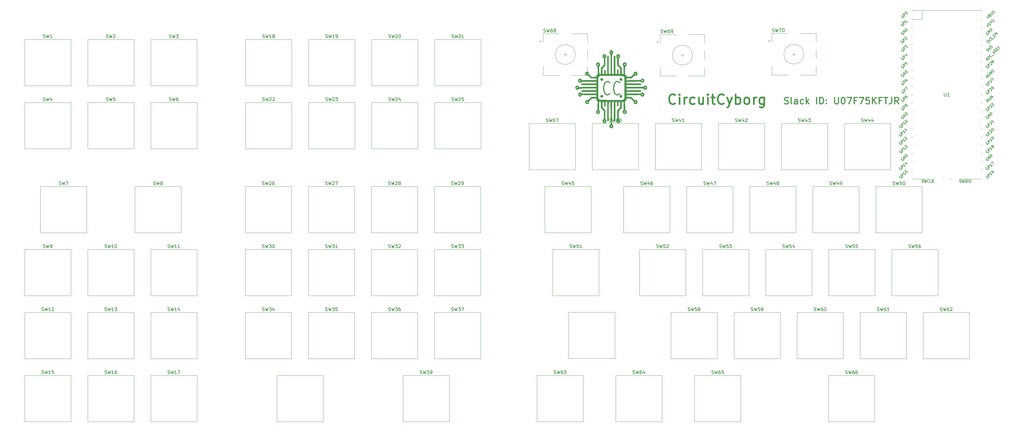
<source format=gbr>
%TF.GenerationSoftware,KiCad,Pcbnew,8.99.0-3334-g98ae574c78*%
%TF.CreationDate,2025-06-08T23:29:47-05:00*%
%TF.ProjectId,CircuitCyboard,43697263-7569-4744-9379-626f6172642e,1*%
%TF.SameCoordinates,Original*%
%TF.FileFunction,Legend,Top*%
%TF.FilePolarity,Positive*%
%FSLAX46Y46*%
G04 Gerber Fmt 4.6, Leading zero omitted, Abs format (unit mm)*
G04 Created by KiCad (PCBNEW 8.99.0-3334-g98ae574c78) date 2025-06-08 23:29:47*
%MOMM*%
%LPD*%
G01*
G04 APERTURE LIST*
%ADD10C,0.500000*%
%ADD11C,0.300000*%
%ADD12C,0.150000*%
%ADD13C,0.375000*%
%ADD14C,0.120000*%
%ADD15C,0.000000*%
G04 APERTURE END LIST*
D10*
X237157518Y-54421142D02*
X237014661Y-54564000D01*
X237014661Y-54564000D02*
X236586089Y-54706857D01*
X236586089Y-54706857D02*
X236300375Y-54706857D01*
X236300375Y-54706857D02*
X235871804Y-54564000D01*
X235871804Y-54564000D02*
X235586089Y-54278285D01*
X235586089Y-54278285D02*
X235443232Y-53992571D01*
X235443232Y-53992571D02*
X235300375Y-53421142D01*
X235300375Y-53421142D02*
X235300375Y-52992571D01*
X235300375Y-52992571D02*
X235443232Y-52421142D01*
X235443232Y-52421142D02*
X235586089Y-52135428D01*
X235586089Y-52135428D02*
X235871804Y-51849714D01*
X235871804Y-51849714D02*
X236300375Y-51706857D01*
X236300375Y-51706857D02*
X236586089Y-51706857D01*
X236586089Y-51706857D02*
X237014661Y-51849714D01*
X237014661Y-51849714D02*
X237157518Y-51992571D01*
X238443232Y-54706857D02*
X238443232Y-52706857D01*
X238443232Y-51706857D02*
X238300375Y-51849714D01*
X238300375Y-51849714D02*
X238443232Y-51992571D01*
X238443232Y-51992571D02*
X238586089Y-51849714D01*
X238586089Y-51849714D02*
X238443232Y-51706857D01*
X238443232Y-51706857D02*
X238443232Y-51992571D01*
X239871803Y-54706857D02*
X239871803Y-52706857D01*
X239871803Y-53278285D02*
X240014660Y-52992571D01*
X240014660Y-52992571D02*
X240157518Y-52849714D01*
X240157518Y-52849714D02*
X240443232Y-52706857D01*
X240443232Y-52706857D02*
X240728946Y-52706857D01*
X243014661Y-54564000D02*
X242728946Y-54706857D01*
X242728946Y-54706857D02*
X242157518Y-54706857D01*
X242157518Y-54706857D02*
X241871803Y-54564000D01*
X241871803Y-54564000D02*
X241728946Y-54421142D01*
X241728946Y-54421142D02*
X241586089Y-54135428D01*
X241586089Y-54135428D02*
X241586089Y-53278285D01*
X241586089Y-53278285D02*
X241728946Y-52992571D01*
X241728946Y-52992571D02*
X241871803Y-52849714D01*
X241871803Y-52849714D02*
X242157518Y-52706857D01*
X242157518Y-52706857D02*
X242728946Y-52706857D01*
X242728946Y-52706857D02*
X243014661Y-52849714D01*
X245586090Y-52706857D02*
X245586090Y-54706857D01*
X244300375Y-52706857D02*
X244300375Y-54278285D01*
X244300375Y-54278285D02*
X244443232Y-54564000D01*
X244443232Y-54564000D02*
X244728947Y-54706857D01*
X244728947Y-54706857D02*
X245157518Y-54706857D01*
X245157518Y-54706857D02*
X245443232Y-54564000D01*
X245443232Y-54564000D02*
X245586090Y-54421142D01*
X247014661Y-54706857D02*
X247014661Y-52706857D01*
X247014661Y-51706857D02*
X246871804Y-51849714D01*
X246871804Y-51849714D02*
X247014661Y-51992571D01*
X247014661Y-51992571D02*
X247157518Y-51849714D01*
X247157518Y-51849714D02*
X247014661Y-51706857D01*
X247014661Y-51706857D02*
X247014661Y-51992571D01*
X248014661Y-52706857D02*
X249157518Y-52706857D01*
X248443232Y-51706857D02*
X248443232Y-54278285D01*
X248443232Y-54278285D02*
X248586089Y-54564000D01*
X248586089Y-54564000D02*
X248871804Y-54706857D01*
X248871804Y-54706857D02*
X249157518Y-54706857D01*
X251871804Y-54421142D02*
X251728947Y-54564000D01*
X251728947Y-54564000D02*
X251300375Y-54706857D01*
X251300375Y-54706857D02*
X251014661Y-54706857D01*
X251014661Y-54706857D02*
X250586090Y-54564000D01*
X250586090Y-54564000D02*
X250300375Y-54278285D01*
X250300375Y-54278285D02*
X250157518Y-53992571D01*
X250157518Y-53992571D02*
X250014661Y-53421142D01*
X250014661Y-53421142D02*
X250014661Y-52992571D01*
X250014661Y-52992571D02*
X250157518Y-52421142D01*
X250157518Y-52421142D02*
X250300375Y-52135428D01*
X250300375Y-52135428D02*
X250586090Y-51849714D01*
X250586090Y-51849714D02*
X251014661Y-51706857D01*
X251014661Y-51706857D02*
X251300375Y-51706857D01*
X251300375Y-51706857D02*
X251728947Y-51849714D01*
X251728947Y-51849714D02*
X251871804Y-51992571D01*
X252871804Y-52706857D02*
X253586090Y-54706857D01*
X254300375Y-52706857D02*
X253586090Y-54706857D01*
X253586090Y-54706857D02*
X253300375Y-55421142D01*
X253300375Y-55421142D02*
X253157518Y-55564000D01*
X253157518Y-55564000D02*
X252871804Y-55706857D01*
X255443232Y-54706857D02*
X255443232Y-51706857D01*
X255443232Y-52849714D02*
X255728947Y-52706857D01*
X255728947Y-52706857D02*
X256300375Y-52706857D01*
X256300375Y-52706857D02*
X256586089Y-52849714D01*
X256586089Y-52849714D02*
X256728947Y-52992571D01*
X256728947Y-52992571D02*
X256871804Y-53278285D01*
X256871804Y-53278285D02*
X256871804Y-54135428D01*
X256871804Y-54135428D02*
X256728947Y-54421142D01*
X256728947Y-54421142D02*
X256586089Y-54564000D01*
X256586089Y-54564000D02*
X256300375Y-54706857D01*
X256300375Y-54706857D02*
X255728947Y-54706857D01*
X255728947Y-54706857D02*
X255443232Y-54564000D01*
X258586090Y-54706857D02*
X258300375Y-54564000D01*
X258300375Y-54564000D02*
X258157518Y-54421142D01*
X258157518Y-54421142D02*
X258014661Y-54135428D01*
X258014661Y-54135428D02*
X258014661Y-53278285D01*
X258014661Y-53278285D02*
X258157518Y-52992571D01*
X258157518Y-52992571D02*
X258300375Y-52849714D01*
X258300375Y-52849714D02*
X258586090Y-52706857D01*
X258586090Y-52706857D02*
X259014661Y-52706857D01*
X259014661Y-52706857D02*
X259300375Y-52849714D01*
X259300375Y-52849714D02*
X259443233Y-52992571D01*
X259443233Y-52992571D02*
X259586090Y-53278285D01*
X259586090Y-53278285D02*
X259586090Y-54135428D01*
X259586090Y-54135428D02*
X259443233Y-54421142D01*
X259443233Y-54421142D02*
X259300375Y-54564000D01*
X259300375Y-54564000D02*
X259014661Y-54706857D01*
X259014661Y-54706857D02*
X258586090Y-54706857D01*
X260871804Y-54706857D02*
X260871804Y-52706857D01*
X260871804Y-53278285D02*
X261014661Y-52992571D01*
X261014661Y-52992571D02*
X261157519Y-52849714D01*
X261157519Y-52849714D02*
X261443233Y-52706857D01*
X261443233Y-52706857D02*
X261728947Y-52706857D01*
X264014662Y-52706857D02*
X264014662Y-55135428D01*
X264014662Y-55135428D02*
X263871804Y-55421142D01*
X263871804Y-55421142D02*
X263728947Y-55564000D01*
X263728947Y-55564000D02*
X263443233Y-55706857D01*
X263443233Y-55706857D02*
X263014662Y-55706857D01*
X263014662Y-55706857D02*
X262728947Y-55564000D01*
X264014662Y-54564000D02*
X263728947Y-54706857D01*
X263728947Y-54706857D02*
X263157519Y-54706857D01*
X263157519Y-54706857D02*
X262871804Y-54564000D01*
X262871804Y-54564000D02*
X262728947Y-54421142D01*
X262728947Y-54421142D02*
X262586090Y-54135428D01*
X262586090Y-54135428D02*
X262586090Y-53278285D01*
X262586090Y-53278285D02*
X262728947Y-52992571D01*
X262728947Y-52992571D02*
X262871804Y-52849714D01*
X262871804Y-52849714D02*
X263157519Y-52706857D01*
X263157519Y-52706857D02*
X263728947Y-52706857D01*
X263728947Y-52706857D02*
X264014662Y-52849714D01*
D11*
X270178320Y-54544400D02*
X270464034Y-54639638D01*
X270464034Y-54639638D02*
X270940225Y-54639638D01*
X270940225Y-54639638D02*
X271130701Y-54544400D01*
X271130701Y-54544400D02*
X271225939Y-54449161D01*
X271225939Y-54449161D02*
X271321177Y-54258685D01*
X271321177Y-54258685D02*
X271321177Y-54068209D01*
X271321177Y-54068209D02*
X271225939Y-53877733D01*
X271225939Y-53877733D02*
X271130701Y-53782495D01*
X271130701Y-53782495D02*
X270940225Y-53687257D01*
X270940225Y-53687257D02*
X270559272Y-53592019D01*
X270559272Y-53592019D02*
X270368796Y-53496780D01*
X270368796Y-53496780D02*
X270273558Y-53401542D01*
X270273558Y-53401542D02*
X270178320Y-53211066D01*
X270178320Y-53211066D02*
X270178320Y-53020590D01*
X270178320Y-53020590D02*
X270273558Y-52830114D01*
X270273558Y-52830114D02*
X270368796Y-52734876D01*
X270368796Y-52734876D02*
X270559272Y-52639638D01*
X270559272Y-52639638D02*
X271035463Y-52639638D01*
X271035463Y-52639638D02*
X271321177Y-52734876D01*
X272464034Y-54639638D02*
X272273558Y-54544400D01*
X272273558Y-54544400D02*
X272178320Y-54353923D01*
X272178320Y-54353923D02*
X272178320Y-52639638D01*
X274083082Y-54639638D02*
X274083082Y-53592019D01*
X274083082Y-53592019D02*
X273987844Y-53401542D01*
X273987844Y-53401542D02*
X273797368Y-53306304D01*
X273797368Y-53306304D02*
X273416415Y-53306304D01*
X273416415Y-53306304D02*
X273225939Y-53401542D01*
X274083082Y-54544400D02*
X273892606Y-54639638D01*
X273892606Y-54639638D02*
X273416415Y-54639638D01*
X273416415Y-54639638D02*
X273225939Y-54544400D01*
X273225939Y-54544400D02*
X273130701Y-54353923D01*
X273130701Y-54353923D02*
X273130701Y-54163447D01*
X273130701Y-54163447D02*
X273225939Y-53972971D01*
X273225939Y-53972971D02*
X273416415Y-53877733D01*
X273416415Y-53877733D02*
X273892606Y-53877733D01*
X273892606Y-53877733D02*
X274083082Y-53782495D01*
X275892606Y-54544400D02*
X275702130Y-54639638D01*
X275702130Y-54639638D02*
X275321177Y-54639638D01*
X275321177Y-54639638D02*
X275130701Y-54544400D01*
X275130701Y-54544400D02*
X275035463Y-54449161D01*
X275035463Y-54449161D02*
X274940225Y-54258685D01*
X274940225Y-54258685D02*
X274940225Y-53687257D01*
X274940225Y-53687257D02*
X275035463Y-53496780D01*
X275035463Y-53496780D02*
X275130701Y-53401542D01*
X275130701Y-53401542D02*
X275321177Y-53306304D01*
X275321177Y-53306304D02*
X275702130Y-53306304D01*
X275702130Y-53306304D02*
X275892606Y-53401542D01*
X276749749Y-54639638D02*
X276749749Y-52639638D01*
X276940225Y-53877733D02*
X277511654Y-54639638D01*
X277511654Y-53306304D02*
X276749749Y-54068209D01*
X279892607Y-54639638D02*
X279892607Y-52639638D01*
X280844988Y-54639638D02*
X280844988Y-52639638D01*
X280844988Y-52639638D02*
X281321178Y-52639638D01*
X281321178Y-52639638D02*
X281606893Y-52734876D01*
X281606893Y-52734876D02*
X281797369Y-52925352D01*
X281797369Y-52925352D02*
X281892607Y-53115828D01*
X281892607Y-53115828D02*
X281987845Y-53496780D01*
X281987845Y-53496780D02*
X281987845Y-53782495D01*
X281987845Y-53782495D02*
X281892607Y-54163447D01*
X281892607Y-54163447D02*
X281797369Y-54353923D01*
X281797369Y-54353923D02*
X281606893Y-54544400D01*
X281606893Y-54544400D02*
X281321178Y-54639638D01*
X281321178Y-54639638D02*
X280844988Y-54639638D01*
X282844988Y-54449161D02*
X282940226Y-54544400D01*
X282940226Y-54544400D02*
X282844988Y-54639638D01*
X282844988Y-54639638D02*
X282749750Y-54544400D01*
X282749750Y-54544400D02*
X282844988Y-54449161D01*
X282844988Y-54449161D02*
X282844988Y-54639638D01*
X282844988Y-53401542D02*
X282940226Y-53496780D01*
X282940226Y-53496780D02*
X282844988Y-53592019D01*
X282844988Y-53592019D02*
X282749750Y-53496780D01*
X282749750Y-53496780D02*
X282844988Y-53401542D01*
X282844988Y-53401542D02*
X282844988Y-53592019D01*
X285321179Y-52639638D02*
X285321179Y-54258685D01*
X285321179Y-54258685D02*
X285416417Y-54449161D01*
X285416417Y-54449161D02*
X285511655Y-54544400D01*
X285511655Y-54544400D02*
X285702131Y-54639638D01*
X285702131Y-54639638D02*
X286083084Y-54639638D01*
X286083084Y-54639638D02*
X286273560Y-54544400D01*
X286273560Y-54544400D02*
X286368798Y-54449161D01*
X286368798Y-54449161D02*
X286464036Y-54258685D01*
X286464036Y-54258685D02*
X286464036Y-52639638D01*
X287797369Y-52639638D02*
X287987846Y-52639638D01*
X287987846Y-52639638D02*
X288178322Y-52734876D01*
X288178322Y-52734876D02*
X288273560Y-52830114D01*
X288273560Y-52830114D02*
X288368798Y-53020590D01*
X288368798Y-53020590D02*
X288464036Y-53401542D01*
X288464036Y-53401542D02*
X288464036Y-53877733D01*
X288464036Y-53877733D02*
X288368798Y-54258685D01*
X288368798Y-54258685D02*
X288273560Y-54449161D01*
X288273560Y-54449161D02*
X288178322Y-54544400D01*
X288178322Y-54544400D02*
X287987846Y-54639638D01*
X287987846Y-54639638D02*
X287797369Y-54639638D01*
X287797369Y-54639638D02*
X287606893Y-54544400D01*
X287606893Y-54544400D02*
X287511655Y-54449161D01*
X287511655Y-54449161D02*
X287416417Y-54258685D01*
X287416417Y-54258685D02*
X287321179Y-53877733D01*
X287321179Y-53877733D02*
X287321179Y-53401542D01*
X287321179Y-53401542D02*
X287416417Y-53020590D01*
X287416417Y-53020590D02*
X287511655Y-52830114D01*
X287511655Y-52830114D02*
X287606893Y-52734876D01*
X287606893Y-52734876D02*
X287797369Y-52639638D01*
X289130703Y-52639638D02*
X290464036Y-52639638D01*
X290464036Y-52639638D02*
X289606893Y-54639638D01*
X291892608Y-53592019D02*
X291225941Y-53592019D01*
X291225941Y-54639638D02*
X291225941Y-52639638D01*
X291225941Y-52639638D02*
X292178322Y-52639638D01*
X292749751Y-52639638D02*
X294083084Y-52639638D01*
X294083084Y-52639638D02*
X293225941Y-54639638D01*
X295797370Y-52639638D02*
X294844989Y-52639638D01*
X294844989Y-52639638D02*
X294749751Y-53592019D01*
X294749751Y-53592019D02*
X294844989Y-53496780D01*
X294844989Y-53496780D02*
X295035465Y-53401542D01*
X295035465Y-53401542D02*
X295511656Y-53401542D01*
X295511656Y-53401542D02*
X295702132Y-53496780D01*
X295702132Y-53496780D02*
X295797370Y-53592019D01*
X295797370Y-53592019D02*
X295892608Y-53782495D01*
X295892608Y-53782495D02*
X295892608Y-54258685D01*
X295892608Y-54258685D02*
X295797370Y-54449161D01*
X295797370Y-54449161D02*
X295702132Y-54544400D01*
X295702132Y-54544400D02*
X295511656Y-54639638D01*
X295511656Y-54639638D02*
X295035465Y-54639638D01*
X295035465Y-54639638D02*
X294844989Y-54544400D01*
X294844989Y-54544400D02*
X294749751Y-54449161D01*
X296749751Y-54639638D02*
X296749751Y-52639638D01*
X297892608Y-54639638D02*
X297035465Y-53496780D01*
X297892608Y-52639638D02*
X296749751Y-53782495D01*
X299416418Y-53592019D02*
X298749751Y-53592019D01*
X298749751Y-54639638D02*
X298749751Y-52639638D01*
X298749751Y-52639638D02*
X299702132Y-52639638D01*
X300178323Y-52639638D02*
X301321180Y-52639638D01*
X300749751Y-54639638D02*
X300749751Y-52639638D01*
X302559276Y-52639638D02*
X302559276Y-54068209D01*
X302559276Y-54068209D02*
X302464037Y-54353923D01*
X302464037Y-54353923D02*
X302273561Y-54544400D01*
X302273561Y-54544400D02*
X301987847Y-54639638D01*
X301987847Y-54639638D02*
X301797371Y-54639638D01*
X304654514Y-54639638D02*
X303987847Y-53687257D01*
X303511657Y-54639638D02*
X303511657Y-52639638D01*
X303511657Y-52639638D02*
X304273562Y-52639638D01*
X304273562Y-52639638D02*
X304464038Y-52734876D01*
X304464038Y-52734876D02*
X304559276Y-52830114D01*
X304559276Y-52830114D02*
X304654514Y-53020590D01*
X304654514Y-53020590D02*
X304654514Y-53306304D01*
X304654514Y-53306304D02*
X304559276Y-53496780D01*
X304559276Y-53496780D02*
X304464038Y-53592019D01*
X304464038Y-53592019D02*
X304273562Y-53687257D01*
X304273562Y-53687257D02*
X303511657Y-53687257D01*
D12*
X64810476Y-117183200D02*
X64953333Y-117230819D01*
X64953333Y-117230819D02*
X65191428Y-117230819D01*
X65191428Y-117230819D02*
X65286666Y-117183200D01*
X65286666Y-117183200D02*
X65334285Y-117135580D01*
X65334285Y-117135580D02*
X65381904Y-117040342D01*
X65381904Y-117040342D02*
X65381904Y-116945104D01*
X65381904Y-116945104D02*
X65334285Y-116849866D01*
X65334285Y-116849866D02*
X65286666Y-116802247D01*
X65286666Y-116802247D02*
X65191428Y-116754628D01*
X65191428Y-116754628D02*
X65000952Y-116707009D01*
X65000952Y-116707009D02*
X64905714Y-116659390D01*
X64905714Y-116659390D02*
X64858095Y-116611771D01*
X64858095Y-116611771D02*
X64810476Y-116516533D01*
X64810476Y-116516533D02*
X64810476Y-116421295D01*
X64810476Y-116421295D02*
X64858095Y-116326057D01*
X64858095Y-116326057D02*
X64905714Y-116278438D01*
X64905714Y-116278438D02*
X65000952Y-116230819D01*
X65000952Y-116230819D02*
X65239047Y-116230819D01*
X65239047Y-116230819D02*
X65381904Y-116278438D01*
X65715238Y-116230819D02*
X65953333Y-117230819D01*
X65953333Y-117230819D02*
X66143809Y-116516533D01*
X66143809Y-116516533D02*
X66334285Y-117230819D01*
X66334285Y-117230819D02*
X66572381Y-116230819D01*
X67477142Y-117230819D02*
X66905714Y-117230819D01*
X67191428Y-117230819D02*
X67191428Y-116230819D01*
X67191428Y-116230819D02*
X67096190Y-116373676D01*
X67096190Y-116373676D02*
X67000952Y-116468914D01*
X67000952Y-116468914D02*
X66905714Y-116516533D01*
X67810476Y-116230819D02*
X68429523Y-116230819D01*
X68429523Y-116230819D02*
X68096190Y-116611771D01*
X68096190Y-116611771D02*
X68239047Y-116611771D01*
X68239047Y-116611771D02*
X68334285Y-116659390D01*
X68334285Y-116659390D02*
X68381904Y-116707009D01*
X68381904Y-116707009D02*
X68429523Y-116802247D01*
X68429523Y-116802247D02*
X68429523Y-117040342D01*
X68429523Y-117040342D02*
X68381904Y-117135580D01*
X68381904Y-117135580D02*
X68334285Y-117183200D01*
X68334285Y-117183200D02*
X68239047Y-117230819D01*
X68239047Y-117230819D02*
X67953333Y-117230819D01*
X67953333Y-117230819D02*
X67858095Y-117183200D01*
X67858095Y-117183200D02*
X67810476Y-117135580D01*
X150580476Y-34635700D02*
X150723333Y-34683319D01*
X150723333Y-34683319D02*
X150961428Y-34683319D01*
X150961428Y-34683319D02*
X151056666Y-34635700D01*
X151056666Y-34635700D02*
X151104285Y-34588080D01*
X151104285Y-34588080D02*
X151151904Y-34492842D01*
X151151904Y-34492842D02*
X151151904Y-34397604D01*
X151151904Y-34397604D02*
X151104285Y-34302366D01*
X151104285Y-34302366D02*
X151056666Y-34254747D01*
X151056666Y-34254747D02*
X150961428Y-34207128D01*
X150961428Y-34207128D02*
X150770952Y-34159509D01*
X150770952Y-34159509D02*
X150675714Y-34111890D01*
X150675714Y-34111890D02*
X150628095Y-34064271D01*
X150628095Y-34064271D02*
X150580476Y-33969033D01*
X150580476Y-33969033D02*
X150580476Y-33873795D01*
X150580476Y-33873795D02*
X150628095Y-33778557D01*
X150628095Y-33778557D02*
X150675714Y-33730938D01*
X150675714Y-33730938D02*
X150770952Y-33683319D01*
X150770952Y-33683319D02*
X151009047Y-33683319D01*
X151009047Y-33683319D02*
X151151904Y-33730938D01*
X151485238Y-33683319D02*
X151723333Y-34683319D01*
X151723333Y-34683319D02*
X151913809Y-33969033D01*
X151913809Y-33969033D02*
X152104285Y-34683319D01*
X152104285Y-34683319D02*
X152342381Y-33683319D01*
X152675714Y-33778557D02*
X152723333Y-33730938D01*
X152723333Y-33730938D02*
X152818571Y-33683319D01*
X152818571Y-33683319D02*
X153056666Y-33683319D01*
X153056666Y-33683319D02*
X153151904Y-33730938D01*
X153151904Y-33730938D02*
X153199523Y-33778557D01*
X153199523Y-33778557D02*
X153247142Y-33873795D01*
X153247142Y-33873795D02*
X153247142Y-33969033D01*
X153247142Y-33969033D02*
X153199523Y-34111890D01*
X153199523Y-34111890D02*
X152628095Y-34683319D01*
X152628095Y-34683319D02*
X153247142Y-34683319D01*
X153866190Y-33683319D02*
X153961428Y-33683319D01*
X153961428Y-33683319D02*
X154056666Y-33730938D01*
X154056666Y-33730938D02*
X154104285Y-33778557D01*
X154104285Y-33778557D02*
X154151904Y-33873795D01*
X154151904Y-33873795D02*
X154199523Y-34064271D01*
X154199523Y-34064271D02*
X154199523Y-34302366D01*
X154199523Y-34302366D02*
X154151904Y-34492842D01*
X154151904Y-34492842D02*
X154104285Y-34588080D01*
X154104285Y-34588080D02*
X154056666Y-34635700D01*
X154056666Y-34635700D02*
X153961428Y-34683319D01*
X153961428Y-34683319D02*
X153866190Y-34683319D01*
X153866190Y-34683319D02*
X153770952Y-34635700D01*
X153770952Y-34635700D02*
X153723333Y-34588080D01*
X153723333Y-34588080D02*
X153675714Y-34492842D01*
X153675714Y-34492842D02*
X153628095Y-34302366D01*
X153628095Y-34302366D02*
X153628095Y-34064271D01*
X153628095Y-34064271D02*
X153675714Y-33873795D01*
X153675714Y-33873795D02*
X153723333Y-33778557D01*
X153723333Y-33778557D02*
X153770952Y-33730938D01*
X153770952Y-33730938D02*
X153866190Y-33683319D01*
X202926976Y-79080700D02*
X203069833Y-79128319D01*
X203069833Y-79128319D02*
X203307928Y-79128319D01*
X203307928Y-79128319D02*
X203403166Y-79080700D01*
X203403166Y-79080700D02*
X203450785Y-79033080D01*
X203450785Y-79033080D02*
X203498404Y-78937842D01*
X203498404Y-78937842D02*
X203498404Y-78842604D01*
X203498404Y-78842604D02*
X203450785Y-78747366D01*
X203450785Y-78747366D02*
X203403166Y-78699747D01*
X203403166Y-78699747D02*
X203307928Y-78652128D01*
X203307928Y-78652128D02*
X203117452Y-78604509D01*
X203117452Y-78604509D02*
X203022214Y-78556890D01*
X203022214Y-78556890D02*
X202974595Y-78509271D01*
X202974595Y-78509271D02*
X202926976Y-78414033D01*
X202926976Y-78414033D02*
X202926976Y-78318795D01*
X202926976Y-78318795D02*
X202974595Y-78223557D01*
X202974595Y-78223557D02*
X203022214Y-78175938D01*
X203022214Y-78175938D02*
X203117452Y-78128319D01*
X203117452Y-78128319D02*
X203355547Y-78128319D01*
X203355547Y-78128319D02*
X203498404Y-78175938D01*
X203831738Y-78128319D02*
X204069833Y-79128319D01*
X204069833Y-79128319D02*
X204260309Y-78414033D01*
X204260309Y-78414033D02*
X204450785Y-79128319D01*
X204450785Y-79128319D02*
X204688881Y-78128319D01*
X205498404Y-78461652D02*
X205498404Y-79128319D01*
X205260309Y-78080700D02*
X205022214Y-78794985D01*
X205022214Y-78794985D02*
X205641261Y-78794985D01*
X206498404Y-78128319D02*
X206022214Y-78128319D01*
X206022214Y-78128319D02*
X205974595Y-78604509D01*
X205974595Y-78604509D02*
X206022214Y-78556890D01*
X206022214Y-78556890D02*
X206117452Y-78509271D01*
X206117452Y-78509271D02*
X206355547Y-78509271D01*
X206355547Y-78509271D02*
X206450785Y-78556890D01*
X206450785Y-78556890D02*
X206498404Y-78604509D01*
X206498404Y-78604509D02*
X206546023Y-78699747D01*
X206546023Y-78699747D02*
X206546023Y-78937842D01*
X206546023Y-78937842D02*
X206498404Y-79033080D01*
X206498404Y-79033080D02*
X206450785Y-79080700D01*
X206450785Y-79080700D02*
X206355547Y-79128319D01*
X206355547Y-79128319D02*
X206117452Y-79128319D01*
X206117452Y-79128319D02*
X206022214Y-79080700D01*
X206022214Y-79080700D02*
X205974595Y-79033080D01*
X298176476Y-117180700D02*
X298319333Y-117228319D01*
X298319333Y-117228319D02*
X298557428Y-117228319D01*
X298557428Y-117228319D02*
X298652666Y-117180700D01*
X298652666Y-117180700D02*
X298700285Y-117133080D01*
X298700285Y-117133080D02*
X298747904Y-117037842D01*
X298747904Y-117037842D02*
X298747904Y-116942604D01*
X298747904Y-116942604D02*
X298700285Y-116847366D01*
X298700285Y-116847366D02*
X298652666Y-116799747D01*
X298652666Y-116799747D02*
X298557428Y-116752128D01*
X298557428Y-116752128D02*
X298366952Y-116704509D01*
X298366952Y-116704509D02*
X298271714Y-116656890D01*
X298271714Y-116656890D02*
X298224095Y-116609271D01*
X298224095Y-116609271D02*
X298176476Y-116514033D01*
X298176476Y-116514033D02*
X298176476Y-116418795D01*
X298176476Y-116418795D02*
X298224095Y-116323557D01*
X298224095Y-116323557D02*
X298271714Y-116275938D01*
X298271714Y-116275938D02*
X298366952Y-116228319D01*
X298366952Y-116228319D02*
X298605047Y-116228319D01*
X298605047Y-116228319D02*
X298747904Y-116275938D01*
X299081238Y-116228319D02*
X299319333Y-117228319D01*
X299319333Y-117228319D02*
X299509809Y-116514033D01*
X299509809Y-116514033D02*
X299700285Y-117228319D01*
X299700285Y-117228319D02*
X299938381Y-116228319D01*
X300747904Y-116228319D02*
X300557428Y-116228319D01*
X300557428Y-116228319D02*
X300462190Y-116275938D01*
X300462190Y-116275938D02*
X300414571Y-116323557D01*
X300414571Y-116323557D02*
X300319333Y-116466414D01*
X300319333Y-116466414D02*
X300271714Y-116656890D01*
X300271714Y-116656890D02*
X300271714Y-117037842D01*
X300271714Y-117037842D02*
X300319333Y-117133080D01*
X300319333Y-117133080D02*
X300366952Y-117180700D01*
X300366952Y-117180700D02*
X300462190Y-117228319D01*
X300462190Y-117228319D02*
X300652666Y-117228319D01*
X300652666Y-117228319D02*
X300747904Y-117180700D01*
X300747904Y-117180700D02*
X300795523Y-117133080D01*
X300795523Y-117133080D02*
X300843142Y-117037842D01*
X300843142Y-117037842D02*
X300843142Y-116799747D01*
X300843142Y-116799747D02*
X300795523Y-116704509D01*
X300795523Y-116704509D02*
X300747904Y-116656890D01*
X300747904Y-116656890D02*
X300652666Y-116609271D01*
X300652666Y-116609271D02*
X300462190Y-116609271D01*
X300462190Y-116609271D02*
X300366952Y-116656890D01*
X300366952Y-116656890D02*
X300319333Y-116704509D01*
X300319333Y-116704509D02*
X300271714Y-116799747D01*
X301795523Y-117228319D02*
X301224095Y-117228319D01*
X301509809Y-117228319D02*
X301509809Y-116228319D01*
X301509809Y-116228319D02*
X301414571Y-116371176D01*
X301414571Y-116371176D02*
X301319333Y-116466414D01*
X301319333Y-116466414D02*
X301224095Y-116514033D01*
X150535476Y-117180700D02*
X150678333Y-117228319D01*
X150678333Y-117228319D02*
X150916428Y-117228319D01*
X150916428Y-117228319D02*
X151011666Y-117180700D01*
X151011666Y-117180700D02*
X151059285Y-117133080D01*
X151059285Y-117133080D02*
X151106904Y-117037842D01*
X151106904Y-117037842D02*
X151106904Y-116942604D01*
X151106904Y-116942604D02*
X151059285Y-116847366D01*
X151059285Y-116847366D02*
X151011666Y-116799747D01*
X151011666Y-116799747D02*
X150916428Y-116752128D01*
X150916428Y-116752128D02*
X150725952Y-116704509D01*
X150725952Y-116704509D02*
X150630714Y-116656890D01*
X150630714Y-116656890D02*
X150583095Y-116609271D01*
X150583095Y-116609271D02*
X150535476Y-116514033D01*
X150535476Y-116514033D02*
X150535476Y-116418795D01*
X150535476Y-116418795D02*
X150583095Y-116323557D01*
X150583095Y-116323557D02*
X150630714Y-116275938D01*
X150630714Y-116275938D02*
X150725952Y-116228319D01*
X150725952Y-116228319D02*
X150964047Y-116228319D01*
X150964047Y-116228319D02*
X151106904Y-116275938D01*
X151440238Y-116228319D02*
X151678333Y-117228319D01*
X151678333Y-117228319D02*
X151868809Y-116514033D01*
X151868809Y-116514033D02*
X152059285Y-117228319D01*
X152059285Y-117228319D02*
X152297381Y-116228319D01*
X152583095Y-116228319D02*
X153202142Y-116228319D01*
X153202142Y-116228319D02*
X152868809Y-116609271D01*
X152868809Y-116609271D02*
X153011666Y-116609271D01*
X153011666Y-116609271D02*
X153106904Y-116656890D01*
X153106904Y-116656890D02*
X153154523Y-116704509D01*
X153154523Y-116704509D02*
X153202142Y-116799747D01*
X153202142Y-116799747D02*
X153202142Y-117037842D01*
X153202142Y-117037842D02*
X153154523Y-117133080D01*
X153154523Y-117133080D02*
X153106904Y-117180700D01*
X153106904Y-117180700D02*
X153011666Y-117228319D01*
X153011666Y-117228319D02*
X152725952Y-117228319D01*
X152725952Y-117228319D02*
X152630714Y-117180700D01*
X152630714Y-117180700D02*
X152583095Y-117133080D01*
X154059285Y-116228319D02*
X153868809Y-116228319D01*
X153868809Y-116228319D02*
X153773571Y-116275938D01*
X153773571Y-116275938D02*
X153725952Y-116323557D01*
X153725952Y-116323557D02*
X153630714Y-116466414D01*
X153630714Y-116466414D02*
X153583095Y-116656890D01*
X153583095Y-116656890D02*
X153583095Y-117037842D01*
X153583095Y-117037842D02*
X153630714Y-117133080D01*
X153630714Y-117133080D02*
X153678333Y-117180700D01*
X153678333Y-117180700D02*
X153773571Y-117228319D01*
X153773571Y-117228319D02*
X153964047Y-117228319D01*
X153964047Y-117228319D02*
X154059285Y-117180700D01*
X154059285Y-117180700D02*
X154106904Y-117133080D01*
X154106904Y-117133080D02*
X154154523Y-117037842D01*
X154154523Y-117037842D02*
X154154523Y-116799747D01*
X154154523Y-116799747D02*
X154106904Y-116704509D01*
X154106904Y-116704509D02*
X154059285Y-116656890D01*
X154059285Y-116656890D02*
X153964047Y-116609271D01*
X153964047Y-116609271D02*
X153773571Y-116609271D01*
X153773571Y-116609271D02*
X153678333Y-116656890D01*
X153678333Y-116656890D02*
X153630714Y-116704509D01*
X153630714Y-116704509D02*
X153583095Y-116799747D01*
X197440476Y-32907200D02*
X197583333Y-32954819D01*
X197583333Y-32954819D02*
X197821428Y-32954819D01*
X197821428Y-32954819D02*
X197916666Y-32907200D01*
X197916666Y-32907200D02*
X197964285Y-32859580D01*
X197964285Y-32859580D02*
X198011904Y-32764342D01*
X198011904Y-32764342D02*
X198011904Y-32669104D01*
X198011904Y-32669104D02*
X197964285Y-32573866D01*
X197964285Y-32573866D02*
X197916666Y-32526247D01*
X197916666Y-32526247D02*
X197821428Y-32478628D01*
X197821428Y-32478628D02*
X197630952Y-32431009D01*
X197630952Y-32431009D02*
X197535714Y-32383390D01*
X197535714Y-32383390D02*
X197488095Y-32335771D01*
X197488095Y-32335771D02*
X197440476Y-32240533D01*
X197440476Y-32240533D02*
X197440476Y-32145295D01*
X197440476Y-32145295D02*
X197488095Y-32050057D01*
X197488095Y-32050057D02*
X197535714Y-32002438D01*
X197535714Y-32002438D02*
X197630952Y-31954819D01*
X197630952Y-31954819D02*
X197869047Y-31954819D01*
X197869047Y-31954819D02*
X198011904Y-32002438D01*
X198345238Y-31954819D02*
X198583333Y-32954819D01*
X198583333Y-32954819D02*
X198773809Y-32240533D01*
X198773809Y-32240533D02*
X198964285Y-32954819D01*
X198964285Y-32954819D02*
X199202381Y-31954819D01*
X200011904Y-31954819D02*
X199821428Y-31954819D01*
X199821428Y-31954819D02*
X199726190Y-32002438D01*
X199726190Y-32002438D02*
X199678571Y-32050057D01*
X199678571Y-32050057D02*
X199583333Y-32192914D01*
X199583333Y-32192914D02*
X199535714Y-32383390D01*
X199535714Y-32383390D02*
X199535714Y-32764342D01*
X199535714Y-32764342D02*
X199583333Y-32859580D01*
X199583333Y-32859580D02*
X199630952Y-32907200D01*
X199630952Y-32907200D02*
X199726190Y-32954819D01*
X199726190Y-32954819D02*
X199916666Y-32954819D01*
X199916666Y-32954819D02*
X200011904Y-32907200D01*
X200011904Y-32907200D02*
X200059523Y-32859580D01*
X200059523Y-32859580D02*
X200107142Y-32764342D01*
X200107142Y-32764342D02*
X200107142Y-32526247D01*
X200107142Y-32526247D02*
X200059523Y-32431009D01*
X200059523Y-32431009D02*
X200011904Y-32383390D01*
X200011904Y-32383390D02*
X199916666Y-32335771D01*
X199916666Y-32335771D02*
X199726190Y-32335771D01*
X199726190Y-32335771D02*
X199630952Y-32383390D01*
X199630952Y-32383390D02*
X199583333Y-32431009D01*
X199583333Y-32431009D02*
X199535714Y-32526247D01*
X200678571Y-32383390D02*
X200583333Y-32335771D01*
X200583333Y-32335771D02*
X200535714Y-32288152D01*
X200535714Y-32288152D02*
X200488095Y-32192914D01*
X200488095Y-32192914D02*
X200488095Y-32145295D01*
X200488095Y-32145295D02*
X200535714Y-32050057D01*
X200535714Y-32050057D02*
X200583333Y-32002438D01*
X200583333Y-32002438D02*
X200678571Y-31954819D01*
X200678571Y-31954819D02*
X200869047Y-31954819D01*
X200869047Y-31954819D02*
X200964285Y-32002438D01*
X200964285Y-32002438D02*
X201011904Y-32050057D01*
X201011904Y-32050057D02*
X201059523Y-32145295D01*
X201059523Y-32145295D02*
X201059523Y-32192914D01*
X201059523Y-32192914D02*
X201011904Y-32288152D01*
X201011904Y-32288152D02*
X200964285Y-32335771D01*
X200964285Y-32335771D02*
X200869047Y-32383390D01*
X200869047Y-32383390D02*
X200678571Y-32383390D01*
X200678571Y-32383390D02*
X200583333Y-32431009D01*
X200583333Y-32431009D02*
X200535714Y-32478628D01*
X200535714Y-32478628D02*
X200488095Y-32573866D01*
X200488095Y-32573866D02*
X200488095Y-32764342D01*
X200488095Y-32764342D02*
X200535714Y-32859580D01*
X200535714Y-32859580D02*
X200583333Y-32907200D01*
X200583333Y-32907200D02*
X200678571Y-32954819D01*
X200678571Y-32954819D02*
X200869047Y-32954819D01*
X200869047Y-32954819D02*
X200964285Y-32907200D01*
X200964285Y-32907200D02*
X201011904Y-32859580D01*
X201011904Y-32859580D02*
X201059523Y-32764342D01*
X201059523Y-32764342D02*
X201059523Y-32573866D01*
X201059523Y-32573866D02*
X201011904Y-32478628D01*
X201011904Y-32478628D02*
X200964285Y-32431009D01*
X200964285Y-32431009D02*
X200869047Y-32383390D01*
X112435476Y-79080700D02*
X112578333Y-79128319D01*
X112578333Y-79128319D02*
X112816428Y-79128319D01*
X112816428Y-79128319D02*
X112911666Y-79080700D01*
X112911666Y-79080700D02*
X112959285Y-79033080D01*
X112959285Y-79033080D02*
X113006904Y-78937842D01*
X113006904Y-78937842D02*
X113006904Y-78842604D01*
X113006904Y-78842604D02*
X112959285Y-78747366D01*
X112959285Y-78747366D02*
X112911666Y-78699747D01*
X112911666Y-78699747D02*
X112816428Y-78652128D01*
X112816428Y-78652128D02*
X112625952Y-78604509D01*
X112625952Y-78604509D02*
X112530714Y-78556890D01*
X112530714Y-78556890D02*
X112483095Y-78509271D01*
X112483095Y-78509271D02*
X112435476Y-78414033D01*
X112435476Y-78414033D02*
X112435476Y-78318795D01*
X112435476Y-78318795D02*
X112483095Y-78223557D01*
X112483095Y-78223557D02*
X112530714Y-78175938D01*
X112530714Y-78175938D02*
X112625952Y-78128319D01*
X112625952Y-78128319D02*
X112864047Y-78128319D01*
X112864047Y-78128319D02*
X113006904Y-78175938D01*
X113340238Y-78128319D02*
X113578333Y-79128319D01*
X113578333Y-79128319D02*
X113768809Y-78414033D01*
X113768809Y-78414033D02*
X113959285Y-79128319D01*
X113959285Y-79128319D02*
X114197381Y-78128319D01*
X114530714Y-78223557D02*
X114578333Y-78175938D01*
X114578333Y-78175938D02*
X114673571Y-78128319D01*
X114673571Y-78128319D02*
X114911666Y-78128319D01*
X114911666Y-78128319D02*
X115006904Y-78175938D01*
X115006904Y-78175938D02*
X115054523Y-78223557D01*
X115054523Y-78223557D02*
X115102142Y-78318795D01*
X115102142Y-78318795D02*
X115102142Y-78414033D01*
X115102142Y-78414033D02*
X115054523Y-78556890D01*
X115054523Y-78556890D02*
X114483095Y-79128319D01*
X114483095Y-79128319D02*
X115102142Y-79128319D01*
X115959285Y-78128319D02*
X115768809Y-78128319D01*
X115768809Y-78128319D02*
X115673571Y-78175938D01*
X115673571Y-78175938D02*
X115625952Y-78223557D01*
X115625952Y-78223557D02*
X115530714Y-78366414D01*
X115530714Y-78366414D02*
X115483095Y-78556890D01*
X115483095Y-78556890D02*
X115483095Y-78937842D01*
X115483095Y-78937842D02*
X115530714Y-79033080D01*
X115530714Y-79033080D02*
X115578333Y-79080700D01*
X115578333Y-79080700D02*
X115673571Y-79128319D01*
X115673571Y-79128319D02*
X115864047Y-79128319D01*
X115864047Y-79128319D02*
X115959285Y-79080700D01*
X115959285Y-79080700D02*
X116006904Y-79033080D01*
X116006904Y-79033080D02*
X116054523Y-78937842D01*
X116054523Y-78937842D02*
X116054523Y-78699747D01*
X116054523Y-78699747D02*
X116006904Y-78604509D01*
X116006904Y-78604509D02*
X115959285Y-78556890D01*
X115959285Y-78556890D02*
X115864047Y-78509271D01*
X115864047Y-78509271D02*
X115673571Y-78509271D01*
X115673571Y-78509271D02*
X115578333Y-78556890D01*
X115578333Y-78556890D02*
X115530714Y-78604509D01*
X115530714Y-78604509D02*
X115483095Y-78699747D01*
X50999167Y-79083200D02*
X51142024Y-79130819D01*
X51142024Y-79130819D02*
X51380119Y-79130819D01*
X51380119Y-79130819D02*
X51475357Y-79083200D01*
X51475357Y-79083200D02*
X51522976Y-79035580D01*
X51522976Y-79035580D02*
X51570595Y-78940342D01*
X51570595Y-78940342D02*
X51570595Y-78845104D01*
X51570595Y-78845104D02*
X51522976Y-78749866D01*
X51522976Y-78749866D02*
X51475357Y-78702247D01*
X51475357Y-78702247D02*
X51380119Y-78654628D01*
X51380119Y-78654628D02*
X51189643Y-78607009D01*
X51189643Y-78607009D02*
X51094405Y-78559390D01*
X51094405Y-78559390D02*
X51046786Y-78511771D01*
X51046786Y-78511771D02*
X50999167Y-78416533D01*
X50999167Y-78416533D02*
X50999167Y-78321295D01*
X50999167Y-78321295D02*
X51046786Y-78226057D01*
X51046786Y-78226057D02*
X51094405Y-78178438D01*
X51094405Y-78178438D02*
X51189643Y-78130819D01*
X51189643Y-78130819D02*
X51427738Y-78130819D01*
X51427738Y-78130819D02*
X51570595Y-78178438D01*
X51903929Y-78130819D02*
X52142024Y-79130819D01*
X52142024Y-79130819D02*
X52332500Y-78416533D01*
X52332500Y-78416533D02*
X52522976Y-79130819D01*
X52522976Y-79130819D02*
X52761072Y-78130819D01*
X53046786Y-78130819D02*
X53713452Y-78130819D01*
X53713452Y-78130819D02*
X53284881Y-79130819D01*
X266490476Y-32807200D02*
X266633333Y-32854819D01*
X266633333Y-32854819D02*
X266871428Y-32854819D01*
X266871428Y-32854819D02*
X266966666Y-32807200D01*
X266966666Y-32807200D02*
X267014285Y-32759580D01*
X267014285Y-32759580D02*
X267061904Y-32664342D01*
X267061904Y-32664342D02*
X267061904Y-32569104D01*
X267061904Y-32569104D02*
X267014285Y-32473866D01*
X267014285Y-32473866D02*
X266966666Y-32426247D01*
X266966666Y-32426247D02*
X266871428Y-32378628D01*
X266871428Y-32378628D02*
X266680952Y-32331009D01*
X266680952Y-32331009D02*
X266585714Y-32283390D01*
X266585714Y-32283390D02*
X266538095Y-32235771D01*
X266538095Y-32235771D02*
X266490476Y-32140533D01*
X266490476Y-32140533D02*
X266490476Y-32045295D01*
X266490476Y-32045295D02*
X266538095Y-31950057D01*
X266538095Y-31950057D02*
X266585714Y-31902438D01*
X266585714Y-31902438D02*
X266680952Y-31854819D01*
X266680952Y-31854819D02*
X266919047Y-31854819D01*
X266919047Y-31854819D02*
X267061904Y-31902438D01*
X267395238Y-31854819D02*
X267633333Y-32854819D01*
X267633333Y-32854819D02*
X267823809Y-32140533D01*
X267823809Y-32140533D02*
X268014285Y-32854819D01*
X268014285Y-32854819D02*
X268252381Y-31854819D01*
X268538095Y-31854819D02*
X269204761Y-31854819D01*
X269204761Y-31854819D02*
X268776190Y-32854819D01*
X269776190Y-31854819D02*
X269871428Y-31854819D01*
X269871428Y-31854819D02*
X269966666Y-31902438D01*
X269966666Y-31902438D02*
X270014285Y-31950057D01*
X270014285Y-31950057D02*
X270061904Y-32045295D01*
X270061904Y-32045295D02*
X270109523Y-32235771D01*
X270109523Y-32235771D02*
X270109523Y-32473866D01*
X270109523Y-32473866D02*
X270061904Y-32664342D01*
X270061904Y-32664342D02*
X270014285Y-32759580D01*
X270014285Y-32759580D02*
X269966666Y-32807200D01*
X269966666Y-32807200D02*
X269871428Y-32854819D01*
X269871428Y-32854819D02*
X269776190Y-32854819D01*
X269776190Y-32854819D02*
X269680952Y-32807200D01*
X269680952Y-32807200D02*
X269633333Y-32759580D01*
X269633333Y-32759580D02*
X269585714Y-32664342D01*
X269585714Y-32664342D02*
X269538095Y-32473866D01*
X269538095Y-32473866D02*
X269538095Y-32235771D01*
X269538095Y-32235771D02*
X269585714Y-32045295D01*
X269585714Y-32045295D02*
X269633333Y-31950057D01*
X269633333Y-31950057D02*
X269680952Y-31902438D01*
X269680952Y-31902438D02*
X269776190Y-31854819D01*
X46236667Y-98133200D02*
X46379524Y-98180819D01*
X46379524Y-98180819D02*
X46617619Y-98180819D01*
X46617619Y-98180819D02*
X46712857Y-98133200D01*
X46712857Y-98133200D02*
X46760476Y-98085580D01*
X46760476Y-98085580D02*
X46808095Y-97990342D01*
X46808095Y-97990342D02*
X46808095Y-97895104D01*
X46808095Y-97895104D02*
X46760476Y-97799866D01*
X46760476Y-97799866D02*
X46712857Y-97752247D01*
X46712857Y-97752247D02*
X46617619Y-97704628D01*
X46617619Y-97704628D02*
X46427143Y-97657009D01*
X46427143Y-97657009D02*
X46331905Y-97609390D01*
X46331905Y-97609390D02*
X46284286Y-97561771D01*
X46284286Y-97561771D02*
X46236667Y-97466533D01*
X46236667Y-97466533D02*
X46236667Y-97371295D01*
X46236667Y-97371295D02*
X46284286Y-97276057D01*
X46284286Y-97276057D02*
X46331905Y-97228438D01*
X46331905Y-97228438D02*
X46427143Y-97180819D01*
X46427143Y-97180819D02*
X46665238Y-97180819D01*
X46665238Y-97180819D02*
X46808095Y-97228438D01*
X47141429Y-97180819D02*
X47379524Y-98180819D01*
X47379524Y-98180819D02*
X47570000Y-97466533D01*
X47570000Y-97466533D02*
X47760476Y-98180819D01*
X47760476Y-98180819D02*
X47998572Y-97180819D01*
X48427143Y-98180819D02*
X48617619Y-98180819D01*
X48617619Y-98180819D02*
X48712857Y-98133200D01*
X48712857Y-98133200D02*
X48760476Y-98085580D01*
X48760476Y-98085580D02*
X48855714Y-97942723D01*
X48855714Y-97942723D02*
X48903333Y-97752247D01*
X48903333Y-97752247D02*
X48903333Y-97371295D01*
X48903333Y-97371295D02*
X48855714Y-97276057D01*
X48855714Y-97276057D02*
X48808095Y-97228438D01*
X48808095Y-97228438D02*
X48712857Y-97180819D01*
X48712857Y-97180819D02*
X48522381Y-97180819D01*
X48522381Y-97180819D02*
X48427143Y-97228438D01*
X48427143Y-97228438D02*
X48379524Y-97276057D01*
X48379524Y-97276057D02*
X48331905Y-97371295D01*
X48331905Y-97371295D02*
X48331905Y-97609390D01*
X48331905Y-97609390D02*
X48379524Y-97704628D01*
X48379524Y-97704628D02*
X48427143Y-97752247D01*
X48427143Y-97752247D02*
X48522381Y-97799866D01*
X48522381Y-97799866D02*
X48712857Y-97799866D01*
X48712857Y-97799866D02*
X48808095Y-97752247D01*
X48808095Y-97752247D02*
X48855714Y-97704628D01*
X48855714Y-97704628D02*
X48903333Y-97609390D01*
X83860476Y-98133200D02*
X84003333Y-98180819D01*
X84003333Y-98180819D02*
X84241428Y-98180819D01*
X84241428Y-98180819D02*
X84336666Y-98133200D01*
X84336666Y-98133200D02*
X84384285Y-98085580D01*
X84384285Y-98085580D02*
X84431904Y-97990342D01*
X84431904Y-97990342D02*
X84431904Y-97895104D01*
X84431904Y-97895104D02*
X84384285Y-97799866D01*
X84384285Y-97799866D02*
X84336666Y-97752247D01*
X84336666Y-97752247D02*
X84241428Y-97704628D01*
X84241428Y-97704628D02*
X84050952Y-97657009D01*
X84050952Y-97657009D02*
X83955714Y-97609390D01*
X83955714Y-97609390D02*
X83908095Y-97561771D01*
X83908095Y-97561771D02*
X83860476Y-97466533D01*
X83860476Y-97466533D02*
X83860476Y-97371295D01*
X83860476Y-97371295D02*
X83908095Y-97276057D01*
X83908095Y-97276057D02*
X83955714Y-97228438D01*
X83955714Y-97228438D02*
X84050952Y-97180819D01*
X84050952Y-97180819D02*
X84289047Y-97180819D01*
X84289047Y-97180819D02*
X84431904Y-97228438D01*
X84765238Y-97180819D02*
X85003333Y-98180819D01*
X85003333Y-98180819D02*
X85193809Y-97466533D01*
X85193809Y-97466533D02*
X85384285Y-98180819D01*
X85384285Y-98180819D02*
X85622381Y-97180819D01*
X86527142Y-98180819D02*
X85955714Y-98180819D01*
X86241428Y-98180819D02*
X86241428Y-97180819D01*
X86241428Y-97180819D02*
X86146190Y-97323676D01*
X86146190Y-97323676D02*
X86050952Y-97418914D01*
X86050952Y-97418914D02*
X85955714Y-97466533D01*
X87479523Y-98180819D02*
X86908095Y-98180819D01*
X87193809Y-98180819D02*
X87193809Y-97180819D01*
X87193809Y-97180819D02*
X87098571Y-97323676D01*
X87098571Y-97323676D02*
X87003333Y-97418914D01*
X87003333Y-97418914D02*
X86908095Y-97466533D01*
X200545776Y-136230700D02*
X200688633Y-136278319D01*
X200688633Y-136278319D02*
X200926728Y-136278319D01*
X200926728Y-136278319D02*
X201021966Y-136230700D01*
X201021966Y-136230700D02*
X201069585Y-136183080D01*
X201069585Y-136183080D02*
X201117204Y-136087842D01*
X201117204Y-136087842D02*
X201117204Y-135992604D01*
X201117204Y-135992604D02*
X201069585Y-135897366D01*
X201069585Y-135897366D02*
X201021966Y-135849747D01*
X201021966Y-135849747D02*
X200926728Y-135802128D01*
X200926728Y-135802128D02*
X200736252Y-135754509D01*
X200736252Y-135754509D02*
X200641014Y-135706890D01*
X200641014Y-135706890D02*
X200593395Y-135659271D01*
X200593395Y-135659271D02*
X200545776Y-135564033D01*
X200545776Y-135564033D02*
X200545776Y-135468795D01*
X200545776Y-135468795D02*
X200593395Y-135373557D01*
X200593395Y-135373557D02*
X200641014Y-135325938D01*
X200641014Y-135325938D02*
X200736252Y-135278319D01*
X200736252Y-135278319D02*
X200974347Y-135278319D01*
X200974347Y-135278319D02*
X201117204Y-135325938D01*
X201450538Y-135278319D02*
X201688633Y-136278319D01*
X201688633Y-136278319D02*
X201879109Y-135564033D01*
X201879109Y-135564033D02*
X202069585Y-136278319D01*
X202069585Y-136278319D02*
X202307681Y-135278319D01*
X203117204Y-135278319D02*
X202926728Y-135278319D01*
X202926728Y-135278319D02*
X202831490Y-135325938D01*
X202831490Y-135325938D02*
X202783871Y-135373557D01*
X202783871Y-135373557D02*
X202688633Y-135516414D01*
X202688633Y-135516414D02*
X202641014Y-135706890D01*
X202641014Y-135706890D02*
X202641014Y-136087842D01*
X202641014Y-136087842D02*
X202688633Y-136183080D01*
X202688633Y-136183080D02*
X202736252Y-136230700D01*
X202736252Y-136230700D02*
X202831490Y-136278319D01*
X202831490Y-136278319D02*
X203021966Y-136278319D01*
X203021966Y-136278319D02*
X203117204Y-136230700D01*
X203117204Y-136230700D02*
X203164823Y-136183080D01*
X203164823Y-136183080D02*
X203212442Y-136087842D01*
X203212442Y-136087842D02*
X203212442Y-135849747D01*
X203212442Y-135849747D02*
X203164823Y-135754509D01*
X203164823Y-135754509D02*
X203117204Y-135706890D01*
X203117204Y-135706890D02*
X203021966Y-135659271D01*
X203021966Y-135659271D02*
X202831490Y-135659271D01*
X202831490Y-135659271D02*
X202736252Y-135706890D01*
X202736252Y-135706890D02*
X202688633Y-135754509D01*
X202688633Y-135754509D02*
X202641014Y-135849747D01*
X203545776Y-135278319D02*
X204164823Y-135278319D01*
X204164823Y-135278319D02*
X203831490Y-135659271D01*
X203831490Y-135659271D02*
X203974347Y-135659271D01*
X203974347Y-135659271D02*
X204069585Y-135706890D01*
X204069585Y-135706890D02*
X204117204Y-135754509D01*
X204117204Y-135754509D02*
X204164823Y-135849747D01*
X204164823Y-135849747D02*
X204164823Y-136087842D01*
X204164823Y-136087842D02*
X204117204Y-136183080D01*
X204117204Y-136183080D02*
X204069585Y-136230700D01*
X204069585Y-136230700D02*
X203974347Y-136278319D01*
X203974347Y-136278319D02*
X203688633Y-136278319D01*
X203688633Y-136278319D02*
X203593395Y-136230700D01*
X203593395Y-136230700D02*
X203545776Y-136183080D01*
X112480476Y-53685700D02*
X112623333Y-53733319D01*
X112623333Y-53733319D02*
X112861428Y-53733319D01*
X112861428Y-53733319D02*
X112956666Y-53685700D01*
X112956666Y-53685700D02*
X113004285Y-53638080D01*
X113004285Y-53638080D02*
X113051904Y-53542842D01*
X113051904Y-53542842D02*
X113051904Y-53447604D01*
X113051904Y-53447604D02*
X113004285Y-53352366D01*
X113004285Y-53352366D02*
X112956666Y-53304747D01*
X112956666Y-53304747D02*
X112861428Y-53257128D01*
X112861428Y-53257128D02*
X112670952Y-53209509D01*
X112670952Y-53209509D02*
X112575714Y-53161890D01*
X112575714Y-53161890D02*
X112528095Y-53114271D01*
X112528095Y-53114271D02*
X112480476Y-53019033D01*
X112480476Y-53019033D02*
X112480476Y-52923795D01*
X112480476Y-52923795D02*
X112528095Y-52828557D01*
X112528095Y-52828557D02*
X112575714Y-52780938D01*
X112575714Y-52780938D02*
X112670952Y-52733319D01*
X112670952Y-52733319D02*
X112909047Y-52733319D01*
X112909047Y-52733319D02*
X113051904Y-52780938D01*
X113385238Y-52733319D02*
X113623333Y-53733319D01*
X113623333Y-53733319D02*
X113813809Y-53019033D01*
X113813809Y-53019033D02*
X114004285Y-53733319D01*
X114004285Y-53733319D02*
X114242381Y-52733319D01*
X114575714Y-52828557D02*
X114623333Y-52780938D01*
X114623333Y-52780938D02*
X114718571Y-52733319D01*
X114718571Y-52733319D02*
X114956666Y-52733319D01*
X114956666Y-52733319D02*
X115051904Y-52780938D01*
X115051904Y-52780938D02*
X115099523Y-52828557D01*
X115099523Y-52828557D02*
X115147142Y-52923795D01*
X115147142Y-52923795D02*
X115147142Y-53019033D01*
X115147142Y-53019033D02*
X115099523Y-53161890D01*
X115099523Y-53161890D02*
X114528095Y-53733319D01*
X114528095Y-53733319D02*
X115147142Y-53733319D01*
X115528095Y-52828557D02*
X115575714Y-52780938D01*
X115575714Y-52780938D02*
X115670952Y-52733319D01*
X115670952Y-52733319D02*
X115909047Y-52733319D01*
X115909047Y-52733319D02*
X116004285Y-52780938D01*
X116004285Y-52780938D02*
X116051904Y-52828557D01*
X116051904Y-52828557D02*
X116099523Y-52923795D01*
X116099523Y-52923795D02*
X116099523Y-53019033D01*
X116099523Y-53019033D02*
X116051904Y-53161890D01*
X116051904Y-53161890D02*
X115480476Y-53733319D01*
X115480476Y-53733319D02*
X116099523Y-53733319D01*
X307702476Y-98130700D02*
X307845333Y-98178319D01*
X307845333Y-98178319D02*
X308083428Y-98178319D01*
X308083428Y-98178319D02*
X308178666Y-98130700D01*
X308178666Y-98130700D02*
X308226285Y-98083080D01*
X308226285Y-98083080D02*
X308273904Y-97987842D01*
X308273904Y-97987842D02*
X308273904Y-97892604D01*
X308273904Y-97892604D02*
X308226285Y-97797366D01*
X308226285Y-97797366D02*
X308178666Y-97749747D01*
X308178666Y-97749747D02*
X308083428Y-97702128D01*
X308083428Y-97702128D02*
X307892952Y-97654509D01*
X307892952Y-97654509D02*
X307797714Y-97606890D01*
X307797714Y-97606890D02*
X307750095Y-97559271D01*
X307750095Y-97559271D02*
X307702476Y-97464033D01*
X307702476Y-97464033D02*
X307702476Y-97368795D01*
X307702476Y-97368795D02*
X307750095Y-97273557D01*
X307750095Y-97273557D02*
X307797714Y-97225938D01*
X307797714Y-97225938D02*
X307892952Y-97178319D01*
X307892952Y-97178319D02*
X308131047Y-97178319D01*
X308131047Y-97178319D02*
X308273904Y-97225938D01*
X308607238Y-97178319D02*
X308845333Y-98178319D01*
X308845333Y-98178319D02*
X309035809Y-97464033D01*
X309035809Y-97464033D02*
X309226285Y-98178319D01*
X309226285Y-98178319D02*
X309464381Y-97178319D01*
X310321523Y-97178319D02*
X309845333Y-97178319D01*
X309845333Y-97178319D02*
X309797714Y-97654509D01*
X309797714Y-97654509D02*
X309845333Y-97606890D01*
X309845333Y-97606890D02*
X309940571Y-97559271D01*
X309940571Y-97559271D02*
X310178666Y-97559271D01*
X310178666Y-97559271D02*
X310273904Y-97606890D01*
X310273904Y-97606890D02*
X310321523Y-97654509D01*
X310321523Y-97654509D02*
X310369142Y-97749747D01*
X310369142Y-97749747D02*
X310369142Y-97987842D01*
X310369142Y-97987842D02*
X310321523Y-98083080D01*
X310321523Y-98083080D02*
X310273904Y-98130700D01*
X310273904Y-98130700D02*
X310178666Y-98178319D01*
X310178666Y-98178319D02*
X309940571Y-98178319D01*
X309940571Y-98178319D02*
X309845333Y-98130700D01*
X309845333Y-98130700D02*
X309797714Y-98083080D01*
X311226285Y-97178319D02*
X311035809Y-97178319D01*
X311035809Y-97178319D02*
X310940571Y-97225938D01*
X310940571Y-97225938D02*
X310892952Y-97273557D01*
X310892952Y-97273557D02*
X310797714Y-97416414D01*
X310797714Y-97416414D02*
X310750095Y-97606890D01*
X310750095Y-97606890D02*
X310750095Y-97987842D01*
X310750095Y-97987842D02*
X310797714Y-98083080D01*
X310797714Y-98083080D02*
X310845333Y-98130700D01*
X310845333Y-98130700D02*
X310940571Y-98178319D01*
X310940571Y-98178319D02*
X311131047Y-98178319D01*
X311131047Y-98178319D02*
X311226285Y-98130700D01*
X311226285Y-98130700D02*
X311273904Y-98083080D01*
X311273904Y-98083080D02*
X311321523Y-97987842D01*
X311321523Y-97987842D02*
X311321523Y-97749747D01*
X311321523Y-97749747D02*
X311273904Y-97654509D01*
X311273904Y-97654509D02*
X311226285Y-97606890D01*
X311226285Y-97606890D02*
X311131047Y-97559271D01*
X311131047Y-97559271D02*
X310940571Y-97559271D01*
X310940571Y-97559271D02*
X310845333Y-97606890D01*
X310845333Y-97606890D02*
X310797714Y-97654509D01*
X310797714Y-97654509D02*
X310750095Y-97749747D01*
X169585476Y-79080700D02*
X169728333Y-79128319D01*
X169728333Y-79128319D02*
X169966428Y-79128319D01*
X169966428Y-79128319D02*
X170061666Y-79080700D01*
X170061666Y-79080700D02*
X170109285Y-79033080D01*
X170109285Y-79033080D02*
X170156904Y-78937842D01*
X170156904Y-78937842D02*
X170156904Y-78842604D01*
X170156904Y-78842604D02*
X170109285Y-78747366D01*
X170109285Y-78747366D02*
X170061666Y-78699747D01*
X170061666Y-78699747D02*
X169966428Y-78652128D01*
X169966428Y-78652128D02*
X169775952Y-78604509D01*
X169775952Y-78604509D02*
X169680714Y-78556890D01*
X169680714Y-78556890D02*
X169633095Y-78509271D01*
X169633095Y-78509271D02*
X169585476Y-78414033D01*
X169585476Y-78414033D02*
X169585476Y-78318795D01*
X169585476Y-78318795D02*
X169633095Y-78223557D01*
X169633095Y-78223557D02*
X169680714Y-78175938D01*
X169680714Y-78175938D02*
X169775952Y-78128319D01*
X169775952Y-78128319D02*
X170014047Y-78128319D01*
X170014047Y-78128319D02*
X170156904Y-78175938D01*
X170490238Y-78128319D02*
X170728333Y-79128319D01*
X170728333Y-79128319D02*
X170918809Y-78414033D01*
X170918809Y-78414033D02*
X171109285Y-79128319D01*
X171109285Y-79128319D02*
X171347381Y-78128319D01*
X171680714Y-78223557D02*
X171728333Y-78175938D01*
X171728333Y-78175938D02*
X171823571Y-78128319D01*
X171823571Y-78128319D02*
X172061666Y-78128319D01*
X172061666Y-78128319D02*
X172156904Y-78175938D01*
X172156904Y-78175938D02*
X172204523Y-78223557D01*
X172204523Y-78223557D02*
X172252142Y-78318795D01*
X172252142Y-78318795D02*
X172252142Y-78414033D01*
X172252142Y-78414033D02*
X172204523Y-78556890D01*
X172204523Y-78556890D02*
X171633095Y-79128319D01*
X171633095Y-79128319D02*
X172252142Y-79128319D01*
X172728333Y-79128319D02*
X172918809Y-79128319D01*
X172918809Y-79128319D02*
X173014047Y-79080700D01*
X173014047Y-79080700D02*
X173061666Y-79033080D01*
X173061666Y-79033080D02*
X173156904Y-78890223D01*
X173156904Y-78890223D02*
X173204523Y-78699747D01*
X173204523Y-78699747D02*
X173204523Y-78318795D01*
X173204523Y-78318795D02*
X173156904Y-78223557D01*
X173156904Y-78223557D02*
X173109285Y-78175938D01*
X173109285Y-78175938D02*
X173014047Y-78128319D01*
X173014047Y-78128319D02*
X172823571Y-78128319D01*
X172823571Y-78128319D02*
X172728333Y-78175938D01*
X172728333Y-78175938D02*
X172680714Y-78223557D01*
X172680714Y-78223557D02*
X172633095Y-78318795D01*
X172633095Y-78318795D02*
X172633095Y-78556890D01*
X172633095Y-78556890D02*
X172680714Y-78652128D01*
X172680714Y-78652128D02*
X172728333Y-78699747D01*
X172728333Y-78699747D02*
X172823571Y-78747366D01*
X172823571Y-78747366D02*
X173014047Y-78747366D01*
X173014047Y-78747366D02*
X173109285Y-78699747D01*
X173109285Y-78699747D02*
X173156904Y-78652128D01*
X173156904Y-78652128D02*
X173204523Y-78556890D01*
X169585476Y-117180700D02*
X169728333Y-117228319D01*
X169728333Y-117228319D02*
X169966428Y-117228319D01*
X169966428Y-117228319D02*
X170061666Y-117180700D01*
X170061666Y-117180700D02*
X170109285Y-117133080D01*
X170109285Y-117133080D02*
X170156904Y-117037842D01*
X170156904Y-117037842D02*
X170156904Y-116942604D01*
X170156904Y-116942604D02*
X170109285Y-116847366D01*
X170109285Y-116847366D02*
X170061666Y-116799747D01*
X170061666Y-116799747D02*
X169966428Y-116752128D01*
X169966428Y-116752128D02*
X169775952Y-116704509D01*
X169775952Y-116704509D02*
X169680714Y-116656890D01*
X169680714Y-116656890D02*
X169633095Y-116609271D01*
X169633095Y-116609271D02*
X169585476Y-116514033D01*
X169585476Y-116514033D02*
X169585476Y-116418795D01*
X169585476Y-116418795D02*
X169633095Y-116323557D01*
X169633095Y-116323557D02*
X169680714Y-116275938D01*
X169680714Y-116275938D02*
X169775952Y-116228319D01*
X169775952Y-116228319D02*
X170014047Y-116228319D01*
X170014047Y-116228319D02*
X170156904Y-116275938D01*
X170490238Y-116228319D02*
X170728333Y-117228319D01*
X170728333Y-117228319D02*
X170918809Y-116514033D01*
X170918809Y-116514033D02*
X171109285Y-117228319D01*
X171109285Y-117228319D02*
X171347381Y-116228319D01*
X171633095Y-116228319D02*
X172252142Y-116228319D01*
X172252142Y-116228319D02*
X171918809Y-116609271D01*
X171918809Y-116609271D02*
X172061666Y-116609271D01*
X172061666Y-116609271D02*
X172156904Y-116656890D01*
X172156904Y-116656890D02*
X172204523Y-116704509D01*
X172204523Y-116704509D02*
X172252142Y-116799747D01*
X172252142Y-116799747D02*
X172252142Y-117037842D01*
X172252142Y-117037842D02*
X172204523Y-117133080D01*
X172204523Y-117133080D02*
X172156904Y-117180700D01*
X172156904Y-117180700D02*
X172061666Y-117228319D01*
X172061666Y-117228319D02*
X171775952Y-117228319D01*
X171775952Y-117228319D02*
X171680714Y-117180700D01*
X171680714Y-117180700D02*
X171633095Y-117133080D01*
X172585476Y-116228319D02*
X173252142Y-116228319D01*
X173252142Y-116228319D02*
X172823571Y-117228319D01*
X169630476Y-34635700D02*
X169773333Y-34683319D01*
X169773333Y-34683319D02*
X170011428Y-34683319D01*
X170011428Y-34683319D02*
X170106666Y-34635700D01*
X170106666Y-34635700D02*
X170154285Y-34588080D01*
X170154285Y-34588080D02*
X170201904Y-34492842D01*
X170201904Y-34492842D02*
X170201904Y-34397604D01*
X170201904Y-34397604D02*
X170154285Y-34302366D01*
X170154285Y-34302366D02*
X170106666Y-34254747D01*
X170106666Y-34254747D02*
X170011428Y-34207128D01*
X170011428Y-34207128D02*
X169820952Y-34159509D01*
X169820952Y-34159509D02*
X169725714Y-34111890D01*
X169725714Y-34111890D02*
X169678095Y-34064271D01*
X169678095Y-34064271D02*
X169630476Y-33969033D01*
X169630476Y-33969033D02*
X169630476Y-33873795D01*
X169630476Y-33873795D02*
X169678095Y-33778557D01*
X169678095Y-33778557D02*
X169725714Y-33730938D01*
X169725714Y-33730938D02*
X169820952Y-33683319D01*
X169820952Y-33683319D02*
X170059047Y-33683319D01*
X170059047Y-33683319D02*
X170201904Y-33730938D01*
X170535238Y-33683319D02*
X170773333Y-34683319D01*
X170773333Y-34683319D02*
X170963809Y-33969033D01*
X170963809Y-33969033D02*
X171154285Y-34683319D01*
X171154285Y-34683319D02*
X171392381Y-33683319D01*
X171725714Y-33778557D02*
X171773333Y-33730938D01*
X171773333Y-33730938D02*
X171868571Y-33683319D01*
X171868571Y-33683319D02*
X172106666Y-33683319D01*
X172106666Y-33683319D02*
X172201904Y-33730938D01*
X172201904Y-33730938D02*
X172249523Y-33778557D01*
X172249523Y-33778557D02*
X172297142Y-33873795D01*
X172297142Y-33873795D02*
X172297142Y-33969033D01*
X172297142Y-33969033D02*
X172249523Y-34111890D01*
X172249523Y-34111890D02*
X171678095Y-34683319D01*
X171678095Y-34683319D02*
X172297142Y-34683319D01*
X173249523Y-34683319D02*
X172678095Y-34683319D01*
X172963809Y-34683319D02*
X172963809Y-33683319D01*
X172963809Y-33683319D02*
X172868571Y-33826176D01*
X172868571Y-33826176D02*
X172773333Y-33921414D01*
X172773333Y-33921414D02*
X172678095Y-33969033D01*
X274364476Y-60030700D02*
X274507333Y-60078319D01*
X274507333Y-60078319D02*
X274745428Y-60078319D01*
X274745428Y-60078319D02*
X274840666Y-60030700D01*
X274840666Y-60030700D02*
X274888285Y-59983080D01*
X274888285Y-59983080D02*
X274935904Y-59887842D01*
X274935904Y-59887842D02*
X274935904Y-59792604D01*
X274935904Y-59792604D02*
X274888285Y-59697366D01*
X274888285Y-59697366D02*
X274840666Y-59649747D01*
X274840666Y-59649747D02*
X274745428Y-59602128D01*
X274745428Y-59602128D02*
X274554952Y-59554509D01*
X274554952Y-59554509D02*
X274459714Y-59506890D01*
X274459714Y-59506890D02*
X274412095Y-59459271D01*
X274412095Y-59459271D02*
X274364476Y-59364033D01*
X274364476Y-59364033D02*
X274364476Y-59268795D01*
X274364476Y-59268795D02*
X274412095Y-59173557D01*
X274412095Y-59173557D02*
X274459714Y-59125938D01*
X274459714Y-59125938D02*
X274554952Y-59078319D01*
X274554952Y-59078319D02*
X274793047Y-59078319D01*
X274793047Y-59078319D02*
X274935904Y-59125938D01*
X275269238Y-59078319D02*
X275507333Y-60078319D01*
X275507333Y-60078319D02*
X275697809Y-59364033D01*
X275697809Y-59364033D02*
X275888285Y-60078319D01*
X275888285Y-60078319D02*
X276126381Y-59078319D01*
X276935904Y-59411652D02*
X276935904Y-60078319D01*
X276697809Y-59030700D02*
X276459714Y-59744985D01*
X276459714Y-59744985D02*
X277078761Y-59744985D01*
X277364476Y-59078319D02*
X277983523Y-59078319D01*
X277983523Y-59078319D02*
X277650190Y-59459271D01*
X277650190Y-59459271D02*
X277793047Y-59459271D01*
X277793047Y-59459271D02*
X277888285Y-59506890D01*
X277888285Y-59506890D02*
X277935904Y-59554509D01*
X277935904Y-59554509D02*
X277983523Y-59649747D01*
X277983523Y-59649747D02*
X277983523Y-59887842D01*
X277983523Y-59887842D02*
X277935904Y-59983080D01*
X277935904Y-59983080D02*
X277888285Y-60030700D01*
X277888285Y-60030700D02*
X277793047Y-60078319D01*
X277793047Y-60078319D02*
X277507333Y-60078319D01*
X277507333Y-60078319D02*
X277412095Y-60030700D01*
X277412095Y-60030700D02*
X277364476Y-59983080D01*
X83860476Y-136233200D02*
X84003333Y-136280819D01*
X84003333Y-136280819D02*
X84241428Y-136280819D01*
X84241428Y-136280819D02*
X84336666Y-136233200D01*
X84336666Y-136233200D02*
X84384285Y-136185580D01*
X84384285Y-136185580D02*
X84431904Y-136090342D01*
X84431904Y-136090342D02*
X84431904Y-135995104D01*
X84431904Y-135995104D02*
X84384285Y-135899866D01*
X84384285Y-135899866D02*
X84336666Y-135852247D01*
X84336666Y-135852247D02*
X84241428Y-135804628D01*
X84241428Y-135804628D02*
X84050952Y-135757009D01*
X84050952Y-135757009D02*
X83955714Y-135709390D01*
X83955714Y-135709390D02*
X83908095Y-135661771D01*
X83908095Y-135661771D02*
X83860476Y-135566533D01*
X83860476Y-135566533D02*
X83860476Y-135471295D01*
X83860476Y-135471295D02*
X83908095Y-135376057D01*
X83908095Y-135376057D02*
X83955714Y-135328438D01*
X83955714Y-135328438D02*
X84050952Y-135280819D01*
X84050952Y-135280819D02*
X84289047Y-135280819D01*
X84289047Y-135280819D02*
X84431904Y-135328438D01*
X84765238Y-135280819D02*
X85003333Y-136280819D01*
X85003333Y-136280819D02*
X85193809Y-135566533D01*
X85193809Y-135566533D02*
X85384285Y-136280819D01*
X85384285Y-136280819D02*
X85622381Y-135280819D01*
X86527142Y-136280819D02*
X85955714Y-136280819D01*
X86241428Y-136280819D02*
X86241428Y-135280819D01*
X86241428Y-135280819D02*
X86146190Y-135423676D01*
X86146190Y-135423676D02*
X86050952Y-135518914D01*
X86050952Y-135518914D02*
X85955714Y-135566533D01*
X86860476Y-135280819D02*
X87527142Y-135280819D01*
X87527142Y-135280819D02*
X87098571Y-136280819D01*
X160070476Y-136233200D02*
X160213333Y-136280819D01*
X160213333Y-136280819D02*
X160451428Y-136280819D01*
X160451428Y-136280819D02*
X160546666Y-136233200D01*
X160546666Y-136233200D02*
X160594285Y-136185580D01*
X160594285Y-136185580D02*
X160641904Y-136090342D01*
X160641904Y-136090342D02*
X160641904Y-135995104D01*
X160641904Y-135995104D02*
X160594285Y-135899866D01*
X160594285Y-135899866D02*
X160546666Y-135852247D01*
X160546666Y-135852247D02*
X160451428Y-135804628D01*
X160451428Y-135804628D02*
X160260952Y-135757009D01*
X160260952Y-135757009D02*
X160165714Y-135709390D01*
X160165714Y-135709390D02*
X160118095Y-135661771D01*
X160118095Y-135661771D02*
X160070476Y-135566533D01*
X160070476Y-135566533D02*
X160070476Y-135471295D01*
X160070476Y-135471295D02*
X160118095Y-135376057D01*
X160118095Y-135376057D02*
X160165714Y-135328438D01*
X160165714Y-135328438D02*
X160260952Y-135280819D01*
X160260952Y-135280819D02*
X160499047Y-135280819D01*
X160499047Y-135280819D02*
X160641904Y-135328438D01*
X160975238Y-135280819D02*
X161213333Y-136280819D01*
X161213333Y-136280819D02*
X161403809Y-135566533D01*
X161403809Y-135566533D02*
X161594285Y-136280819D01*
X161594285Y-136280819D02*
X161832381Y-135280819D01*
X162118095Y-135280819D02*
X162737142Y-135280819D01*
X162737142Y-135280819D02*
X162403809Y-135661771D01*
X162403809Y-135661771D02*
X162546666Y-135661771D01*
X162546666Y-135661771D02*
X162641904Y-135709390D01*
X162641904Y-135709390D02*
X162689523Y-135757009D01*
X162689523Y-135757009D02*
X162737142Y-135852247D01*
X162737142Y-135852247D02*
X162737142Y-136090342D01*
X162737142Y-136090342D02*
X162689523Y-136185580D01*
X162689523Y-136185580D02*
X162641904Y-136233200D01*
X162641904Y-136233200D02*
X162546666Y-136280819D01*
X162546666Y-136280819D02*
X162260952Y-136280819D01*
X162260952Y-136280819D02*
X162165714Y-136233200D01*
X162165714Y-136233200D02*
X162118095Y-136185580D01*
X163213333Y-136280819D02*
X163403809Y-136280819D01*
X163403809Y-136280819D02*
X163499047Y-136233200D01*
X163499047Y-136233200D02*
X163546666Y-136185580D01*
X163546666Y-136185580D02*
X163641904Y-136042723D01*
X163641904Y-136042723D02*
X163689523Y-135852247D01*
X163689523Y-135852247D02*
X163689523Y-135471295D01*
X163689523Y-135471295D02*
X163641904Y-135376057D01*
X163641904Y-135376057D02*
X163594285Y-135328438D01*
X163594285Y-135328438D02*
X163499047Y-135280819D01*
X163499047Y-135280819D02*
X163308571Y-135280819D01*
X163308571Y-135280819D02*
X163213333Y-135328438D01*
X163213333Y-135328438D02*
X163165714Y-135376057D01*
X163165714Y-135376057D02*
X163118095Y-135471295D01*
X163118095Y-135471295D02*
X163118095Y-135709390D01*
X163118095Y-135709390D02*
X163165714Y-135804628D01*
X163165714Y-135804628D02*
X163213333Y-135852247D01*
X163213333Y-135852247D02*
X163308571Y-135899866D01*
X163308571Y-135899866D02*
X163499047Y-135899866D01*
X163499047Y-135899866D02*
X163594285Y-135852247D01*
X163594285Y-135852247D02*
X163641904Y-135804628D01*
X163641904Y-135804628D02*
X163689523Y-135709390D01*
X260076476Y-117180700D02*
X260219333Y-117228319D01*
X260219333Y-117228319D02*
X260457428Y-117228319D01*
X260457428Y-117228319D02*
X260552666Y-117180700D01*
X260552666Y-117180700D02*
X260600285Y-117133080D01*
X260600285Y-117133080D02*
X260647904Y-117037842D01*
X260647904Y-117037842D02*
X260647904Y-116942604D01*
X260647904Y-116942604D02*
X260600285Y-116847366D01*
X260600285Y-116847366D02*
X260552666Y-116799747D01*
X260552666Y-116799747D02*
X260457428Y-116752128D01*
X260457428Y-116752128D02*
X260266952Y-116704509D01*
X260266952Y-116704509D02*
X260171714Y-116656890D01*
X260171714Y-116656890D02*
X260124095Y-116609271D01*
X260124095Y-116609271D02*
X260076476Y-116514033D01*
X260076476Y-116514033D02*
X260076476Y-116418795D01*
X260076476Y-116418795D02*
X260124095Y-116323557D01*
X260124095Y-116323557D02*
X260171714Y-116275938D01*
X260171714Y-116275938D02*
X260266952Y-116228319D01*
X260266952Y-116228319D02*
X260505047Y-116228319D01*
X260505047Y-116228319D02*
X260647904Y-116275938D01*
X260981238Y-116228319D02*
X261219333Y-117228319D01*
X261219333Y-117228319D02*
X261409809Y-116514033D01*
X261409809Y-116514033D02*
X261600285Y-117228319D01*
X261600285Y-117228319D02*
X261838381Y-116228319D01*
X262695523Y-116228319D02*
X262219333Y-116228319D01*
X262219333Y-116228319D02*
X262171714Y-116704509D01*
X262171714Y-116704509D02*
X262219333Y-116656890D01*
X262219333Y-116656890D02*
X262314571Y-116609271D01*
X262314571Y-116609271D02*
X262552666Y-116609271D01*
X262552666Y-116609271D02*
X262647904Y-116656890D01*
X262647904Y-116656890D02*
X262695523Y-116704509D01*
X262695523Y-116704509D02*
X262743142Y-116799747D01*
X262743142Y-116799747D02*
X262743142Y-117037842D01*
X262743142Y-117037842D02*
X262695523Y-117133080D01*
X262695523Y-117133080D02*
X262647904Y-117180700D01*
X262647904Y-117180700D02*
X262552666Y-117228319D01*
X262552666Y-117228319D02*
X262314571Y-117228319D01*
X262314571Y-117228319D02*
X262219333Y-117180700D01*
X262219333Y-117180700D02*
X262171714Y-117133080D01*
X263219333Y-117228319D02*
X263409809Y-117228319D01*
X263409809Y-117228319D02*
X263505047Y-117180700D01*
X263505047Y-117180700D02*
X263552666Y-117133080D01*
X263552666Y-117133080D02*
X263647904Y-116990223D01*
X263647904Y-116990223D02*
X263695523Y-116799747D01*
X263695523Y-116799747D02*
X263695523Y-116418795D01*
X263695523Y-116418795D02*
X263647904Y-116323557D01*
X263647904Y-116323557D02*
X263600285Y-116275938D01*
X263600285Y-116275938D02*
X263505047Y-116228319D01*
X263505047Y-116228319D02*
X263314571Y-116228319D01*
X263314571Y-116228319D02*
X263219333Y-116275938D01*
X263219333Y-116275938D02*
X263171714Y-116323557D01*
X263171714Y-116323557D02*
X263124095Y-116418795D01*
X263124095Y-116418795D02*
X263124095Y-116656890D01*
X263124095Y-116656890D02*
X263171714Y-116752128D01*
X263171714Y-116752128D02*
X263219333Y-116799747D01*
X263219333Y-116799747D02*
X263314571Y-116847366D01*
X263314571Y-116847366D02*
X263505047Y-116847366D01*
X263505047Y-116847366D02*
X263600285Y-116799747D01*
X263600285Y-116799747D02*
X263647904Y-116752128D01*
X263647904Y-116752128D02*
X263695523Y-116656890D01*
X269602476Y-98130700D02*
X269745333Y-98178319D01*
X269745333Y-98178319D02*
X269983428Y-98178319D01*
X269983428Y-98178319D02*
X270078666Y-98130700D01*
X270078666Y-98130700D02*
X270126285Y-98083080D01*
X270126285Y-98083080D02*
X270173904Y-97987842D01*
X270173904Y-97987842D02*
X270173904Y-97892604D01*
X270173904Y-97892604D02*
X270126285Y-97797366D01*
X270126285Y-97797366D02*
X270078666Y-97749747D01*
X270078666Y-97749747D02*
X269983428Y-97702128D01*
X269983428Y-97702128D02*
X269792952Y-97654509D01*
X269792952Y-97654509D02*
X269697714Y-97606890D01*
X269697714Y-97606890D02*
X269650095Y-97559271D01*
X269650095Y-97559271D02*
X269602476Y-97464033D01*
X269602476Y-97464033D02*
X269602476Y-97368795D01*
X269602476Y-97368795D02*
X269650095Y-97273557D01*
X269650095Y-97273557D02*
X269697714Y-97225938D01*
X269697714Y-97225938D02*
X269792952Y-97178319D01*
X269792952Y-97178319D02*
X270031047Y-97178319D01*
X270031047Y-97178319D02*
X270173904Y-97225938D01*
X270507238Y-97178319D02*
X270745333Y-98178319D01*
X270745333Y-98178319D02*
X270935809Y-97464033D01*
X270935809Y-97464033D02*
X271126285Y-98178319D01*
X271126285Y-98178319D02*
X271364381Y-97178319D01*
X272221523Y-97178319D02*
X271745333Y-97178319D01*
X271745333Y-97178319D02*
X271697714Y-97654509D01*
X271697714Y-97654509D02*
X271745333Y-97606890D01*
X271745333Y-97606890D02*
X271840571Y-97559271D01*
X271840571Y-97559271D02*
X272078666Y-97559271D01*
X272078666Y-97559271D02*
X272173904Y-97606890D01*
X272173904Y-97606890D02*
X272221523Y-97654509D01*
X272221523Y-97654509D02*
X272269142Y-97749747D01*
X272269142Y-97749747D02*
X272269142Y-97987842D01*
X272269142Y-97987842D02*
X272221523Y-98083080D01*
X272221523Y-98083080D02*
X272173904Y-98130700D01*
X272173904Y-98130700D02*
X272078666Y-98178319D01*
X272078666Y-98178319D02*
X271840571Y-98178319D01*
X271840571Y-98178319D02*
X271745333Y-98130700D01*
X271745333Y-98130700D02*
X271697714Y-98083080D01*
X273126285Y-97511652D02*
X273126285Y-98178319D01*
X272888190Y-97130700D02*
X272650095Y-97844985D01*
X272650095Y-97844985D02*
X273269142Y-97844985D01*
X283889476Y-79080700D02*
X284032333Y-79128319D01*
X284032333Y-79128319D02*
X284270428Y-79128319D01*
X284270428Y-79128319D02*
X284365666Y-79080700D01*
X284365666Y-79080700D02*
X284413285Y-79033080D01*
X284413285Y-79033080D02*
X284460904Y-78937842D01*
X284460904Y-78937842D02*
X284460904Y-78842604D01*
X284460904Y-78842604D02*
X284413285Y-78747366D01*
X284413285Y-78747366D02*
X284365666Y-78699747D01*
X284365666Y-78699747D02*
X284270428Y-78652128D01*
X284270428Y-78652128D02*
X284079952Y-78604509D01*
X284079952Y-78604509D02*
X283984714Y-78556890D01*
X283984714Y-78556890D02*
X283937095Y-78509271D01*
X283937095Y-78509271D02*
X283889476Y-78414033D01*
X283889476Y-78414033D02*
X283889476Y-78318795D01*
X283889476Y-78318795D02*
X283937095Y-78223557D01*
X283937095Y-78223557D02*
X283984714Y-78175938D01*
X283984714Y-78175938D02*
X284079952Y-78128319D01*
X284079952Y-78128319D02*
X284318047Y-78128319D01*
X284318047Y-78128319D02*
X284460904Y-78175938D01*
X284794238Y-78128319D02*
X285032333Y-79128319D01*
X285032333Y-79128319D02*
X285222809Y-78414033D01*
X285222809Y-78414033D02*
X285413285Y-79128319D01*
X285413285Y-79128319D02*
X285651381Y-78128319D01*
X286460904Y-78461652D02*
X286460904Y-79128319D01*
X286222809Y-78080700D02*
X285984714Y-78794985D01*
X285984714Y-78794985D02*
X286603761Y-78794985D01*
X287032333Y-79128319D02*
X287222809Y-79128319D01*
X287222809Y-79128319D02*
X287318047Y-79080700D01*
X287318047Y-79080700D02*
X287365666Y-79033080D01*
X287365666Y-79033080D02*
X287460904Y-78890223D01*
X287460904Y-78890223D02*
X287508523Y-78699747D01*
X287508523Y-78699747D02*
X287508523Y-78318795D01*
X287508523Y-78318795D02*
X287460904Y-78223557D01*
X287460904Y-78223557D02*
X287413285Y-78175938D01*
X287413285Y-78175938D02*
X287318047Y-78128319D01*
X287318047Y-78128319D02*
X287127571Y-78128319D01*
X287127571Y-78128319D02*
X287032333Y-78175938D01*
X287032333Y-78175938D02*
X286984714Y-78223557D01*
X286984714Y-78223557D02*
X286937095Y-78318795D01*
X286937095Y-78318795D02*
X286937095Y-78556890D01*
X286937095Y-78556890D02*
X286984714Y-78652128D01*
X286984714Y-78652128D02*
X287032333Y-78699747D01*
X287032333Y-78699747D02*
X287127571Y-78747366D01*
X287127571Y-78747366D02*
X287318047Y-78747366D01*
X287318047Y-78747366D02*
X287413285Y-78699747D01*
X287413285Y-78699747D02*
X287460904Y-78652128D01*
X287460904Y-78652128D02*
X287508523Y-78556890D01*
X65286667Y-34633200D02*
X65429524Y-34680819D01*
X65429524Y-34680819D02*
X65667619Y-34680819D01*
X65667619Y-34680819D02*
X65762857Y-34633200D01*
X65762857Y-34633200D02*
X65810476Y-34585580D01*
X65810476Y-34585580D02*
X65858095Y-34490342D01*
X65858095Y-34490342D02*
X65858095Y-34395104D01*
X65858095Y-34395104D02*
X65810476Y-34299866D01*
X65810476Y-34299866D02*
X65762857Y-34252247D01*
X65762857Y-34252247D02*
X65667619Y-34204628D01*
X65667619Y-34204628D02*
X65477143Y-34157009D01*
X65477143Y-34157009D02*
X65381905Y-34109390D01*
X65381905Y-34109390D02*
X65334286Y-34061771D01*
X65334286Y-34061771D02*
X65286667Y-33966533D01*
X65286667Y-33966533D02*
X65286667Y-33871295D01*
X65286667Y-33871295D02*
X65334286Y-33776057D01*
X65334286Y-33776057D02*
X65381905Y-33728438D01*
X65381905Y-33728438D02*
X65477143Y-33680819D01*
X65477143Y-33680819D02*
X65715238Y-33680819D01*
X65715238Y-33680819D02*
X65858095Y-33728438D01*
X66191429Y-33680819D02*
X66429524Y-34680819D01*
X66429524Y-34680819D02*
X66620000Y-33966533D01*
X66620000Y-33966533D02*
X66810476Y-34680819D01*
X66810476Y-34680819D02*
X67048572Y-33680819D01*
X67381905Y-33776057D02*
X67429524Y-33728438D01*
X67429524Y-33728438D02*
X67524762Y-33680819D01*
X67524762Y-33680819D02*
X67762857Y-33680819D01*
X67762857Y-33680819D02*
X67858095Y-33728438D01*
X67858095Y-33728438D02*
X67905714Y-33776057D01*
X67905714Y-33776057D02*
X67953333Y-33871295D01*
X67953333Y-33871295D02*
X67953333Y-33966533D01*
X67953333Y-33966533D02*
X67905714Y-34109390D01*
X67905714Y-34109390D02*
X67334286Y-34680819D01*
X67334286Y-34680819D02*
X67953333Y-34680819D01*
X150535476Y-98130700D02*
X150678333Y-98178319D01*
X150678333Y-98178319D02*
X150916428Y-98178319D01*
X150916428Y-98178319D02*
X151011666Y-98130700D01*
X151011666Y-98130700D02*
X151059285Y-98083080D01*
X151059285Y-98083080D02*
X151106904Y-97987842D01*
X151106904Y-97987842D02*
X151106904Y-97892604D01*
X151106904Y-97892604D02*
X151059285Y-97797366D01*
X151059285Y-97797366D02*
X151011666Y-97749747D01*
X151011666Y-97749747D02*
X150916428Y-97702128D01*
X150916428Y-97702128D02*
X150725952Y-97654509D01*
X150725952Y-97654509D02*
X150630714Y-97606890D01*
X150630714Y-97606890D02*
X150583095Y-97559271D01*
X150583095Y-97559271D02*
X150535476Y-97464033D01*
X150535476Y-97464033D02*
X150535476Y-97368795D01*
X150535476Y-97368795D02*
X150583095Y-97273557D01*
X150583095Y-97273557D02*
X150630714Y-97225938D01*
X150630714Y-97225938D02*
X150725952Y-97178319D01*
X150725952Y-97178319D02*
X150964047Y-97178319D01*
X150964047Y-97178319D02*
X151106904Y-97225938D01*
X151440238Y-97178319D02*
X151678333Y-98178319D01*
X151678333Y-98178319D02*
X151868809Y-97464033D01*
X151868809Y-97464033D02*
X152059285Y-98178319D01*
X152059285Y-98178319D02*
X152297381Y-97178319D01*
X152583095Y-97178319D02*
X153202142Y-97178319D01*
X153202142Y-97178319D02*
X152868809Y-97559271D01*
X152868809Y-97559271D02*
X153011666Y-97559271D01*
X153011666Y-97559271D02*
X153106904Y-97606890D01*
X153106904Y-97606890D02*
X153154523Y-97654509D01*
X153154523Y-97654509D02*
X153202142Y-97749747D01*
X153202142Y-97749747D02*
X153202142Y-97987842D01*
X153202142Y-97987842D02*
X153154523Y-98083080D01*
X153154523Y-98083080D02*
X153106904Y-98130700D01*
X153106904Y-98130700D02*
X153011666Y-98178319D01*
X153011666Y-98178319D02*
X152725952Y-98178319D01*
X152725952Y-98178319D02*
X152630714Y-98130700D01*
X152630714Y-98130700D02*
X152583095Y-98083080D01*
X153583095Y-97273557D02*
X153630714Y-97225938D01*
X153630714Y-97225938D02*
X153725952Y-97178319D01*
X153725952Y-97178319D02*
X153964047Y-97178319D01*
X153964047Y-97178319D02*
X154059285Y-97225938D01*
X154059285Y-97225938D02*
X154106904Y-97273557D01*
X154106904Y-97273557D02*
X154154523Y-97368795D01*
X154154523Y-97368795D02*
X154154523Y-97464033D01*
X154154523Y-97464033D02*
X154106904Y-97606890D01*
X154106904Y-97606890D02*
X153535476Y-98178319D01*
X153535476Y-98178319D02*
X154154523Y-98178319D01*
X169630476Y-53685700D02*
X169773333Y-53733319D01*
X169773333Y-53733319D02*
X170011428Y-53733319D01*
X170011428Y-53733319D02*
X170106666Y-53685700D01*
X170106666Y-53685700D02*
X170154285Y-53638080D01*
X170154285Y-53638080D02*
X170201904Y-53542842D01*
X170201904Y-53542842D02*
X170201904Y-53447604D01*
X170201904Y-53447604D02*
X170154285Y-53352366D01*
X170154285Y-53352366D02*
X170106666Y-53304747D01*
X170106666Y-53304747D02*
X170011428Y-53257128D01*
X170011428Y-53257128D02*
X169820952Y-53209509D01*
X169820952Y-53209509D02*
X169725714Y-53161890D01*
X169725714Y-53161890D02*
X169678095Y-53114271D01*
X169678095Y-53114271D02*
X169630476Y-53019033D01*
X169630476Y-53019033D02*
X169630476Y-52923795D01*
X169630476Y-52923795D02*
X169678095Y-52828557D01*
X169678095Y-52828557D02*
X169725714Y-52780938D01*
X169725714Y-52780938D02*
X169820952Y-52733319D01*
X169820952Y-52733319D02*
X170059047Y-52733319D01*
X170059047Y-52733319D02*
X170201904Y-52780938D01*
X170535238Y-52733319D02*
X170773333Y-53733319D01*
X170773333Y-53733319D02*
X170963809Y-53019033D01*
X170963809Y-53019033D02*
X171154285Y-53733319D01*
X171154285Y-53733319D02*
X171392381Y-52733319D01*
X171725714Y-52828557D02*
X171773333Y-52780938D01*
X171773333Y-52780938D02*
X171868571Y-52733319D01*
X171868571Y-52733319D02*
X172106666Y-52733319D01*
X172106666Y-52733319D02*
X172201904Y-52780938D01*
X172201904Y-52780938D02*
X172249523Y-52828557D01*
X172249523Y-52828557D02*
X172297142Y-52923795D01*
X172297142Y-52923795D02*
X172297142Y-53019033D01*
X172297142Y-53019033D02*
X172249523Y-53161890D01*
X172249523Y-53161890D02*
X171678095Y-53733319D01*
X171678095Y-53733319D02*
X172297142Y-53733319D01*
X173201904Y-52733319D02*
X172725714Y-52733319D01*
X172725714Y-52733319D02*
X172678095Y-53209509D01*
X172678095Y-53209509D02*
X172725714Y-53161890D01*
X172725714Y-53161890D02*
X172820952Y-53114271D01*
X172820952Y-53114271D02*
X173059047Y-53114271D01*
X173059047Y-53114271D02*
X173154285Y-53161890D01*
X173154285Y-53161890D02*
X173201904Y-53209509D01*
X173201904Y-53209509D02*
X173249523Y-53304747D01*
X173249523Y-53304747D02*
X173249523Y-53542842D01*
X173249523Y-53542842D02*
X173201904Y-53638080D01*
X173201904Y-53638080D02*
X173154285Y-53685700D01*
X173154285Y-53685700D02*
X173059047Y-53733319D01*
X173059047Y-53733319D02*
X172820952Y-53733319D01*
X172820952Y-53733319D02*
X172725714Y-53685700D01*
X172725714Y-53685700D02*
X172678095Y-53638080D01*
X241026476Y-117180700D02*
X241169333Y-117228319D01*
X241169333Y-117228319D02*
X241407428Y-117228319D01*
X241407428Y-117228319D02*
X241502666Y-117180700D01*
X241502666Y-117180700D02*
X241550285Y-117133080D01*
X241550285Y-117133080D02*
X241597904Y-117037842D01*
X241597904Y-117037842D02*
X241597904Y-116942604D01*
X241597904Y-116942604D02*
X241550285Y-116847366D01*
X241550285Y-116847366D02*
X241502666Y-116799747D01*
X241502666Y-116799747D02*
X241407428Y-116752128D01*
X241407428Y-116752128D02*
X241216952Y-116704509D01*
X241216952Y-116704509D02*
X241121714Y-116656890D01*
X241121714Y-116656890D02*
X241074095Y-116609271D01*
X241074095Y-116609271D02*
X241026476Y-116514033D01*
X241026476Y-116514033D02*
X241026476Y-116418795D01*
X241026476Y-116418795D02*
X241074095Y-116323557D01*
X241074095Y-116323557D02*
X241121714Y-116275938D01*
X241121714Y-116275938D02*
X241216952Y-116228319D01*
X241216952Y-116228319D02*
X241455047Y-116228319D01*
X241455047Y-116228319D02*
X241597904Y-116275938D01*
X241931238Y-116228319D02*
X242169333Y-117228319D01*
X242169333Y-117228319D02*
X242359809Y-116514033D01*
X242359809Y-116514033D02*
X242550285Y-117228319D01*
X242550285Y-117228319D02*
X242788381Y-116228319D01*
X243645523Y-116228319D02*
X243169333Y-116228319D01*
X243169333Y-116228319D02*
X243121714Y-116704509D01*
X243121714Y-116704509D02*
X243169333Y-116656890D01*
X243169333Y-116656890D02*
X243264571Y-116609271D01*
X243264571Y-116609271D02*
X243502666Y-116609271D01*
X243502666Y-116609271D02*
X243597904Y-116656890D01*
X243597904Y-116656890D02*
X243645523Y-116704509D01*
X243645523Y-116704509D02*
X243693142Y-116799747D01*
X243693142Y-116799747D02*
X243693142Y-117037842D01*
X243693142Y-117037842D02*
X243645523Y-117133080D01*
X243645523Y-117133080D02*
X243597904Y-117180700D01*
X243597904Y-117180700D02*
X243502666Y-117228319D01*
X243502666Y-117228319D02*
X243264571Y-117228319D01*
X243264571Y-117228319D02*
X243169333Y-117180700D01*
X243169333Y-117180700D02*
X243121714Y-117133080D01*
X244264571Y-116656890D02*
X244169333Y-116609271D01*
X244169333Y-116609271D02*
X244121714Y-116561652D01*
X244121714Y-116561652D02*
X244074095Y-116466414D01*
X244074095Y-116466414D02*
X244074095Y-116418795D01*
X244074095Y-116418795D02*
X244121714Y-116323557D01*
X244121714Y-116323557D02*
X244169333Y-116275938D01*
X244169333Y-116275938D02*
X244264571Y-116228319D01*
X244264571Y-116228319D02*
X244455047Y-116228319D01*
X244455047Y-116228319D02*
X244550285Y-116275938D01*
X244550285Y-116275938D02*
X244597904Y-116323557D01*
X244597904Y-116323557D02*
X244645523Y-116418795D01*
X244645523Y-116418795D02*
X244645523Y-116466414D01*
X244645523Y-116466414D02*
X244597904Y-116561652D01*
X244597904Y-116561652D02*
X244550285Y-116609271D01*
X244550285Y-116609271D02*
X244455047Y-116656890D01*
X244455047Y-116656890D02*
X244264571Y-116656890D01*
X244264571Y-116656890D02*
X244169333Y-116704509D01*
X244169333Y-116704509D02*
X244121714Y-116752128D01*
X244121714Y-116752128D02*
X244074095Y-116847366D01*
X244074095Y-116847366D02*
X244074095Y-117037842D01*
X244074095Y-117037842D02*
X244121714Y-117133080D01*
X244121714Y-117133080D02*
X244169333Y-117180700D01*
X244169333Y-117180700D02*
X244264571Y-117228319D01*
X244264571Y-117228319D02*
X244455047Y-117228319D01*
X244455047Y-117228319D02*
X244550285Y-117180700D01*
X244550285Y-117180700D02*
X244597904Y-117133080D01*
X244597904Y-117133080D02*
X244645523Y-117037842D01*
X244645523Y-117037842D02*
X244645523Y-116847366D01*
X244645523Y-116847366D02*
X244597904Y-116752128D01*
X244597904Y-116752128D02*
X244550285Y-116704509D01*
X244550285Y-116704509D02*
X244455047Y-116656890D01*
X288652476Y-98130700D02*
X288795333Y-98178319D01*
X288795333Y-98178319D02*
X289033428Y-98178319D01*
X289033428Y-98178319D02*
X289128666Y-98130700D01*
X289128666Y-98130700D02*
X289176285Y-98083080D01*
X289176285Y-98083080D02*
X289223904Y-97987842D01*
X289223904Y-97987842D02*
X289223904Y-97892604D01*
X289223904Y-97892604D02*
X289176285Y-97797366D01*
X289176285Y-97797366D02*
X289128666Y-97749747D01*
X289128666Y-97749747D02*
X289033428Y-97702128D01*
X289033428Y-97702128D02*
X288842952Y-97654509D01*
X288842952Y-97654509D02*
X288747714Y-97606890D01*
X288747714Y-97606890D02*
X288700095Y-97559271D01*
X288700095Y-97559271D02*
X288652476Y-97464033D01*
X288652476Y-97464033D02*
X288652476Y-97368795D01*
X288652476Y-97368795D02*
X288700095Y-97273557D01*
X288700095Y-97273557D02*
X288747714Y-97225938D01*
X288747714Y-97225938D02*
X288842952Y-97178319D01*
X288842952Y-97178319D02*
X289081047Y-97178319D01*
X289081047Y-97178319D02*
X289223904Y-97225938D01*
X289557238Y-97178319D02*
X289795333Y-98178319D01*
X289795333Y-98178319D02*
X289985809Y-97464033D01*
X289985809Y-97464033D02*
X290176285Y-98178319D01*
X290176285Y-98178319D02*
X290414381Y-97178319D01*
X291271523Y-97178319D02*
X290795333Y-97178319D01*
X290795333Y-97178319D02*
X290747714Y-97654509D01*
X290747714Y-97654509D02*
X290795333Y-97606890D01*
X290795333Y-97606890D02*
X290890571Y-97559271D01*
X290890571Y-97559271D02*
X291128666Y-97559271D01*
X291128666Y-97559271D02*
X291223904Y-97606890D01*
X291223904Y-97606890D02*
X291271523Y-97654509D01*
X291271523Y-97654509D02*
X291319142Y-97749747D01*
X291319142Y-97749747D02*
X291319142Y-97987842D01*
X291319142Y-97987842D02*
X291271523Y-98083080D01*
X291271523Y-98083080D02*
X291223904Y-98130700D01*
X291223904Y-98130700D02*
X291128666Y-98178319D01*
X291128666Y-98178319D02*
X290890571Y-98178319D01*
X290890571Y-98178319D02*
X290795333Y-98130700D01*
X290795333Y-98130700D02*
X290747714Y-98083080D01*
X292223904Y-97178319D02*
X291747714Y-97178319D01*
X291747714Y-97178319D02*
X291700095Y-97654509D01*
X291700095Y-97654509D02*
X291747714Y-97606890D01*
X291747714Y-97606890D02*
X291842952Y-97559271D01*
X291842952Y-97559271D02*
X292081047Y-97559271D01*
X292081047Y-97559271D02*
X292176285Y-97606890D01*
X292176285Y-97606890D02*
X292223904Y-97654509D01*
X292223904Y-97654509D02*
X292271523Y-97749747D01*
X292271523Y-97749747D02*
X292271523Y-97987842D01*
X292271523Y-97987842D02*
X292223904Y-98083080D01*
X292223904Y-98083080D02*
X292176285Y-98130700D01*
X292176285Y-98130700D02*
X292081047Y-98178319D01*
X292081047Y-98178319D02*
X291842952Y-98178319D01*
X291842952Y-98178319D02*
X291747714Y-98130700D01*
X291747714Y-98130700D02*
X291700095Y-98083080D01*
X169585476Y-98130700D02*
X169728333Y-98178319D01*
X169728333Y-98178319D02*
X169966428Y-98178319D01*
X169966428Y-98178319D02*
X170061666Y-98130700D01*
X170061666Y-98130700D02*
X170109285Y-98083080D01*
X170109285Y-98083080D02*
X170156904Y-97987842D01*
X170156904Y-97987842D02*
X170156904Y-97892604D01*
X170156904Y-97892604D02*
X170109285Y-97797366D01*
X170109285Y-97797366D02*
X170061666Y-97749747D01*
X170061666Y-97749747D02*
X169966428Y-97702128D01*
X169966428Y-97702128D02*
X169775952Y-97654509D01*
X169775952Y-97654509D02*
X169680714Y-97606890D01*
X169680714Y-97606890D02*
X169633095Y-97559271D01*
X169633095Y-97559271D02*
X169585476Y-97464033D01*
X169585476Y-97464033D02*
X169585476Y-97368795D01*
X169585476Y-97368795D02*
X169633095Y-97273557D01*
X169633095Y-97273557D02*
X169680714Y-97225938D01*
X169680714Y-97225938D02*
X169775952Y-97178319D01*
X169775952Y-97178319D02*
X170014047Y-97178319D01*
X170014047Y-97178319D02*
X170156904Y-97225938D01*
X170490238Y-97178319D02*
X170728333Y-98178319D01*
X170728333Y-98178319D02*
X170918809Y-97464033D01*
X170918809Y-97464033D02*
X171109285Y-98178319D01*
X171109285Y-98178319D02*
X171347381Y-97178319D01*
X171633095Y-97178319D02*
X172252142Y-97178319D01*
X172252142Y-97178319D02*
X171918809Y-97559271D01*
X171918809Y-97559271D02*
X172061666Y-97559271D01*
X172061666Y-97559271D02*
X172156904Y-97606890D01*
X172156904Y-97606890D02*
X172204523Y-97654509D01*
X172204523Y-97654509D02*
X172252142Y-97749747D01*
X172252142Y-97749747D02*
X172252142Y-97987842D01*
X172252142Y-97987842D02*
X172204523Y-98083080D01*
X172204523Y-98083080D02*
X172156904Y-98130700D01*
X172156904Y-98130700D02*
X172061666Y-98178319D01*
X172061666Y-98178319D02*
X171775952Y-98178319D01*
X171775952Y-98178319D02*
X171680714Y-98130700D01*
X171680714Y-98130700D02*
X171633095Y-98083080D01*
X172585476Y-97178319D02*
X173204523Y-97178319D01*
X173204523Y-97178319D02*
X172871190Y-97559271D01*
X172871190Y-97559271D02*
X173014047Y-97559271D01*
X173014047Y-97559271D02*
X173109285Y-97606890D01*
X173109285Y-97606890D02*
X173156904Y-97654509D01*
X173156904Y-97654509D02*
X173204523Y-97749747D01*
X173204523Y-97749747D02*
X173204523Y-97987842D01*
X173204523Y-97987842D02*
X173156904Y-98083080D01*
X173156904Y-98083080D02*
X173109285Y-98130700D01*
X173109285Y-98130700D02*
X173014047Y-98178319D01*
X173014047Y-98178319D02*
X172728333Y-98178319D01*
X172728333Y-98178319D02*
X172633095Y-98130700D01*
X172633095Y-98130700D02*
X172585476Y-98083080D01*
X293414476Y-60030700D02*
X293557333Y-60078319D01*
X293557333Y-60078319D02*
X293795428Y-60078319D01*
X293795428Y-60078319D02*
X293890666Y-60030700D01*
X293890666Y-60030700D02*
X293938285Y-59983080D01*
X293938285Y-59983080D02*
X293985904Y-59887842D01*
X293985904Y-59887842D02*
X293985904Y-59792604D01*
X293985904Y-59792604D02*
X293938285Y-59697366D01*
X293938285Y-59697366D02*
X293890666Y-59649747D01*
X293890666Y-59649747D02*
X293795428Y-59602128D01*
X293795428Y-59602128D02*
X293604952Y-59554509D01*
X293604952Y-59554509D02*
X293509714Y-59506890D01*
X293509714Y-59506890D02*
X293462095Y-59459271D01*
X293462095Y-59459271D02*
X293414476Y-59364033D01*
X293414476Y-59364033D02*
X293414476Y-59268795D01*
X293414476Y-59268795D02*
X293462095Y-59173557D01*
X293462095Y-59173557D02*
X293509714Y-59125938D01*
X293509714Y-59125938D02*
X293604952Y-59078319D01*
X293604952Y-59078319D02*
X293843047Y-59078319D01*
X293843047Y-59078319D02*
X293985904Y-59125938D01*
X294319238Y-59078319D02*
X294557333Y-60078319D01*
X294557333Y-60078319D02*
X294747809Y-59364033D01*
X294747809Y-59364033D02*
X294938285Y-60078319D01*
X294938285Y-60078319D02*
X295176381Y-59078319D01*
X295985904Y-59411652D02*
X295985904Y-60078319D01*
X295747809Y-59030700D02*
X295509714Y-59744985D01*
X295509714Y-59744985D02*
X296128761Y-59744985D01*
X296938285Y-59411652D02*
X296938285Y-60078319D01*
X296700190Y-59030700D02*
X296462095Y-59744985D01*
X296462095Y-59744985D02*
X297081142Y-59744985D01*
X255314476Y-60030700D02*
X255457333Y-60078319D01*
X255457333Y-60078319D02*
X255695428Y-60078319D01*
X255695428Y-60078319D02*
X255790666Y-60030700D01*
X255790666Y-60030700D02*
X255838285Y-59983080D01*
X255838285Y-59983080D02*
X255885904Y-59887842D01*
X255885904Y-59887842D02*
X255885904Y-59792604D01*
X255885904Y-59792604D02*
X255838285Y-59697366D01*
X255838285Y-59697366D02*
X255790666Y-59649747D01*
X255790666Y-59649747D02*
X255695428Y-59602128D01*
X255695428Y-59602128D02*
X255504952Y-59554509D01*
X255504952Y-59554509D02*
X255409714Y-59506890D01*
X255409714Y-59506890D02*
X255362095Y-59459271D01*
X255362095Y-59459271D02*
X255314476Y-59364033D01*
X255314476Y-59364033D02*
X255314476Y-59268795D01*
X255314476Y-59268795D02*
X255362095Y-59173557D01*
X255362095Y-59173557D02*
X255409714Y-59125938D01*
X255409714Y-59125938D02*
X255504952Y-59078319D01*
X255504952Y-59078319D02*
X255743047Y-59078319D01*
X255743047Y-59078319D02*
X255885904Y-59125938D01*
X256219238Y-59078319D02*
X256457333Y-60078319D01*
X256457333Y-60078319D02*
X256647809Y-59364033D01*
X256647809Y-59364033D02*
X256838285Y-60078319D01*
X256838285Y-60078319D02*
X257076381Y-59078319D01*
X257885904Y-59411652D02*
X257885904Y-60078319D01*
X257647809Y-59030700D02*
X257409714Y-59744985D01*
X257409714Y-59744985D02*
X258028761Y-59744985D01*
X258362095Y-59173557D02*
X258409714Y-59125938D01*
X258409714Y-59125938D02*
X258504952Y-59078319D01*
X258504952Y-59078319D02*
X258743047Y-59078319D01*
X258743047Y-59078319D02*
X258838285Y-59125938D01*
X258838285Y-59125938D02*
X258885904Y-59173557D01*
X258885904Y-59173557D02*
X258933523Y-59268795D01*
X258933523Y-59268795D02*
X258933523Y-59364033D01*
X258933523Y-59364033D02*
X258885904Y-59506890D01*
X258885904Y-59506890D02*
X258314476Y-60078319D01*
X258314476Y-60078319D02*
X258933523Y-60078319D01*
X112480476Y-34635700D02*
X112623333Y-34683319D01*
X112623333Y-34683319D02*
X112861428Y-34683319D01*
X112861428Y-34683319D02*
X112956666Y-34635700D01*
X112956666Y-34635700D02*
X113004285Y-34588080D01*
X113004285Y-34588080D02*
X113051904Y-34492842D01*
X113051904Y-34492842D02*
X113051904Y-34397604D01*
X113051904Y-34397604D02*
X113004285Y-34302366D01*
X113004285Y-34302366D02*
X112956666Y-34254747D01*
X112956666Y-34254747D02*
X112861428Y-34207128D01*
X112861428Y-34207128D02*
X112670952Y-34159509D01*
X112670952Y-34159509D02*
X112575714Y-34111890D01*
X112575714Y-34111890D02*
X112528095Y-34064271D01*
X112528095Y-34064271D02*
X112480476Y-33969033D01*
X112480476Y-33969033D02*
X112480476Y-33873795D01*
X112480476Y-33873795D02*
X112528095Y-33778557D01*
X112528095Y-33778557D02*
X112575714Y-33730938D01*
X112575714Y-33730938D02*
X112670952Y-33683319D01*
X112670952Y-33683319D02*
X112909047Y-33683319D01*
X112909047Y-33683319D02*
X113051904Y-33730938D01*
X113385238Y-33683319D02*
X113623333Y-34683319D01*
X113623333Y-34683319D02*
X113813809Y-33969033D01*
X113813809Y-33969033D02*
X114004285Y-34683319D01*
X114004285Y-34683319D02*
X114242381Y-33683319D01*
X115147142Y-34683319D02*
X114575714Y-34683319D01*
X114861428Y-34683319D02*
X114861428Y-33683319D01*
X114861428Y-33683319D02*
X114766190Y-33826176D01*
X114766190Y-33826176D02*
X114670952Y-33921414D01*
X114670952Y-33921414D02*
X114575714Y-33969033D01*
X115718571Y-34111890D02*
X115623333Y-34064271D01*
X115623333Y-34064271D02*
X115575714Y-34016652D01*
X115575714Y-34016652D02*
X115528095Y-33921414D01*
X115528095Y-33921414D02*
X115528095Y-33873795D01*
X115528095Y-33873795D02*
X115575714Y-33778557D01*
X115575714Y-33778557D02*
X115623333Y-33730938D01*
X115623333Y-33730938D02*
X115718571Y-33683319D01*
X115718571Y-33683319D02*
X115909047Y-33683319D01*
X115909047Y-33683319D02*
X116004285Y-33730938D01*
X116004285Y-33730938D02*
X116051904Y-33778557D01*
X116051904Y-33778557D02*
X116099523Y-33873795D01*
X116099523Y-33873795D02*
X116099523Y-33921414D01*
X116099523Y-33921414D02*
X116051904Y-34016652D01*
X116051904Y-34016652D02*
X116004285Y-34064271D01*
X116004285Y-34064271D02*
X115909047Y-34111890D01*
X115909047Y-34111890D02*
X115718571Y-34111890D01*
X115718571Y-34111890D02*
X115623333Y-34159509D01*
X115623333Y-34159509D02*
X115575714Y-34207128D01*
X115575714Y-34207128D02*
X115528095Y-34302366D01*
X115528095Y-34302366D02*
X115528095Y-34492842D01*
X115528095Y-34492842D02*
X115575714Y-34588080D01*
X115575714Y-34588080D02*
X115623333Y-34635700D01*
X115623333Y-34635700D02*
X115718571Y-34683319D01*
X115718571Y-34683319D02*
X115909047Y-34683319D01*
X115909047Y-34683319D02*
X116004285Y-34635700D01*
X116004285Y-34635700D02*
X116051904Y-34588080D01*
X116051904Y-34588080D02*
X116099523Y-34492842D01*
X116099523Y-34492842D02*
X116099523Y-34302366D01*
X116099523Y-34302366D02*
X116051904Y-34207128D01*
X116051904Y-34207128D02*
X116004285Y-34159509D01*
X116004285Y-34159509D02*
X115909047Y-34111890D01*
X150580476Y-53685700D02*
X150723333Y-53733319D01*
X150723333Y-53733319D02*
X150961428Y-53733319D01*
X150961428Y-53733319D02*
X151056666Y-53685700D01*
X151056666Y-53685700D02*
X151104285Y-53638080D01*
X151104285Y-53638080D02*
X151151904Y-53542842D01*
X151151904Y-53542842D02*
X151151904Y-53447604D01*
X151151904Y-53447604D02*
X151104285Y-53352366D01*
X151104285Y-53352366D02*
X151056666Y-53304747D01*
X151056666Y-53304747D02*
X150961428Y-53257128D01*
X150961428Y-53257128D02*
X150770952Y-53209509D01*
X150770952Y-53209509D02*
X150675714Y-53161890D01*
X150675714Y-53161890D02*
X150628095Y-53114271D01*
X150628095Y-53114271D02*
X150580476Y-53019033D01*
X150580476Y-53019033D02*
X150580476Y-52923795D01*
X150580476Y-52923795D02*
X150628095Y-52828557D01*
X150628095Y-52828557D02*
X150675714Y-52780938D01*
X150675714Y-52780938D02*
X150770952Y-52733319D01*
X150770952Y-52733319D02*
X151009047Y-52733319D01*
X151009047Y-52733319D02*
X151151904Y-52780938D01*
X151485238Y-52733319D02*
X151723333Y-53733319D01*
X151723333Y-53733319D02*
X151913809Y-53019033D01*
X151913809Y-53019033D02*
X152104285Y-53733319D01*
X152104285Y-53733319D02*
X152342381Y-52733319D01*
X152675714Y-52828557D02*
X152723333Y-52780938D01*
X152723333Y-52780938D02*
X152818571Y-52733319D01*
X152818571Y-52733319D02*
X153056666Y-52733319D01*
X153056666Y-52733319D02*
X153151904Y-52780938D01*
X153151904Y-52780938D02*
X153199523Y-52828557D01*
X153199523Y-52828557D02*
X153247142Y-52923795D01*
X153247142Y-52923795D02*
X153247142Y-53019033D01*
X153247142Y-53019033D02*
X153199523Y-53161890D01*
X153199523Y-53161890D02*
X152628095Y-53733319D01*
X152628095Y-53733319D02*
X153247142Y-53733319D01*
X154104285Y-53066652D02*
X154104285Y-53733319D01*
X153866190Y-52685700D02*
X153628095Y-53399985D01*
X153628095Y-53399985D02*
X154247142Y-53399985D01*
X112435476Y-98130700D02*
X112578333Y-98178319D01*
X112578333Y-98178319D02*
X112816428Y-98178319D01*
X112816428Y-98178319D02*
X112911666Y-98130700D01*
X112911666Y-98130700D02*
X112959285Y-98083080D01*
X112959285Y-98083080D02*
X113006904Y-97987842D01*
X113006904Y-97987842D02*
X113006904Y-97892604D01*
X113006904Y-97892604D02*
X112959285Y-97797366D01*
X112959285Y-97797366D02*
X112911666Y-97749747D01*
X112911666Y-97749747D02*
X112816428Y-97702128D01*
X112816428Y-97702128D02*
X112625952Y-97654509D01*
X112625952Y-97654509D02*
X112530714Y-97606890D01*
X112530714Y-97606890D02*
X112483095Y-97559271D01*
X112483095Y-97559271D02*
X112435476Y-97464033D01*
X112435476Y-97464033D02*
X112435476Y-97368795D01*
X112435476Y-97368795D02*
X112483095Y-97273557D01*
X112483095Y-97273557D02*
X112530714Y-97225938D01*
X112530714Y-97225938D02*
X112625952Y-97178319D01*
X112625952Y-97178319D02*
X112864047Y-97178319D01*
X112864047Y-97178319D02*
X113006904Y-97225938D01*
X113340238Y-97178319D02*
X113578333Y-98178319D01*
X113578333Y-98178319D02*
X113768809Y-97464033D01*
X113768809Y-97464033D02*
X113959285Y-98178319D01*
X113959285Y-98178319D02*
X114197381Y-97178319D01*
X114483095Y-97178319D02*
X115102142Y-97178319D01*
X115102142Y-97178319D02*
X114768809Y-97559271D01*
X114768809Y-97559271D02*
X114911666Y-97559271D01*
X114911666Y-97559271D02*
X115006904Y-97606890D01*
X115006904Y-97606890D02*
X115054523Y-97654509D01*
X115054523Y-97654509D02*
X115102142Y-97749747D01*
X115102142Y-97749747D02*
X115102142Y-97987842D01*
X115102142Y-97987842D02*
X115054523Y-98083080D01*
X115054523Y-98083080D02*
X115006904Y-98130700D01*
X115006904Y-98130700D02*
X114911666Y-98178319D01*
X114911666Y-98178319D02*
X114625952Y-98178319D01*
X114625952Y-98178319D02*
X114530714Y-98130700D01*
X114530714Y-98130700D02*
X114483095Y-98083080D01*
X115721190Y-97178319D02*
X115816428Y-97178319D01*
X115816428Y-97178319D02*
X115911666Y-97225938D01*
X115911666Y-97225938D02*
X115959285Y-97273557D01*
X115959285Y-97273557D02*
X116006904Y-97368795D01*
X116006904Y-97368795D02*
X116054523Y-97559271D01*
X116054523Y-97559271D02*
X116054523Y-97797366D01*
X116054523Y-97797366D02*
X116006904Y-97987842D01*
X116006904Y-97987842D02*
X115959285Y-98083080D01*
X115959285Y-98083080D02*
X115911666Y-98130700D01*
X115911666Y-98130700D02*
X115816428Y-98178319D01*
X115816428Y-98178319D02*
X115721190Y-98178319D01*
X115721190Y-98178319D02*
X115625952Y-98130700D01*
X115625952Y-98130700D02*
X115578333Y-98083080D01*
X115578333Y-98083080D02*
X115530714Y-97987842D01*
X115530714Y-97987842D02*
X115483095Y-97797366D01*
X115483095Y-97797366D02*
X115483095Y-97559271D01*
X115483095Y-97559271D02*
X115530714Y-97368795D01*
X115530714Y-97368795D02*
X115578333Y-97273557D01*
X115578333Y-97273557D02*
X115625952Y-97225938D01*
X115625952Y-97225938D02*
X115721190Y-97178319D01*
X245789476Y-79080700D02*
X245932333Y-79128319D01*
X245932333Y-79128319D02*
X246170428Y-79128319D01*
X246170428Y-79128319D02*
X246265666Y-79080700D01*
X246265666Y-79080700D02*
X246313285Y-79033080D01*
X246313285Y-79033080D02*
X246360904Y-78937842D01*
X246360904Y-78937842D02*
X246360904Y-78842604D01*
X246360904Y-78842604D02*
X246313285Y-78747366D01*
X246313285Y-78747366D02*
X246265666Y-78699747D01*
X246265666Y-78699747D02*
X246170428Y-78652128D01*
X246170428Y-78652128D02*
X245979952Y-78604509D01*
X245979952Y-78604509D02*
X245884714Y-78556890D01*
X245884714Y-78556890D02*
X245837095Y-78509271D01*
X245837095Y-78509271D02*
X245789476Y-78414033D01*
X245789476Y-78414033D02*
X245789476Y-78318795D01*
X245789476Y-78318795D02*
X245837095Y-78223557D01*
X245837095Y-78223557D02*
X245884714Y-78175938D01*
X245884714Y-78175938D02*
X245979952Y-78128319D01*
X245979952Y-78128319D02*
X246218047Y-78128319D01*
X246218047Y-78128319D02*
X246360904Y-78175938D01*
X246694238Y-78128319D02*
X246932333Y-79128319D01*
X246932333Y-79128319D02*
X247122809Y-78414033D01*
X247122809Y-78414033D02*
X247313285Y-79128319D01*
X247313285Y-79128319D02*
X247551381Y-78128319D01*
X248360904Y-78461652D02*
X248360904Y-79128319D01*
X248122809Y-78080700D02*
X247884714Y-78794985D01*
X247884714Y-78794985D02*
X248503761Y-78794985D01*
X248789476Y-78128319D02*
X249456142Y-78128319D01*
X249456142Y-78128319D02*
X249027571Y-79128319D01*
X46236667Y-34633200D02*
X46379524Y-34680819D01*
X46379524Y-34680819D02*
X46617619Y-34680819D01*
X46617619Y-34680819D02*
X46712857Y-34633200D01*
X46712857Y-34633200D02*
X46760476Y-34585580D01*
X46760476Y-34585580D02*
X46808095Y-34490342D01*
X46808095Y-34490342D02*
X46808095Y-34395104D01*
X46808095Y-34395104D02*
X46760476Y-34299866D01*
X46760476Y-34299866D02*
X46712857Y-34252247D01*
X46712857Y-34252247D02*
X46617619Y-34204628D01*
X46617619Y-34204628D02*
X46427143Y-34157009D01*
X46427143Y-34157009D02*
X46331905Y-34109390D01*
X46331905Y-34109390D02*
X46284286Y-34061771D01*
X46284286Y-34061771D02*
X46236667Y-33966533D01*
X46236667Y-33966533D02*
X46236667Y-33871295D01*
X46236667Y-33871295D02*
X46284286Y-33776057D01*
X46284286Y-33776057D02*
X46331905Y-33728438D01*
X46331905Y-33728438D02*
X46427143Y-33680819D01*
X46427143Y-33680819D02*
X46665238Y-33680819D01*
X46665238Y-33680819D02*
X46808095Y-33728438D01*
X47141429Y-33680819D02*
X47379524Y-34680819D01*
X47379524Y-34680819D02*
X47570000Y-33966533D01*
X47570000Y-33966533D02*
X47760476Y-34680819D01*
X47760476Y-34680819D02*
X47998572Y-33680819D01*
X48903333Y-34680819D02*
X48331905Y-34680819D01*
X48617619Y-34680819D02*
X48617619Y-33680819D01*
X48617619Y-33680819D02*
X48522381Y-33823676D01*
X48522381Y-33823676D02*
X48427143Y-33918914D01*
X48427143Y-33918914D02*
X48331905Y-33966533D01*
X131530476Y-34635700D02*
X131673333Y-34683319D01*
X131673333Y-34683319D02*
X131911428Y-34683319D01*
X131911428Y-34683319D02*
X132006666Y-34635700D01*
X132006666Y-34635700D02*
X132054285Y-34588080D01*
X132054285Y-34588080D02*
X132101904Y-34492842D01*
X132101904Y-34492842D02*
X132101904Y-34397604D01*
X132101904Y-34397604D02*
X132054285Y-34302366D01*
X132054285Y-34302366D02*
X132006666Y-34254747D01*
X132006666Y-34254747D02*
X131911428Y-34207128D01*
X131911428Y-34207128D02*
X131720952Y-34159509D01*
X131720952Y-34159509D02*
X131625714Y-34111890D01*
X131625714Y-34111890D02*
X131578095Y-34064271D01*
X131578095Y-34064271D02*
X131530476Y-33969033D01*
X131530476Y-33969033D02*
X131530476Y-33873795D01*
X131530476Y-33873795D02*
X131578095Y-33778557D01*
X131578095Y-33778557D02*
X131625714Y-33730938D01*
X131625714Y-33730938D02*
X131720952Y-33683319D01*
X131720952Y-33683319D02*
X131959047Y-33683319D01*
X131959047Y-33683319D02*
X132101904Y-33730938D01*
X132435238Y-33683319D02*
X132673333Y-34683319D01*
X132673333Y-34683319D02*
X132863809Y-33969033D01*
X132863809Y-33969033D02*
X133054285Y-34683319D01*
X133054285Y-34683319D02*
X133292381Y-33683319D01*
X134197142Y-34683319D02*
X133625714Y-34683319D01*
X133911428Y-34683319D02*
X133911428Y-33683319D01*
X133911428Y-33683319D02*
X133816190Y-33826176D01*
X133816190Y-33826176D02*
X133720952Y-33921414D01*
X133720952Y-33921414D02*
X133625714Y-33969033D01*
X134673333Y-34683319D02*
X134863809Y-34683319D01*
X134863809Y-34683319D02*
X134959047Y-34635700D01*
X134959047Y-34635700D02*
X135006666Y-34588080D01*
X135006666Y-34588080D02*
X135101904Y-34445223D01*
X135101904Y-34445223D02*
X135149523Y-34254747D01*
X135149523Y-34254747D02*
X135149523Y-33873795D01*
X135149523Y-33873795D02*
X135101904Y-33778557D01*
X135101904Y-33778557D02*
X135054285Y-33730938D01*
X135054285Y-33730938D02*
X134959047Y-33683319D01*
X134959047Y-33683319D02*
X134768571Y-33683319D01*
X134768571Y-33683319D02*
X134673333Y-33730938D01*
X134673333Y-33730938D02*
X134625714Y-33778557D01*
X134625714Y-33778557D02*
X134578095Y-33873795D01*
X134578095Y-33873795D02*
X134578095Y-34111890D01*
X134578095Y-34111890D02*
X134625714Y-34207128D01*
X134625714Y-34207128D02*
X134673333Y-34254747D01*
X134673333Y-34254747D02*
X134768571Y-34302366D01*
X134768571Y-34302366D02*
X134959047Y-34302366D01*
X134959047Y-34302366D02*
X135054285Y-34254747D01*
X135054285Y-34254747D02*
X135101904Y-34207128D01*
X135101904Y-34207128D02*
X135149523Y-34111890D01*
X288635876Y-136230700D02*
X288778733Y-136278319D01*
X288778733Y-136278319D02*
X289016828Y-136278319D01*
X289016828Y-136278319D02*
X289112066Y-136230700D01*
X289112066Y-136230700D02*
X289159685Y-136183080D01*
X289159685Y-136183080D02*
X289207304Y-136087842D01*
X289207304Y-136087842D02*
X289207304Y-135992604D01*
X289207304Y-135992604D02*
X289159685Y-135897366D01*
X289159685Y-135897366D02*
X289112066Y-135849747D01*
X289112066Y-135849747D02*
X289016828Y-135802128D01*
X289016828Y-135802128D02*
X288826352Y-135754509D01*
X288826352Y-135754509D02*
X288731114Y-135706890D01*
X288731114Y-135706890D02*
X288683495Y-135659271D01*
X288683495Y-135659271D02*
X288635876Y-135564033D01*
X288635876Y-135564033D02*
X288635876Y-135468795D01*
X288635876Y-135468795D02*
X288683495Y-135373557D01*
X288683495Y-135373557D02*
X288731114Y-135325938D01*
X288731114Y-135325938D02*
X288826352Y-135278319D01*
X288826352Y-135278319D02*
X289064447Y-135278319D01*
X289064447Y-135278319D02*
X289207304Y-135325938D01*
X289540638Y-135278319D02*
X289778733Y-136278319D01*
X289778733Y-136278319D02*
X289969209Y-135564033D01*
X289969209Y-135564033D02*
X290159685Y-136278319D01*
X290159685Y-136278319D02*
X290397781Y-135278319D01*
X291207304Y-135278319D02*
X291016828Y-135278319D01*
X291016828Y-135278319D02*
X290921590Y-135325938D01*
X290921590Y-135325938D02*
X290873971Y-135373557D01*
X290873971Y-135373557D02*
X290778733Y-135516414D01*
X290778733Y-135516414D02*
X290731114Y-135706890D01*
X290731114Y-135706890D02*
X290731114Y-136087842D01*
X290731114Y-136087842D02*
X290778733Y-136183080D01*
X290778733Y-136183080D02*
X290826352Y-136230700D01*
X290826352Y-136230700D02*
X290921590Y-136278319D01*
X290921590Y-136278319D02*
X291112066Y-136278319D01*
X291112066Y-136278319D02*
X291207304Y-136230700D01*
X291207304Y-136230700D02*
X291254923Y-136183080D01*
X291254923Y-136183080D02*
X291302542Y-136087842D01*
X291302542Y-136087842D02*
X291302542Y-135849747D01*
X291302542Y-135849747D02*
X291254923Y-135754509D01*
X291254923Y-135754509D02*
X291207304Y-135706890D01*
X291207304Y-135706890D02*
X291112066Y-135659271D01*
X291112066Y-135659271D02*
X290921590Y-135659271D01*
X290921590Y-135659271D02*
X290826352Y-135706890D01*
X290826352Y-135706890D02*
X290778733Y-135754509D01*
X290778733Y-135754509D02*
X290731114Y-135849747D01*
X292159685Y-135278319D02*
X291969209Y-135278319D01*
X291969209Y-135278319D02*
X291873971Y-135325938D01*
X291873971Y-135325938D02*
X291826352Y-135373557D01*
X291826352Y-135373557D02*
X291731114Y-135516414D01*
X291731114Y-135516414D02*
X291683495Y-135706890D01*
X291683495Y-135706890D02*
X291683495Y-136087842D01*
X291683495Y-136087842D02*
X291731114Y-136183080D01*
X291731114Y-136183080D02*
X291778733Y-136230700D01*
X291778733Y-136230700D02*
X291873971Y-136278319D01*
X291873971Y-136278319D02*
X292064447Y-136278319D01*
X292064447Y-136278319D02*
X292159685Y-136230700D01*
X292159685Y-136230700D02*
X292207304Y-136183080D01*
X292207304Y-136183080D02*
X292254923Y-136087842D01*
X292254923Y-136087842D02*
X292254923Y-135849747D01*
X292254923Y-135849747D02*
X292207304Y-135754509D01*
X292207304Y-135754509D02*
X292159685Y-135706890D01*
X292159685Y-135706890D02*
X292064447Y-135659271D01*
X292064447Y-135659271D02*
X291873971Y-135659271D01*
X291873971Y-135659271D02*
X291778733Y-135706890D01*
X291778733Y-135706890D02*
X291731114Y-135754509D01*
X291731114Y-135754509D02*
X291683495Y-135849747D01*
X84336667Y-34633200D02*
X84479524Y-34680819D01*
X84479524Y-34680819D02*
X84717619Y-34680819D01*
X84717619Y-34680819D02*
X84812857Y-34633200D01*
X84812857Y-34633200D02*
X84860476Y-34585580D01*
X84860476Y-34585580D02*
X84908095Y-34490342D01*
X84908095Y-34490342D02*
X84908095Y-34395104D01*
X84908095Y-34395104D02*
X84860476Y-34299866D01*
X84860476Y-34299866D02*
X84812857Y-34252247D01*
X84812857Y-34252247D02*
X84717619Y-34204628D01*
X84717619Y-34204628D02*
X84527143Y-34157009D01*
X84527143Y-34157009D02*
X84431905Y-34109390D01*
X84431905Y-34109390D02*
X84384286Y-34061771D01*
X84384286Y-34061771D02*
X84336667Y-33966533D01*
X84336667Y-33966533D02*
X84336667Y-33871295D01*
X84336667Y-33871295D02*
X84384286Y-33776057D01*
X84384286Y-33776057D02*
X84431905Y-33728438D01*
X84431905Y-33728438D02*
X84527143Y-33680819D01*
X84527143Y-33680819D02*
X84765238Y-33680819D01*
X84765238Y-33680819D02*
X84908095Y-33728438D01*
X85241429Y-33680819D02*
X85479524Y-34680819D01*
X85479524Y-34680819D02*
X85670000Y-33966533D01*
X85670000Y-33966533D02*
X85860476Y-34680819D01*
X85860476Y-34680819D02*
X86098572Y-33680819D01*
X86384286Y-33680819D02*
X87003333Y-33680819D01*
X87003333Y-33680819D02*
X86670000Y-34061771D01*
X86670000Y-34061771D02*
X86812857Y-34061771D01*
X86812857Y-34061771D02*
X86908095Y-34109390D01*
X86908095Y-34109390D02*
X86955714Y-34157009D01*
X86955714Y-34157009D02*
X87003333Y-34252247D01*
X87003333Y-34252247D02*
X87003333Y-34490342D01*
X87003333Y-34490342D02*
X86955714Y-34585580D01*
X86955714Y-34585580D02*
X86908095Y-34633200D01*
X86908095Y-34633200D02*
X86812857Y-34680819D01*
X86812857Y-34680819D02*
X86527143Y-34680819D01*
X86527143Y-34680819D02*
X86431905Y-34633200D01*
X86431905Y-34633200D02*
X86384286Y-34585580D01*
X231502476Y-98130700D02*
X231645333Y-98178319D01*
X231645333Y-98178319D02*
X231883428Y-98178319D01*
X231883428Y-98178319D02*
X231978666Y-98130700D01*
X231978666Y-98130700D02*
X232026285Y-98083080D01*
X232026285Y-98083080D02*
X232073904Y-97987842D01*
X232073904Y-97987842D02*
X232073904Y-97892604D01*
X232073904Y-97892604D02*
X232026285Y-97797366D01*
X232026285Y-97797366D02*
X231978666Y-97749747D01*
X231978666Y-97749747D02*
X231883428Y-97702128D01*
X231883428Y-97702128D02*
X231692952Y-97654509D01*
X231692952Y-97654509D02*
X231597714Y-97606890D01*
X231597714Y-97606890D02*
X231550095Y-97559271D01*
X231550095Y-97559271D02*
X231502476Y-97464033D01*
X231502476Y-97464033D02*
X231502476Y-97368795D01*
X231502476Y-97368795D02*
X231550095Y-97273557D01*
X231550095Y-97273557D02*
X231597714Y-97225938D01*
X231597714Y-97225938D02*
X231692952Y-97178319D01*
X231692952Y-97178319D02*
X231931047Y-97178319D01*
X231931047Y-97178319D02*
X232073904Y-97225938D01*
X232407238Y-97178319D02*
X232645333Y-98178319D01*
X232645333Y-98178319D02*
X232835809Y-97464033D01*
X232835809Y-97464033D02*
X233026285Y-98178319D01*
X233026285Y-98178319D02*
X233264381Y-97178319D01*
X234121523Y-97178319D02*
X233645333Y-97178319D01*
X233645333Y-97178319D02*
X233597714Y-97654509D01*
X233597714Y-97654509D02*
X233645333Y-97606890D01*
X233645333Y-97606890D02*
X233740571Y-97559271D01*
X233740571Y-97559271D02*
X233978666Y-97559271D01*
X233978666Y-97559271D02*
X234073904Y-97606890D01*
X234073904Y-97606890D02*
X234121523Y-97654509D01*
X234121523Y-97654509D02*
X234169142Y-97749747D01*
X234169142Y-97749747D02*
X234169142Y-97987842D01*
X234169142Y-97987842D02*
X234121523Y-98083080D01*
X234121523Y-98083080D02*
X234073904Y-98130700D01*
X234073904Y-98130700D02*
X233978666Y-98178319D01*
X233978666Y-98178319D02*
X233740571Y-98178319D01*
X233740571Y-98178319D02*
X233645333Y-98130700D01*
X233645333Y-98130700D02*
X233597714Y-98083080D01*
X234550095Y-97273557D02*
X234597714Y-97225938D01*
X234597714Y-97225938D02*
X234692952Y-97178319D01*
X234692952Y-97178319D02*
X234931047Y-97178319D01*
X234931047Y-97178319D02*
X235026285Y-97225938D01*
X235026285Y-97225938D02*
X235073904Y-97273557D01*
X235073904Y-97273557D02*
X235121523Y-97368795D01*
X235121523Y-97368795D02*
X235121523Y-97464033D01*
X235121523Y-97464033D02*
X235073904Y-97606890D01*
X235073904Y-97606890D02*
X234502476Y-98178319D01*
X234502476Y-98178319D02*
X235121523Y-98178319D01*
X83860476Y-117183200D02*
X84003333Y-117230819D01*
X84003333Y-117230819D02*
X84241428Y-117230819D01*
X84241428Y-117230819D02*
X84336666Y-117183200D01*
X84336666Y-117183200D02*
X84384285Y-117135580D01*
X84384285Y-117135580D02*
X84431904Y-117040342D01*
X84431904Y-117040342D02*
X84431904Y-116945104D01*
X84431904Y-116945104D02*
X84384285Y-116849866D01*
X84384285Y-116849866D02*
X84336666Y-116802247D01*
X84336666Y-116802247D02*
X84241428Y-116754628D01*
X84241428Y-116754628D02*
X84050952Y-116707009D01*
X84050952Y-116707009D02*
X83955714Y-116659390D01*
X83955714Y-116659390D02*
X83908095Y-116611771D01*
X83908095Y-116611771D02*
X83860476Y-116516533D01*
X83860476Y-116516533D02*
X83860476Y-116421295D01*
X83860476Y-116421295D02*
X83908095Y-116326057D01*
X83908095Y-116326057D02*
X83955714Y-116278438D01*
X83955714Y-116278438D02*
X84050952Y-116230819D01*
X84050952Y-116230819D02*
X84289047Y-116230819D01*
X84289047Y-116230819D02*
X84431904Y-116278438D01*
X84765238Y-116230819D02*
X85003333Y-117230819D01*
X85003333Y-117230819D02*
X85193809Y-116516533D01*
X85193809Y-116516533D02*
X85384285Y-117230819D01*
X85384285Y-117230819D02*
X85622381Y-116230819D01*
X86527142Y-117230819D02*
X85955714Y-117230819D01*
X86241428Y-117230819D02*
X86241428Y-116230819D01*
X86241428Y-116230819D02*
X86146190Y-116373676D01*
X86146190Y-116373676D02*
X86050952Y-116468914D01*
X86050952Y-116468914D02*
X85955714Y-116516533D01*
X87384285Y-116564152D02*
X87384285Y-117230819D01*
X87146190Y-116183200D02*
X86908095Y-116897485D01*
X86908095Y-116897485D02*
X87527142Y-116897485D01*
X250552476Y-98130700D02*
X250695333Y-98178319D01*
X250695333Y-98178319D02*
X250933428Y-98178319D01*
X250933428Y-98178319D02*
X251028666Y-98130700D01*
X251028666Y-98130700D02*
X251076285Y-98083080D01*
X251076285Y-98083080D02*
X251123904Y-97987842D01*
X251123904Y-97987842D02*
X251123904Y-97892604D01*
X251123904Y-97892604D02*
X251076285Y-97797366D01*
X251076285Y-97797366D02*
X251028666Y-97749747D01*
X251028666Y-97749747D02*
X250933428Y-97702128D01*
X250933428Y-97702128D02*
X250742952Y-97654509D01*
X250742952Y-97654509D02*
X250647714Y-97606890D01*
X250647714Y-97606890D02*
X250600095Y-97559271D01*
X250600095Y-97559271D02*
X250552476Y-97464033D01*
X250552476Y-97464033D02*
X250552476Y-97368795D01*
X250552476Y-97368795D02*
X250600095Y-97273557D01*
X250600095Y-97273557D02*
X250647714Y-97225938D01*
X250647714Y-97225938D02*
X250742952Y-97178319D01*
X250742952Y-97178319D02*
X250981047Y-97178319D01*
X250981047Y-97178319D02*
X251123904Y-97225938D01*
X251457238Y-97178319D02*
X251695333Y-98178319D01*
X251695333Y-98178319D02*
X251885809Y-97464033D01*
X251885809Y-97464033D02*
X252076285Y-98178319D01*
X252076285Y-98178319D02*
X252314381Y-97178319D01*
X253171523Y-97178319D02*
X252695333Y-97178319D01*
X252695333Y-97178319D02*
X252647714Y-97654509D01*
X252647714Y-97654509D02*
X252695333Y-97606890D01*
X252695333Y-97606890D02*
X252790571Y-97559271D01*
X252790571Y-97559271D02*
X253028666Y-97559271D01*
X253028666Y-97559271D02*
X253123904Y-97606890D01*
X253123904Y-97606890D02*
X253171523Y-97654509D01*
X253171523Y-97654509D02*
X253219142Y-97749747D01*
X253219142Y-97749747D02*
X253219142Y-97987842D01*
X253219142Y-97987842D02*
X253171523Y-98083080D01*
X253171523Y-98083080D02*
X253123904Y-98130700D01*
X253123904Y-98130700D02*
X253028666Y-98178319D01*
X253028666Y-98178319D02*
X252790571Y-98178319D01*
X252790571Y-98178319D02*
X252695333Y-98130700D01*
X252695333Y-98130700D02*
X252647714Y-98083080D01*
X253552476Y-97178319D02*
X254171523Y-97178319D01*
X254171523Y-97178319D02*
X253838190Y-97559271D01*
X253838190Y-97559271D02*
X253981047Y-97559271D01*
X253981047Y-97559271D02*
X254076285Y-97606890D01*
X254076285Y-97606890D02*
X254123904Y-97654509D01*
X254123904Y-97654509D02*
X254171523Y-97749747D01*
X254171523Y-97749747D02*
X254171523Y-97987842D01*
X254171523Y-97987842D02*
X254123904Y-98083080D01*
X254123904Y-98083080D02*
X254076285Y-98130700D01*
X254076285Y-98130700D02*
X253981047Y-98178319D01*
X253981047Y-98178319D02*
X253695333Y-98178319D01*
X253695333Y-98178319D02*
X253600095Y-98130700D01*
X253600095Y-98130700D02*
X253552476Y-98083080D01*
X79574167Y-79083200D02*
X79717024Y-79130819D01*
X79717024Y-79130819D02*
X79955119Y-79130819D01*
X79955119Y-79130819D02*
X80050357Y-79083200D01*
X80050357Y-79083200D02*
X80097976Y-79035580D01*
X80097976Y-79035580D02*
X80145595Y-78940342D01*
X80145595Y-78940342D02*
X80145595Y-78845104D01*
X80145595Y-78845104D02*
X80097976Y-78749866D01*
X80097976Y-78749866D02*
X80050357Y-78702247D01*
X80050357Y-78702247D02*
X79955119Y-78654628D01*
X79955119Y-78654628D02*
X79764643Y-78607009D01*
X79764643Y-78607009D02*
X79669405Y-78559390D01*
X79669405Y-78559390D02*
X79621786Y-78511771D01*
X79621786Y-78511771D02*
X79574167Y-78416533D01*
X79574167Y-78416533D02*
X79574167Y-78321295D01*
X79574167Y-78321295D02*
X79621786Y-78226057D01*
X79621786Y-78226057D02*
X79669405Y-78178438D01*
X79669405Y-78178438D02*
X79764643Y-78130819D01*
X79764643Y-78130819D02*
X80002738Y-78130819D01*
X80002738Y-78130819D02*
X80145595Y-78178438D01*
X80478929Y-78130819D02*
X80717024Y-79130819D01*
X80717024Y-79130819D02*
X80907500Y-78416533D01*
X80907500Y-78416533D02*
X81097976Y-79130819D01*
X81097976Y-79130819D02*
X81336072Y-78130819D01*
X81859881Y-78559390D02*
X81764643Y-78511771D01*
X81764643Y-78511771D02*
X81717024Y-78464152D01*
X81717024Y-78464152D02*
X81669405Y-78368914D01*
X81669405Y-78368914D02*
X81669405Y-78321295D01*
X81669405Y-78321295D02*
X81717024Y-78226057D01*
X81717024Y-78226057D02*
X81764643Y-78178438D01*
X81764643Y-78178438D02*
X81859881Y-78130819D01*
X81859881Y-78130819D02*
X82050357Y-78130819D01*
X82050357Y-78130819D02*
X82145595Y-78178438D01*
X82145595Y-78178438D02*
X82193214Y-78226057D01*
X82193214Y-78226057D02*
X82240833Y-78321295D01*
X82240833Y-78321295D02*
X82240833Y-78368914D01*
X82240833Y-78368914D02*
X82193214Y-78464152D01*
X82193214Y-78464152D02*
X82145595Y-78511771D01*
X82145595Y-78511771D02*
X82050357Y-78559390D01*
X82050357Y-78559390D02*
X81859881Y-78559390D01*
X81859881Y-78559390D02*
X81764643Y-78607009D01*
X81764643Y-78607009D02*
X81717024Y-78654628D01*
X81717024Y-78654628D02*
X81669405Y-78749866D01*
X81669405Y-78749866D02*
X81669405Y-78940342D01*
X81669405Y-78940342D02*
X81717024Y-79035580D01*
X81717024Y-79035580D02*
X81764643Y-79083200D01*
X81764643Y-79083200D02*
X81859881Y-79130819D01*
X81859881Y-79130819D02*
X82050357Y-79130819D01*
X82050357Y-79130819D02*
X82145595Y-79083200D01*
X82145595Y-79083200D02*
X82193214Y-79035580D01*
X82193214Y-79035580D02*
X82240833Y-78940342D01*
X82240833Y-78940342D02*
X82240833Y-78749866D01*
X82240833Y-78749866D02*
X82193214Y-78654628D01*
X82193214Y-78654628D02*
X82145595Y-78607009D01*
X82145595Y-78607009D02*
X82050357Y-78559390D01*
X64810476Y-136233200D02*
X64953333Y-136280819D01*
X64953333Y-136280819D02*
X65191428Y-136280819D01*
X65191428Y-136280819D02*
X65286666Y-136233200D01*
X65286666Y-136233200D02*
X65334285Y-136185580D01*
X65334285Y-136185580D02*
X65381904Y-136090342D01*
X65381904Y-136090342D02*
X65381904Y-135995104D01*
X65381904Y-135995104D02*
X65334285Y-135899866D01*
X65334285Y-135899866D02*
X65286666Y-135852247D01*
X65286666Y-135852247D02*
X65191428Y-135804628D01*
X65191428Y-135804628D02*
X65000952Y-135757009D01*
X65000952Y-135757009D02*
X64905714Y-135709390D01*
X64905714Y-135709390D02*
X64858095Y-135661771D01*
X64858095Y-135661771D02*
X64810476Y-135566533D01*
X64810476Y-135566533D02*
X64810476Y-135471295D01*
X64810476Y-135471295D02*
X64858095Y-135376057D01*
X64858095Y-135376057D02*
X64905714Y-135328438D01*
X64905714Y-135328438D02*
X65000952Y-135280819D01*
X65000952Y-135280819D02*
X65239047Y-135280819D01*
X65239047Y-135280819D02*
X65381904Y-135328438D01*
X65715238Y-135280819D02*
X65953333Y-136280819D01*
X65953333Y-136280819D02*
X66143809Y-135566533D01*
X66143809Y-135566533D02*
X66334285Y-136280819D01*
X66334285Y-136280819D02*
X66572381Y-135280819D01*
X67477142Y-136280819D02*
X66905714Y-136280819D01*
X67191428Y-136280819D02*
X67191428Y-135280819D01*
X67191428Y-135280819D02*
X67096190Y-135423676D01*
X67096190Y-135423676D02*
X67000952Y-135518914D01*
X67000952Y-135518914D02*
X66905714Y-135566533D01*
X68334285Y-135280819D02*
X68143809Y-135280819D01*
X68143809Y-135280819D02*
X68048571Y-135328438D01*
X68048571Y-135328438D02*
X68000952Y-135376057D01*
X68000952Y-135376057D02*
X67905714Y-135518914D01*
X67905714Y-135518914D02*
X67858095Y-135709390D01*
X67858095Y-135709390D02*
X67858095Y-136090342D01*
X67858095Y-136090342D02*
X67905714Y-136185580D01*
X67905714Y-136185580D02*
X67953333Y-136233200D01*
X67953333Y-136233200D02*
X68048571Y-136280819D01*
X68048571Y-136280819D02*
X68239047Y-136280819D01*
X68239047Y-136280819D02*
X68334285Y-136233200D01*
X68334285Y-136233200D02*
X68381904Y-136185580D01*
X68381904Y-136185580D02*
X68429523Y-136090342D01*
X68429523Y-136090342D02*
X68429523Y-135852247D01*
X68429523Y-135852247D02*
X68381904Y-135757009D01*
X68381904Y-135757009D02*
X68334285Y-135709390D01*
X68334285Y-135709390D02*
X68239047Y-135661771D01*
X68239047Y-135661771D02*
X68048571Y-135661771D01*
X68048571Y-135661771D02*
X67953333Y-135709390D01*
X67953333Y-135709390D02*
X67905714Y-135757009D01*
X67905714Y-135757009D02*
X67858095Y-135852247D01*
X84336667Y-53683200D02*
X84479524Y-53730819D01*
X84479524Y-53730819D02*
X84717619Y-53730819D01*
X84717619Y-53730819D02*
X84812857Y-53683200D01*
X84812857Y-53683200D02*
X84860476Y-53635580D01*
X84860476Y-53635580D02*
X84908095Y-53540342D01*
X84908095Y-53540342D02*
X84908095Y-53445104D01*
X84908095Y-53445104D02*
X84860476Y-53349866D01*
X84860476Y-53349866D02*
X84812857Y-53302247D01*
X84812857Y-53302247D02*
X84717619Y-53254628D01*
X84717619Y-53254628D02*
X84527143Y-53207009D01*
X84527143Y-53207009D02*
X84431905Y-53159390D01*
X84431905Y-53159390D02*
X84384286Y-53111771D01*
X84384286Y-53111771D02*
X84336667Y-53016533D01*
X84336667Y-53016533D02*
X84336667Y-52921295D01*
X84336667Y-52921295D02*
X84384286Y-52826057D01*
X84384286Y-52826057D02*
X84431905Y-52778438D01*
X84431905Y-52778438D02*
X84527143Y-52730819D01*
X84527143Y-52730819D02*
X84765238Y-52730819D01*
X84765238Y-52730819D02*
X84908095Y-52778438D01*
X85241429Y-52730819D02*
X85479524Y-53730819D01*
X85479524Y-53730819D02*
X85670000Y-53016533D01*
X85670000Y-53016533D02*
X85860476Y-53730819D01*
X85860476Y-53730819D02*
X86098572Y-52730819D01*
X86908095Y-52730819D02*
X86717619Y-52730819D01*
X86717619Y-52730819D02*
X86622381Y-52778438D01*
X86622381Y-52778438D02*
X86574762Y-52826057D01*
X86574762Y-52826057D02*
X86479524Y-52968914D01*
X86479524Y-52968914D02*
X86431905Y-53159390D01*
X86431905Y-53159390D02*
X86431905Y-53540342D01*
X86431905Y-53540342D02*
X86479524Y-53635580D01*
X86479524Y-53635580D02*
X86527143Y-53683200D01*
X86527143Y-53683200D02*
X86622381Y-53730819D01*
X86622381Y-53730819D02*
X86812857Y-53730819D01*
X86812857Y-53730819D02*
X86908095Y-53683200D01*
X86908095Y-53683200D02*
X86955714Y-53635580D01*
X86955714Y-53635580D02*
X87003333Y-53540342D01*
X87003333Y-53540342D02*
X87003333Y-53302247D01*
X87003333Y-53302247D02*
X86955714Y-53207009D01*
X86955714Y-53207009D02*
X86908095Y-53159390D01*
X86908095Y-53159390D02*
X86812857Y-53111771D01*
X86812857Y-53111771D02*
X86622381Y-53111771D01*
X86622381Y-53111771D02*
X86527143Y-53159390D01*
X86527143Y-53159390D02*
X86479524Y-53207009D01*
X86479524Y-53207009D02*
X86431905Y-53302247D01*
X248169776Y-136230700D02*
X248312633Y-136278319D01*
X248312633Y-136278319D02*
X248550728Y-136278319D01*
X248550728Y-136278319D02*
X248645966Y-136230700D01*
X248645966Y-136230700D02*
X248693585Y-136183080D01*
X248693585Y-136183080D02*
X248741204Y-136087842D01*
X248741204Y-136087842D02*
X248741204Y-135992604D01*
X248741204Y-135992604D02*
X248693585Y-135897366D01*
X248693585Y-135897366D02*
X248645966Y-135849747D01*
X248645966Y-135849747D02*
X248550728Y-135802128D01*
X248550728Y-135802128D02*
X248360252Y-135754509D01*
X248360252Y-135754509D02*
X248265014Y-135706890D01*
X248265014Y-135706890D02*
X248217395Y-135659271D01*
X248217395Y-135659271D02*
X248169776Y-135564033D01*
X248169776Y-135564033D02*
X248169776Y-135468795D01*
X248169776Y-135468795D02*
X248217395Y-135373557D01*
X248217395Y-135373557D02*
X248265014Y-135325938D01*
X248265014Y-135325938D02*
X248360252Y-135278319D01*
X248360252Y-135278319D02*
X248598347Y-135278319D01*
X248598347Y-135278319D02*
X248741204Y-135325938D01*
X249074538Y-135278319D02*
X249312633Y-136278319D01*
X249312633Y-136278319D02*
X249503109Y-135564033D01*
X249503109Y-135564033D02*
X249693585Y-136278319D01*
X249693585Y-136278319D02*
X249931681Y-135278319D01*
X250741204Y-135278319D02*
X250550728Y-135278319D01*
X250550728Y-135278319D02*
X250455490Y-135325938D01*
X250455490Y-135325938D02*
X250407871Y-135373557D01*
X250407871Y-135373557D02*
X250312633Y-135516414D01*
X250312633Y-135516414D02*
X250265014Y-135706890D01*
X250265014Y-135706890D02*
X250265014Y-136087842D01*
X250265014Y-136087842D02*
X250312633Y-136183080D01*
X250312633Y-136183080D02*
X250360252Y-136230700D01*
X250360252Y-136230700D02*
X250455490Y-136278319D01*
X250455490Y-136278319D02*
X250645966Y-136278319D01*
X250645966Y-136278319D02*
X250741204Y-136230700D01*
X250741204Y-136230700D02*
X250788823Y-136183080D01*
X250788823Y-136183080D02*
X250836442Y-136087842D01*
X250836442Y-136087842D02*
X250836442Y-135849747D01*
X250836442Y-135849747D02*
X250788823Y-135754509D01*
X250788823Y-135754509D02*
X250741204Y-135706890D01*
X250741204Y-135706890D02*
X250645966Y-135659271D01*
X250645966Y-135659271D02*
X250455490Y-135659271D01*
X250455490Y-135659271D02*
X250360252Y-135706890D01*
X250360252Y-135706890D02*
X250312633Y-135754509D01*
X250312633Y-135754509D02*
X250265014Y-135849747D01*
X251741204Y-135278319D02*
X251265014Y-135278319D01*
X251265014Y-135278319D02*
X251217395Y-135754509D01*
X251217395Y-135754509D02*
X251265014Y-135706890D01*
X251265014Y-135706890D02*
X251360252Y-135659271D01*
X251360252Y-135659271D02*
X251598347Y-135659271D01*
X251598347Y-135659271D02*
X251693585Y-135706890D01*
X251693585Y-135706890D02*
X251741204Y-135754509D01*
X251741204Y-135754509D02*
X251788823Y-135849747D01*
X251788823Y-135849747D02*
X251788823Y-136087842D01*
X251788823Y-136087842D02*
X251741204Y-136183080D01*
X251741204Y-136183080D02*
X251693585Y-136230700D01*
X251693585Y-136230700D02*
X251598347Y-136278319D01*
X251598347Y-136278319D02*
X251360252Y-136278319D01*
X251360252Y-136278319D02*
X251265014Y-136230700D01*
X251265014Y-136230700D02*
X251217395Y-136183080D01*
X264839476Y-79080700D02*
X264982333Y-79128319D01*
X264982333Y-79128319D02*
X265220428Y-79128319D01*
X265220428Y-79128319D02*
X265315666Y-79080700D01*
X265315666Y-79080700D02*
X265363285Y-79033080D01*
X265363285Y-79033080D02*
X265410904Y-78937842D01*
X265410904Y-78937842D02*
X265410904Y-78842604D01*
X265410904Y-78842604D02*
X265363285Y-78747366D01*
X265363285Y-78747366D02*
X265315666Y-78699747D01*
X265315666Y-78699747D02*
X265220428Y-78652128D01*
X265220428Y-78652128D02*
X265029952Y-78604509D01*
X265029952Y-78604509D02*
X264934714Y-78556890D01*
X264934714Y-78556890D02*
X264887095Y-78509271D01*
X264887095Y-78509271D02*
X264839476Y-78414033D01*
X264839476Y-78414033D02*
X264839476Y-78318795D01*
X264839476Y-78318795D02*
X264887095Y-78223557D01*
X264887095Y-78223557D02*
X264934714Y-78175938D01*
X264934714Y-78175938D02*
X265029952Y-78128319D01*
X265029952Y-78128319D02*
X265268047Y-78128319D01*
X265268047Y-78128319D02*
X265410904Y-78175938D01*
X265744238Y-78128319D02*
X265982333Y-79128319D01*
X265982333Y-79128319D02*
X266172809Y-78414033D01*
X266172809Y-78414033D02*
X266363285Y-79128319D01*
X266363285Y-79128319D02*
X266601381Y-78128319D01*
X267410904Y-78461652D02*
X267410904Y-79128319D01*
X267172809Y-78080700D02*
X266934714Y-78794985D01*
X266934714Y-78794985D02*
X267553761Y-78794985D01*
X268077571Y-78556890D02*
X267982333Y-78509271D01*
X267982333Y-78509271D02*
X267934714Y-78461652D01*
X267934714Y-78461652D02*
X267887095Y-78366414D01*
X267887095Y-78366414D02*
X267887095Y-78318795D01*
X267887095Y-78318795D02*
X267934714Y-78223557D01*
X267934714Y-78223557D02*
X267982333Y-78175938D01*
X267982333Y-78175938D02*
X268077571Y-78128319D01*
X268077571Y-78128319D02*
X268268047Y-78128319D01*
X268268047Y-78128319D02*
X268363285Y-78175938D01*
X268363285Y-78175938D02*
X268410904Y-78223557D01*
X268410904Y-78223557D02*
X268458523Y-78318795D01*
X268458523Y-78318795D02*
X268458523Y-78366414D01*
X268458523Y-78366414D02*
X268410904Y-78461652D01*
X268410904Y-78461652D02*
X268363285Y-78509271D01*
X268363285Y-78509271D02*
X268268047Y-78556890D01*
X268268047Y-78556890D02*
X268077571Y-78556890D01*
X268077571Y-78556890D02*
X267982333Y-78604509D01*
X267982333Y-78604509D02*
X267934714Y-78652128D01*
X267934714Y-78652128D02*
X267887095Y-78747366D01*
X267887095Y-78747366D02*
X267887095Y-78937842D01*
X267887095Y-78937842D02*
X267934714Y-79033080D01*
X267934714Y-79033080D02*
X267982333Y-79080700D01*
X267982333Y-79080700D02*
X268077571Y-79128319D01*
X268077571Y-79128319D02*
X268268047Y-79128319D01*
X268268047Y-79128319D02*
X268363285Y-79080700D01*
X268363285Y-79080700D02*
X268410904Y-79033080D01*
X268410904Y-79033080D02*
X268458523Y-78937842D01*
X268458523Y-78937842D02*
X268458523Y-78747366D01*
X268458523Y-78747366D02*
X268410904Y-78652128D01*
X268410904Y-78652128D02*
X268363285Y-78604509D01*
X268363285Y-78604509D02*
X268268047Y-78556890D01*
X224357776Y-136230700D02*
X224500633Y-136278319D01*
X224500633Y-136278319D02*
X224738728Y-136278319D01*
X224738728Y-136278319D02*
X224833966Y-136230700D01*
X224833966Y-136230700D02*
X224881585Y-136183080D01*
X224881585Y-136183080D02*
X224929204Y-136087842D01*
X224929204Y-136087842D02*
X224929204Y-135992604D01*
X224929204Y-135992604D02*
X224881585Y-135897366D01*
X224881585Y-135897366D02*
X224833966Y-135849747D01*
X224833966Y-135849747D02*
X224738728Y-135802128D01*
X224738728Y-135802128D02*
X224548252Y-135754509D01*
X224548252Y-135754509D02*
X224453014Y-135706890D01*
X224453014Y-135706890D02*
X224405395Y-135659271D01*
X224405395Y-135659271D02*
X224357776Y-135564033D01*
X224357776Y-135564033D02*
X224357776Y-135468795D01*
X224357776Y-135468795D02*
X224405395Y-135373557D01*
X224405395Y-135373557D02*
X224453014Y-135325938D01*
X224453014Y-135325938D02*
X224548252Y-135278319D01*
X224548252Y-135278319D02*
X224786347Y-135278319D01*
X224786347Y-135278319D02*
X224929204Y-135325938D01*
X225262538Y-135278319D02*
X225500633Y-136278319D01*
X225500633Y-136278319D02*
X225691109Y-135564033D01*
X225691109Y-135564033D02*
X225881585Y-136278319D01*
X225881585Y-136278319D02*
X226119681Y-135278319D01*
X226929204Y-135278319D02*
X226738728Y-135278319D01*
X226738728Y-135278319D02*
X226643490Y-135325938D01*
X226643490Y-135325938D02*
X226595871Y-135373557D01*
X226595871Y-135373557D02*
X226500633Y-135516414D01*
X226500633Y-135516414D02*
X226453014Y-135706890D01*
X226453014Y-135706890D02*
X226453014Y-136087842D01*
X226453014Y-136087842D02*
X226500633Y-136183080D01*
X226500633Y-136183080D02*
X226548252Y-136230700D01*
X226548252Y-136230700D02*
X226643490Y-136278319D01*
X226643490Y-136278319D02*
X226833966Y-136278319D01*
X226833966Y-136278319D02*
X226929204Y-136230700D01*
X226929204Y-136230700D02*
X226976823Y-136183080D01*
X226976823Y-136183080D02*
X227024442Y-136087842D01*
X227024442Y-136087842D02*
X227024442Y-135849747D01*
X227024442Y-135849747D02*
X226976823Y-135754509D01*
X226976823Y-135754509D02*
X226929204Y-135706890D01*
X226929204Y-135706890D02*
X226833966Y-135659271D01*
X226833966Y-135659271D02*
X226643490Y-135659271D01*
X226643490Y-135659271D02*
X226548252Y-135706890D01*
X226548252Y-135706890D02*
X226500633Y-135754509D01*
X226500633Y-135754509D02*
X226453014Y-135849747D01*
X227881585Y-135611652D02*
X227881585Y-136278319D01*
X227643490Y-135230700D02*
X227405395Y-135944985D01*
X227405395Y-135944985D02*
X228024442Y-135944985D01*
X236264476Y-60030700D02*
X236407333Y-60078319D01*
X236407333Y-60078319D02*
X236645428Y-60078319D01*
X236645428Y-60078319D02*
X236740666Y-60030700D01*
X236740666Y-60030700D02*
X236788285Y-59983080D01*
X236788285Y-59983080D02*
X236835904Y-59887842D01*
X236835904Y-59887842D02*
X236835904Y-59792604D01*
X236835904Y-59792604D02*
X236788285Y-59697366D01*
X236788285Y-59697366D02*
X236740666Y-59649747D01*
X236740666Y-59649747D02*
X236645428Y-59602128D01*
X236645428Y-59602128D02*
X236454952Y-59554509D01*
X236454952Y-59554509D02*
X236359714Y-59506890D01*
X236359714Y-59506890D02*
X236312095Y-59459271D01*
X236312095Y-59459271D02*
X236264476Y-59364033D01*
X236264476Y-59364033D02*
X236264476Y-59268795D01*
X236264476Y-59268795D02*
X236312095Y-59173557D01*
X236312095Y-59173557D02*
X236359714Y-59125938D01*
X236359714Y-59125938D02*
X236454952Y-59078319D01*
X236454952Y-59078319D02*
X236693047Y-59078319D01*
X236693047Y-59078319D02*
X236835904Y-59125938D01*
X237169238Y-59078319D02*
X237407333Y-60078319D01*
X237407333Y-60078319D02*
X237597809Y-59364033D01*
X237597809Y-59364033D02*
X237788285Y-60078319D01*
X237788285Y-60078319D02*
X238026381Y-59078319D01*
X238835904Y-59411652D02*
X238835904Y-60078319D01*
X238597809Y-59030700D02*
X238359714Y-59744985D01*
X238359714Y-59744985D02*
X238978761Y-59744985D01*
X239883523Y-60078319D02*
X239312095Y-60078319D01*
X239597809Y-60078319D02*
X239597809Y-59078319D01*
X239597809Y-59078319D02*
X239502571Y-59221176D01*
X239502571Y-59221176D02*
X239407333Y-59316414D01*
X239407333Y-59316414D02*
X239312095Y-59364033D01*
X46236667Y-53683200D02*
X46379524Y-53730819D01*
X46379524Y-53730819D02*
X46617619Y-53730819D01*
X46617619Y-53730819D02*
X46712857Y-53683200D01*
X46712857Y-53683200D02*
X46760476Y-53635580D01*
X46760476Y-53635580D02*
X46808095Y-53540342D01*
X46808095Y-53540342D02*
X46808095Y-53445104D01*
X46808095Y-53445104D02*
X46760476Y-53349866D01*
X46760476Y-53349866D02*
X46712857Y-53302247D01*
X46712857Y-53302247D02*
X46617619Y-53254628D01*
X46617619Y-53254628D02*
X46427143Y-53207009D01*
X46427143Y-53207009D02*
X46331905Y-53159390D01*
X46331905Y-53159390D02*
X46284286Y-53111771D01*
X46284286Y-53111771D02*
X46236667Y-53016533D01*
X46236667Y-53016533D02*
X46236667Y-52921295D01*
X46236667Y-52921295D02*
X46284286Y-52826057D01*
X46284286Y-52826057D02*
X46331905Y-52778438D01*
X46331905Y-52778438D02*
X46427143Y-52730819D01*
X46427143Y-52730819D02*
X46665238Y-52730819D01*
X46665238Y-52730819D02*
X46808095Y-52778438D01*
X47141429Y-52730819D02*
X47379524Y-53730819D01*
X47379524Y-53730819D02*
X47570000Y-53016533D01*
X47570000Y-53016533D02*
X47760476Y-53730819D01*
X47760476Y-53730819D02*
X47998572Y-52730819D01*
X48808095Y-53064152D02*
X48808095Y-53730819D01*
X48570000Y-52683200D02*
X48331905Y-53397485D01*
X48331905Y-53397485D02*
X48950952Y-53397485D01*
X64810476Y-98133200D02*
X64953333Y-98180819D01*
X64953333Y-98180819D02*
X65191428Y-98180819D01*
X65191428Y-98180819D02*
X65286666Y-98133200D01*
X65286666Y-98133200D02*
X65334285Y-98085580D01*
X65334285Y-98085580D02*
X65381904Y-97990342D01*
X65381904Y-97990342D02*
X65381904Y-97895104D01*
X65381904Y-97895104D02*
X65334285Y-97799866D01*
X65334285Y-97799866D02*
X65286666Y-97752247D01*
X65286666Y-97752247D02*
X65191428Y-97704628D01*
X65191428Y-97704628D02*
X65000952Y-97657009D01*
X65000952Y-97657009D02*
X64905714Y-97609390D01*
X64905714Y-97609390D02*
X64858095Y-97561771D01*
X64858095Y-97561771D02*
X64810476Y-97466533D01*
X64810476Y-97466533D02*
X64810476Y-97371295D01*
X64810476Y-97371295D02*
X64858095Y-97276057D01*
X64858095Y-97276057D02*
X64905714Y-97228438D01*
X64905714Y-97228438D02*
X65000952Y-97180819D01*
X65000952Y-97180819D02*
X65239047Y-97180819D01*
X65239047Y-97180819D02*
X65381904Y-97228438D01*
X65715238Y-97180819D02*
X65953333Y-98180819D01*
X65953333Y-98180819D02*
X66143809Y-97466533D01*
X66143809Y-97466533D02*
X66334285Y-98180819D01*
X66334285Y-98180819D02*
X66572381Y-97180819D01*
X67477142Y-98180819D02*
X66905714Y-98180819D01*
X67191428Y-98180819D02*
X67191428Y-97180819D01*
X67191428Y-97180819D02*
X67096190Y-97323676D01*
X67096190Y-97323676D02*
X67000952Y-97418914D01*
X67000952Y-97418914D02*
X66905714Y-97466533D01*
X68096190Y-97180819D02*
X68191428Y-97180819D01*
X68191428Y-97180819D02*
X68286666Y-97228438D01*
X68286666Y-97228438D02*
X68334285Y-97276057D01*
X68334285Y-97276057D02*
X68381904Y-97371295D01*
X68381904Y-97371295D02*
X68429523Y-97561771D01*
X68429523Y-97561771D02*
X68429523Y-97799866D01*
X68429523Y-97799866D02*
X68381904Y-97990342D01*
X68381904Y-97990342D02*
X68334285Y-98085580D01*
X68334285Y-98085580D02*
X68286666Y-98133200D01*
X68286666Y-98133200D02*
X68191428Y-98180819D01*
X68191428Y-98180819D02*
X68096190Y-98180819D01*
X68096190Y-98180819D02*
X68000952Y-98133200D01*
X68000952Y-98133200D02*
X67953333Y-98085580D01*
X67953333Y-98085580D02*
X67905714Y-97990342D01*
X67905714Y-97990342D02*
X67858095Y-97799866D01*
X67858095Y-97799866D02*
X67858095Y-97561771D01*
X67858095Y-97561771D02*
X67905714Y-97371295D01*
X67905714Y-97371295D02*
X67953333Y-97276057D01*
X67953333Y-97276057D02*
X68000952Y-97228438D01*
X68000952Y-97228438D02*
X68096190Y-97180819D01*
X279126476Y-117180700D02*
X279269333Y-117228319D01*
X279269333Y-117228319D02*
X279507428Y-117228319D01*
X279507428Y-117228319D02*
X279602666Y-117180700D01*
X279602666Y-117180700D02*
X279650285Y-117133080D01*
X279650285Y-117133080D02*
X279697904Y-117037842D01*
X279697904Y-117037842D02*
X279697904Y-116942604D01*
X279697904Y-116942604D02*
X279650285Y-116847366D01*
X279650285Y-116847366D02*
X279602666Y-116799747D01*
X279602666Y-116799747D02*
X279507428Y-116752128D01*
X279507428Y-116752128D02*
X279316952Y-116704509D01*
X279316952Y-116704509D02*
X279221714Y-116656890D01*
X279221714Y-116656890D02*
X279174095Y-116609271D01*
X279174095Y-116609271D02*
X279126476Y-116514033D01*
X279126476Y-116514033D02*
X279126476Y-116418795D01*
X279126476Y-116418795D02*
X279174095Y-116323557D01*
X279174095Y-116323557D02*
X279221714Y-116275938D01*
X279221714Y-116275938D02*
X279316952Y-116228319D01*
X279316952Y-116228319D02*
X279555047Y-116228319D01*
X279555047Y-116228319D02*
X279697904Y-116275938D01*
X280031238Y-116228319D02*
X280269333Y-117228319D01*
X280269333Y-117228319D02*
X280459809Y-116514033D01*
X280459809Y-116514033D02*
X280650285Y-117228319D01*
X280650285Y-117228319D02*
X280888381Y-116228319D01*
X281697904Y-116228319D02*
X281507428Y-116228319D01*
X281507428Y-116228319D02*
X281412190Y-116275938D01*
X281412190Y-116275938D02*
X281364571Y-116323557D01*
X281364571Y-116323557D02*
X281269333Y-116466414D01*
X281269333Y-116466414D02*
X281221714Y-116656890D01*
X281221714Y-116656890D02*
X281221714Y-117037842D01*
X281221714Y-117037842D02*
X281269333Y-117133080D01*
X281269333Y-117133080D02*
X281316952Y-117180700D01*
X281316952Y-117180700D02*
X281412190Y-117228319D01*
X281412190Y-117228319D02*
X281602666Y-117228319D01*
X281602666Y-117228319D02*
X281697904Y-117180700D01*
X281697904Y-117180700D02*
X281745523Y-117133080D01*
X281745523Y-117133080D02*
X281793142Y-117037842D01*
X281793142Y-117037842D02*
X281793142Y-116799747D01*
X281793142Y-116799747D02*
X281745523Y-116704509D01*
X281745523Y-116704509D02*
X281697904Y-116656890D01*
X281697904Y-116656890D02*
X281602666Y-116609271D01*
X281602666Y-116609271D02*
X281412190Y-116609271D01*
X281412190Y-116609271D02*
X281316952Y-116656890D01*
X281316952Y-116656890D02*
X281269333Y-116704509D01*
X281269333Y-116704509D02*
X281221714Y-116799747D01*
X282412190Y-116228319D02*
X282507428Y-116228319D01*
X282507428Y-116228319D02*
X282602666Y-116275938D01*
X282602666Y-116275938D02*
X282650285Y-116323557D01*
X282650285Y-116323557D02*
X282697904Y-116418795D01*
X282697904Y-116418795D02*
X282745523Y-116609271D01*
X282745523Y-116609271D02*
X282745523Y-116847366D01*
X282745523Y-116847366D02*
X282697904Y-117037842D01*
X282697904Y-117037842D02*
X282650285Y-117133080D01*
X282650285Y-117133080D02*
X282602666Y-117180700D01*
X282602666Y-117180700D02*
X282507428Y-117228319D01*
X282507428Y-117228319D02*
X282412190Y-117228319D01*
X282412190Y-117228319D02*
X282316952Y-117180700D01*
X282316952Y-117180700D02*
X282269333Y-117133080D01*
X282269333Y-117133080D02*
X282221714Y-117037842D01*
X282221714Y-117037842D02*
X282174095Y-116847366D01*
X282174095Y-116847366D02*
X282174095Y-116609271D01*
X282174095Y-116609271D02*
X282221714Y-116418795D01*
X282221714Y-116418795D02*
X282269333Y-116323557D01*
X282269333Y-116323557D02*
X282316952Y-116275938D01*
X282316952Y-116275938D02*
X282412190Y-116228319D01*
X232840476Y-33107200D02*
X232983333Y-33154819D01*
X232983333Y-33154819D02*
X233221428Y-33154819D01*
X233221428Y-33154819D02*
X233316666Y-33107200D01*
X233316666Y-33107200D02*
X233364285Y-33059580D01*
X233364285Y-33059580D02*
X233411904Y-32964342D01*
X233411904Y-32964342D02*
X233411904Y-32869104D01*
X233411904Y-32869104D02*
X233364285Y-32773866D01*
X233364285Y-32773866D02*
X233316666Y-32726247D01*
X233316666Y-32726247D02*
X233221428Y-32678628D01*
X233221428Y-32678628D02*
X233030952Y-32631009D01*
X233030952Y-32631009D02*
X232935714Y-32583390D01*
X232935714Y-32583390D02*
X232888095Y-32535771D01*
X232888095Y-32535771D02*
X232840476Y-32440533D01*
X232840476Y-32440533D02*
X232840476Y-32345295D01*
X232840476Y-32345295D02*
X232888095Y-32250057D01*
X232888095Y-32250057D02*
X232935714Y-32202438D01*
X232935714Y-32202438D02*
X233030952Y-32154819D01*
X233030952Y-32154819D02*
X233269047Y-32154819D01*
X233269047Y-32154819D02*
X233411904Y-32202438D01*
X233745238Y-32154819D02*
X233983333Y-33154819D01*
X233983333Y-33154819D02*
X234173809Y-32440533D01*
X234173809Y-32440533D02*
X234364285Y-33154819D01*
X234364285Y-33154819D02*
X234602381Y-32154819D01*
X235411904Y-32154819D02*
X235221428Y-32154819D01*
X235221428Y-32154819D02*
X235126190Y-32202438D01*
X235126190Y-32202438D02*
X235078571Y-32250057D01*
X235078571Y-32250057D02*
X234983333Y-32392914D01*
X234983333Y-32392914D02*
X234935714Y-32583390D01*
X234935714Y-32583390D02*
X234935714Y-32964342D01*
X234935714Y-32964342D02*
X234983333Y-33059580D01*
X234983333Y-33059580D02*
X235030952Y-33107200D01*
X235030952Y-33107200D02*
X235126190Y-33154819D01*
X235126190Y-33154819D02*
X235316666Y-33154819D01*
X235316666Y-33154819D02*
X235411904Y-33107200D01*
X235411904Y-33107200D02*
X235459523Y-33059580D01*
X235459523Y-33059580D02*
X235507142Y-32964342D01*
X235507142Y-32964342D02*
X235507142Y-32726247D01*
X235507142Y-32726247D02*
X235459523Y-32631009D01*
X235459523Y-32631009D02*
X235411904Y-32583390D01*
X235411904Y-32583390D02*
X235316666Y-32535771D01*
X235316666Y-32535771D02*
X235126190Y-32535771D01*
X235126190Y-32535771D02*
X235030952Y-32583390D01*
X235030952Y-32583390D02*
X234983333Y-32631009D01*
X234983333Y-32631009D02*
X234935714Y-32726247D01*
X235983333Y-33154819D02*
X236173809Y-33154819D01*
X236173809Y-33154819D02*
X236269047Y-33107200D01*
X236269047Y-33107200D02*
X236316666Y-33059580D01*
X236316666Y-33059580D02*
X236411904Y-32916723D01*
X236411904Y-32916723D02*
X236459523Y-32726247D01*
X236459523Y-32726247D02*
X236459523Y-32345295D01*
X236459523Y-32345295D02*
X236411904Y-32250057D01*
X236411904Y-32250057D02*
X236364285Y-32202438D01*
X236364285Y-32202438D02*
X236269047Y-32154819D01*
X236269047Y-32154819D02*
X236078571Y-32154819D01*
X236078571Y-32154819D02*
X235983333Y-32202438D01*
X235983333Y-32202438D02*
X235935714Y-32250057D01*
X235935714Y-32250057D02*
X235888095Y-32345295D01*
X235888095Y-32345295D02*
X235888095Y-32583390D01*
X235888095Y-32583390D02*
X235935714Y-32678628D01*
X235935714Y-32678628D02*
X235983333Y-32726247D01*
X235983333Y-32726247D02*
X236078571Y-32773866D01*
X236078571Y-32773866D02*
X236269047Y-32773866D01*
X236269047Y-32773866D02*
X236364285Y-32726247D01*
X236364285Y-32726247D02*
X236411904Y-32678628D01*
X236411904Y-32678628D02*
X236459523Y-32583390D01*
X198164476Y-60030700D02*
X198307333Y-60078319D01*
X198307333Y-60078319D02*
X198545428Y-60078319D01*
X198545428Y-60078319D02*
X198640666Y-60030700D01*
X198640666Y-60030700D02*
X198688285Y-59983080D01*
X198688285Y-59983080D02*
X198735904Y-59887842D01*
X198735904Y-59887842D02*
X198735904Y-59792604D01*
X198735904Y-59792604D02*
X198688285Y-59697366D01*
X198688285Y-59697366D02*
X198640666Y-59649747D01*
X198640666Y-59649747D02*
X198545428Y-59602128D01*
X198545428Y-59602128D02*
X198354952Y-59554509D01*
X198354952Y-59554509D02*
X198259714Y-59506890D01*
X198259714Y-59506890D02*
X198212095Y-59459271D01*
X198212095Y-59459271D02*
X198164476Y-59364033D01*
X198164476Y-59364033D02*
X198164476Y-59268795D01*
X198164476Y-59268795D02*
X198212095Y-59173557D01*
X198212095Y-59173557D02*
X198259714Y-59125938D01*
X198259714Y-59125938D02*
X198354952Y-59078319D01*
X198354952Y-59078319D02*
X198593047Y-59078319D01*
X198593047Y-59078319D02*
X198735904Y-59125938D01*
X199069238Y-59078319D02*
X199307333Y-60078319D01*
X199307333Y-60078319D02*
X199497809Y-59364033D01*
X199497809Y-59364033D02*
X199688285Y-60078319D01*
X199688285Y-60078319D02*
X199926381Y-59078319D01*
X200735904Y-59078319D02*
X200545428Y-59078319D01*
X200545428Y-59078319D02*
X200450190Y-59125938D01*
X200450190Y-59125938D02*
X200402571Y-59173557D01*
X200402571Y-59173557D02*
X200307333Y-59316414D01*
X200307333Y-59316414D02*
X200259714Y-59506890D01*
X200259714Y-59506890D02*
X200259714Y-59887842D01*
X200259714Y-59887842D02*
X200307333Y-59983080D01*
X200307333Y-59983080D02*
X200354952Y-60030700D01*
X200354952Y-60030700D02*
X200450190Y-60078319D01*
X200450190Y-60078319D02*
X200640666Y-60078319D01*
X200640666Y-60078319D02*
X200735904Y-60030700D01*
X200735904Y-60030700D02*
X200783523Y-59983080D01*
X200783523Y-59983080D02*
X200831142Y-59887842D01*
X200831142Y-59887842D02*
X200831142Y-59649747D01*
X200831142Y-59649747D02*
X200783523Y-59554509D01*
X200783523Y-59554509D02*
X200735904Y-59506890D01*
X200735904Y-59506890D02*
X200640666Y-59459271D01*
X200640666Y-59459271D02*
X200450190Y-59459271D01*
X200450190Y-59459271D02*
X200354952Y-59506890D01*
X200354952Y-59506890D02*
X200307333Y-59554509D01*
X200307333Y-59554509D02*
X200259714Y-59649747D01*
X201164476Y-59078319D02*
X201831142Y-59078319D01*
X201831142Y-59078319D02*
X201402571Y-60078319D01*
D13*
X217402239Y-51514924D02*
X217259382Y-51705401D01*
X217259382Y-51705401D02*
X216830810Y-51895877D01*
X216830810Y-51895877D02*
X216545096Y-51895877D01*
X216545096Y-51895877D02*
X216116525Y-51705401D01*
X216116525Y-51705401D02*
X215830810Y-51324448D01*
X215830810Y-51324448D02*
X215687953Y-50943496D01*
X215687953Y-50943496D02*
X215545096Y-50181591D01*
X215545096Y-50181591D02*
X215545096Y-49610162D01*
X215545096Y-49610162D02*
X215687953Y-48848258D01*
X215687953Y-48848258D02*
X215830810Y-48467305D01*
X215830810Y-48467305D02*
X216116525Y-48086353D01*
X216116525Y-48086353D02*
X216545096Y-47895877D01*
X216545096Y-47895877D02*
X216830810Y-47895877D01*
X216830810Y-47895877D02*
X217259382Y-48086353D01*
X217259382Y-48086353D02*
X217402239Y-48276829D01*
X220402239Y-51514924D02*
X220259382Y-51705401D01*
X220259382Y-51705401D02*
X219830810Y-51895877D01*
X219830810Y-51895877D02*
X219545096Y-51895877D01*
X219545096Y-51895877D02*
X219116525Y-51705401D01*
X219116525Y-51705401D02*
X218830810Y-51324448D01*
X218830810Y-51324448D02*
X218687953Y-50943496D01*
X218687953Y-50943496D02*
X218545096Y-50181591D01*
X218545096Y-50181591D02*
X218545096Y-49610162D01*
X218545096Y-49610162D02*
X218687953Y-48848258D01*
X218687953Y-48848258D02*
X218830810Y-48467305D01*
X218830810Y-48467305D02*
X219116525Y-48086353D01*
X219116525Y-48086353D02*
X219545096Y-47895877D01*
X219545096Y-47895877D02*
X219830810Y-47895877D01*
X219830810Y-47895877D02*
X220259382Y-48086353D01*
X220259382Y-48086353D02*
X220402239Y-48276829D01*
D12*
X131485476Y-79080700D02*
X131628333Y-79128319D01*
X131628333Y-79128319D02*
X131866428Y-79128319D01*
X131866428Y-79128319D02*
X131961666Y-79080700D01*
X131961666Y-79080700D02*
X132009285Y-79033080D01*
X132009285Y-79033080D02*
X132056904Y-78937842D01*
X132056904Y-78937842D02*
X132056904Y-78842604D01*
X132056904Y-78842604D02*
X132009285Y-78747366D01*
X132009285Y-78747366D02*
X131961666Y-78699747D01*
X131961666Y-78699747D02*
X131866428Y-78652128D01*
X131866428Y-78652128D02*
X131675952Y-78604509D01*
X131675952Y-78604509D02*
X131580714Y-78556890D01*
X131580714Y-78556890D02*
X131533095Y-78509271D01*
X131533095Y-78509271D02*
X131485476Y-78414033D01*
X131485476Y-78414033D02*
X131485476Y-78318795D01*
X131485476Y-78318795D02*
X131533095Y-78223557D01*
X131533095Y-78223557D02*
X131580714Y-78175938D01*
X131580714Y-78175938D02*
X131675952Y-78128319D01*
X131675952Y-78128319D02*
X131914047Y-78128319D01*
X131914047Y-78128319D02*
X132056904Y-78175938D01*
X132390238Y-78128319D02*
X132628333Y-79128319D01*
X132628333Y-79128319D02*
X132818809Y-78414033D01*
X132818809Y-78414033D02*
X133009285Y-79128319D01*
X133009285Y-79128319D02*
X133247381Y-78128319D01*
X133580714Y-78223557D02*
X133628333Y-78175938D01*
X133628333Y-78175938D02*
X133723571Y-78128319D01*
X133723571Y-78128319D02*
X133961666Y-78128319D01*
X133961666Y-78128319D02*
X134056904Y-78175938D01*
X134056904Y-78175938D02*
X134104523Y-78223557D01*
X134104523Y-78223557D02*
X134152142Y-78318795D01*
X134152142Y-78318795D02*
X134152142Y-78414033D01*
X134152142Y-78414033D02*
X134104523Y-78556890D01*
X134104523Y-78556890D02*
X133533095Y-79128319D01*
X133533095Y-79128319D02*
X134152142Y-79128319D01*
X134485476Y-78128319D02*
X135152142Y-78128319D01*
X135152142Y-78128319D02*
X134723571Y-79128319D01*
X131485476Y-117180700D02*
X131628333Y-117228319D01*
X131628333Y-117228319D02*
X131866428Y-117228319D01*
X131866428Y-117228319D02*
X131961666Y-117180700D01*
X131961666Y-117180700D02*
X132009285Y-117133080D01*
X132009285Y-117133080D02*
X132056904Y-117037842D01*
X132056904Y-117037842D02*
X132056904Y-116942604D01*
X132056904Y-116942604D02*
X132009285Y-116847366D01*
X132009285Y-116847366D02*
X131961666Y-116799747D01*
X131961666Y-116799747D02*
X131866428Y-116752128D01*
X131866428Y-116752128D02*
X131675952Y-116704509D01*
X131675952Y-116704509D02*
X131580714Y-116656890D01*
X131580714Y-116656890D02*
X131533095Y-116609271D01*
X131533095Y-116609271D02*
X131485476Y-116514033D01*
X131485476Y-116514033D02*
X131485476Y-116418795D01*
X131485476Y-116418795D02*
X131533095Y-116323557D01*
X131533095Y-116323557D02*
X131580714Y-116275938D01*
X131580714Y-116275938D02*
X131675952Y-116228319D01*
X131675952Y-116228319D02*
X131914047Y-116228319D01*
X131914047Y-116228319D02*
X132056904Y-116275938D01*
X132390238Y-116228319D02*
X132628333Y-117228319D01*
X132628333Y-117228319D02*
X132818809Y-116514033D01*
X132818809Y-116514033D02*
X133009285Y-117228319D01*
X133009285Y-117228319D02*
X133247381Y-116228319D01*
X133533095Y-116228319D02*
X134152142Y-116228319D01*
X134152142Y-116228319D02*
X133818809Y-116609271D01*
X133818809Y-116609271D02*
X133961666Y-116609271D01*
X133961666Y-116609271D02*
X134056904Y-116656890D01*
X134056904Y-116656890D02*
X134104523Y-116704509D01*
X134104523Y-116704509D02*
X134152142Y-116799747D01*
X134152142Y-116799747D02*
X134152142Y-117037842D01*
X134152142Y-117037842D02*
X134104523Y-117133080D01*
X134104523Y-117133080D02*
X134056904Y-117180700D01*
X134056904Y-117180700D02*
X133961666Y-117228319D01*
X133961666Y-117228319D02*
X133675952Y-117228319D01*
X133675952Y-117228319D02*
X133580714Y-117180700D01*
X133580714Y-117180700D02*
X133533095Y-117133080D01*
X135056904Y-116228319D02*
X134580714Y-116228319D01*
X134580714Y-116228319D02*
X134533095Y-116704509D01*
X134533095Y-116704509D02*
X134580714Y-116656890D01*
X134580714Y-116656890D02*
X134675952Y-116609271D01*
X134675952Y-116609271D02*
X134914047Y-116609271D01*
X134914047Y-116609271D02*
X135009285Y-116656890D01*
X135009285Y-116656890D02*
X135056904Y-116704509D01*
X135056904Y-116704509D02*
X135104523Y-116799747D01*
X135104523Y-116799747D02*
X135104523Y-117037842D01*
X135104523Y-117037842D02*
X135056904Y-117133080D01*
X135056904Y-117133080D02*
X135009285Y-117180700D01*
X135009285Y-117180700D02*
X134914047Y-117228319D01*
X134914047Y-117228319D02*
X134675952Y-117228319D01*
X134675952Y-117228319D02*
X134580714Y-117180700D01*
X134580714Y-117180700D02*
X134533095Y-117133080D01*
X317226476Y-117180700D02*
X317369333Y-117228319D01*
X317369333Y-117228319D02*
X317607428Y-117228319D01*
X317607428Y-117228319D02*
X317702666Y-117180700D01*
X317702666Y-117180700D02*
X317750285Y-117133080D01*
X317750285Y-117133080D02*
X317797904Y-117037842D01*
X317797904Y-117037842D02*
X317797904Y-116942604D01*
X317797904Y-116942604D02*
X317750285Y-116847366D01*
X317750285Y-116847366D02*
X317702666Y-116799747D01*
X317702666Y-116799747D02*
X317607428Y-116752128D01*
X317607428Y-116752128D02*
X317416952Y-116704509D01*
X317416952Y-116704509D02*
X317321714Y-116656890D01*
X317321714Y-116656890D02*
X317274095Y-116609271D01*
X317274095Y-116609271D02*
X317226476Y-116514033D01*
X317226476Y-116514033D02*
X317226476Y-116418795D01*
X317226476Y-116418795D02*
X317274095Y-116323557D01*
X317274095Y-116323557D02*
X317321714Y-116275938D01*
X317321714Y-116275938D02*
X317416952Y-116228319D01*
X317416952Y-116228319D02*
X317655047Y-116228319D01*
X317655047Y-116228319D02*
X317797904Y-116275938D01*
X318131238Y-116228319D02*
X318369333Y-117228319D01*
X318369333Y-117228319D02*
X318559809Y-116514033D01*
X318559809Y-116514033D02*
X318750285Y-117228319D01*
X318750285Y-117228319D02*
X318988381Y-116228319D01*
X319797904Y-116228319D02*
X319607428Y-116228319D01*
X319607428Y-116228319D02*
X319512190Y-116275938D01*
X319512190Y-116275938D02*
X319464571Y-116323557D01*
X319464571Y-116323557D02*
X319369333Y-116466414D01*
X319369333Y-116466414D02*
X319321714Y-116656890D01*
X319321714Y-116656890D02*
X319321714Y-117037842D01*
X319321714Y-117037842D02*
X319369333Y-117133080D01*
X319369333Y-117133080D02*
X319416952Y-117180700D01*
X319416952Y-117180700D02*
X319512190Y-117228319D01*
X319512190Y-117228319D02*
X319702666Y-117228319D01*
X319702666Y-117228319D02*
X319797904Y-117180700D01*
X319797904Y-117180700D02*
X319845523Y-117133080D01*
X319845523Y-117133080D02*
X319893142Y-117037842D01*
X319893142Y-117037842D02*
X319893142Y-116799747D01*
X319893142Y-116799747D02*
X319845523Y-116704509D01*
X319845523Y-116704509D02*
X319797904Y-116656890D01*
X319797904Y-116656890D02*
X319702666Y-116609271D01*
X319702666Y-116609271D02*
X319512190Y-116609271D01*
X319512190Y-116609271D02*
X319416952Y-116656890D01*
X319416952Y-116656890D02*
X319369333Y-116704509D01*
X319369333Y-116704509D02*
X319321714Y-116799747D01*
X320274095Y-116323557D02*
X320321714Y-116275938D01*
X320321714Y-116275938D02*
X320416952Y-116228319D01*
X320416952Y-116228319D02*
X320655047Y-116228319D01*
X320655047Y-116228319D02*
X320750285Y-116275938D01*
X320750285Y-116275938D02*
X320797904Y-116323557D01*
X320797904Y-116323557D02*
X320845523Y-116418795D01*
X320845523Y-116418795D02*
X320845523Y-116514033D01*
X320845523Y-116514033D02*
X320797904Y-116656890D01*
X320797904Y-116656890D02*
X320226476Y-117228319D01*
X320226476Y-117228319D02*
X320845523Y-117228319D01*
X65286667Y-53683200D02*
X65429524Y-53730819D01*
X65429524Y-53730819D02*
X65667619Y-53730819D01*
X65667619Y-53730819D02*
X65762857Y-53683200D01*
X65762857Y-53683200D02*
X65810476Y-53635580D01*
X65810476Y-53635580D02*
X65858095Y-53540342D01*
X65858095Y-53540342D02*
X65858095Y-53445104D01*
X65858095Y-53445104D02*
X65810476Y-53349866D01*
X65810476Y-53349866D02*
X65762857Y-53302247D01*
X65762857Y-53302247D02*
X65667619Y-53254628D01*
X65667619Y-53254628D02*
X65477143Y-53207009D01*
X65477143Y-53207009D02*
X65381905Y-53159390D01*
X65381905Y-53159390D02*
X65334286Y-53111771D01*
X65334286Y-53111771D02*
X65286667Y-53016533D01*
X65286667Y-53016533D02*
X65286667Y-52921295D01*
X65286667Y-52921295D02*
X65334286Y-52826057D01*
X65334286Y-52826057D02*
X65381905Y-52778438D01*
X65381905Y-52778438D02*
X65477143Y-52730819D01*
X65477143Y-52730819D02*
X65715238Y-52730819D01*
X65715238Y-52730819D02*
X65858095Y-52778438D01*
X66191429Y-52730819D02*
X66429524Y-53730819D01*
X66429524Y-53730819D02*
X66620000Y-53016533D01*
X66620000Y-53016533D02*
X66810476Y-53730819D01*
X66810476Y-53730819D02*
X67048572Y-52730819D01*
X67905714Y-52730819D02*
X67429524Y-52730819D01*
X67429524Y-52730819D02*
X67381905Y-53207009D01*
X67381905Y-53207009D02*
X67429524Y-53159390D01*
X67429524Y-53159390D02*
X67524762Y-53111771D01*
X67524762Y-53111771D02*
X67762857Y-53111771D01*
X67762857Y-53111771D02*
X67858095Y-53159390D01*
X67858095Y-53159390D02*
X67905714Y-53207009D01*
X67905714Y-53207009D02*
X67953333Y-53302247D01*
X67953333Y-53302247D02*
X67953333Y-53540342D01*
X67953333Y-53540342D02*
X67905714Y-53635580D01*
X67905714Y-53635580D02*
X67858095Y-53683200D01*
X67858095Y-53683200D02*
X67762857Y-53730819D01*
X67762857Y-53730819D02*
X67524762Y-53730819D01*
X67524762Y-53730819D02*
X67429524Y-53683200D01*
X67429524Y-53683200D02*
X67381905Y-53635580D01*
X217214476Y-60030700D02*
X217357333Y-60078319D01*
X217357333Y-60078319D02*
X217595428Y-60078319D01*
X217595428Y-60078319D02*
X217690666Y-60030700D01*
X217690666Y-60030700D02*
X217738285Y-59983080D01*
X217738285Y-59983080D02*
X217785904Y-59887842D01*
X217785904Y-59887842D02*
X217785904Y-59792604D01*
X217785904Y-59792604D02*
X217738285Y-59697366D01*
X217738285Y-59697366D02*
X217690666Y-59649747D01*
X217690666Y-59649747D02*
X217595428Y-59602128D01*
X217595428Y-59602128D02*
X217404952Y-59554509D01*
X217404952Y-59554509D02*
X217309714Y-59506890D01*
X217309714Y-59506890D02*
X217262095Y-59459271D01*
X217262095Y-59459271D02*
X217214476Y-59364033D01*
X217214476Y-59364033D02*
X217214476Y-59268795D01*
X217214476Y-59268795D02*
X217262095Y-59173557D01*
X217262095Y-59173557D02*
X217309714Y-59125938D01*
X217309714Y-59125938D02*
X217404952Y-59078319D01*
X217404952Y-59078319D02*
X217643047Y-59078319D01*
X217643047Y-59078319D02*
X217785904Y-59125938D01*
X218119238Y-59078319D02*
X218357333Y-60078319D01*
X218357333Y-60078319D02*
X218547809Y-59364033D01*
X218547809Y-59364033D02*
X218738285Y-60078319D01*
X218738285Y-60078319D02*
X218976381Y-59078319D01*
X219785904Y-59411652D02*
X219785904Y-60078319D01*
X219547809Y-59030700D02*
X219309714Y-59744985D01*
X219309714Y-59744985D02*
X219928761Y-59744985D01*
X220500190Y-59078319D02*
X220595428Y-59078319D01*
X220595428Y-59078319D02*
X220690666Y-59125938D01*
X220690666Y-59125938D02*
X220738285Y-59173557D01*
X220738285Y-59173557D02*
X220785904Y-59268795D01*
X220785904Y-59268795D02*
X220833523Y-59459271D01*
X220833523Y-59459271D02*
X220833523Y-59697366D01*
X220833523Y-59697366D02*
X220785904Y-59887842D01*
X220785904Y-59887842D02*
X220738285Y-59983080D01*
X220738285Y-59983080D02*
X220690666Y-60030700D01*
X220690666Y-60030700D02*
X220595428Y-60078319D01*
X220595428Y-60078319D02*
X220500190Y-60078319D01*
X220500190Y-60078319D02*
X220404952Y-60030700D01*
X220404952Y-60030700D02*
X220357333Y-59983080D01*
X220357333Y-59983080D02*
X220309714Y-59887842D01*
X220309714Y-59887842D02*
X220262095Y-59697366D01*
X220262095Y-59697366D02*
X220262095Y-59459271D01*
X220262095Y-59459271D02*
X220309714Y-59268795D01*
X220309714Y-59268795D02*
X220357333Y-59173557D01*
X220357333Y-59173557D02*
X220404952Y-59125938D01*
X220404952Y-59125938D02*
X220500190Y-59078319D01*
X112435476Y-117180700D02*
X112578333Y-117228319D01*
X112578333Y-117228319D02*
X112816428Y-117228319D01*
X112816428Y-117228319D02*
X112911666Y-117180700D01*
X112911666Y-117180700D02*
X112959285Y-117133080D01*
X112959285Y-117133080D02*
X113006904Y-117037842D01*
X113006904Y-117037842D02*
X113006904Y-116942604D01*
X113006904Y-116942604D02*
X112959285Y-116847366D01*
X112959285Y-116847366D02*
X112911666Y-116799747D01*
X112911666Y-116799747D02*
X112816428Y-116752128D01*
X112816428Y-116752128D02*
X112625952Y-116704509D01*
X112625952Y-116704509D02*
X112530714Y-116656890D01*
X112530714Y-116656890D02*
X112483095Y-116609271D01*
X112483095Y-116609271D02*
X112435476Y-116514033D01*
X112435476Y-116514033D02*
X112435476Y-116418795D01*
X112435476Y-116418795D02*
X112483095Y-116323557D01*
X112483095Y-116323557D02*
X112530714Y-116275938D01*
X112530714Y-116275938D02*
X112625952Y-116228319D01*
X112625952Y-116228319D02*
X112864047Y-116228319D01*
X112864047Y-116228319D02*
X113006904Y-116275938D01*
X113340238Y-116228319D02*
X113578333Y-117228319D01*
X113578333Y-117228319D02*
X113768809Y-116514033D01*
X113768809Y-116514033D02*
X113959285Y-117228319D01*
X113959285Y-117228319D02*
X114197381Y-116228319D01*
X114483095Y-116228319D02*
X115102142Y-116228319D01*
X115102142Y-116228319D02*
X114768809Y-116609271D01*
X114768809Y-116609271D02*
X114911666Y-116609271D01*
X114911666Y-116609271D02*
X115006904Y-116656890D01*
X115006904Y-116656890D02*
X115054523Y-116704509D01*
X115054523Y-116704509D02*
X115102142Y-116799747D01*
X115102142Y-116799747D02*
X115102142Y-117037842D01*
X115102142Y-117037842D02*
X115054523Y-117133080D01*
X115054523Y-117133080D02*
X115006904Y-117180700D01*
X115006904Y-117180700D02*
X114911666Y-117228319D01*
X114911666Y-117228319D02*
X114625952Y-117228319D01*
X114625952Y-117228319D02*
X114530714Y-117180700D01*
X114530714Y-117180700D02*
X114483095Y-117133080D01*
X115959285Y-116561652D02*
X115959285Y-117228319D01*
X115721190Y-116180700D02*
X115483095Y-116894985D01*
X115483095Y-116894985D02*
X116102142Y-116894985D01*
X226739476Y-79080700D02*
X226882333Y-79128319D01*
X226882333Y-79128319D02*
X227120428Y-79128319D01*
X227120428Y-79128319D02*
X227215666Y-79080700D01*
X227215666Y-79080700D02*
X227263285Y-79033080D01*
X227263285Y-79033080D02*
X227310904Y-78937842D01*
X227310904Y-78937842D02*
X227310904Y-78842604D01*
X227310904Y-78842604D02*
X227263285Y-78747366D01*
X227263285Y-78747366D02*
X227215666Y-78699747D01*
X227215666Y-78699747D02*
X227120428Y-78652128D01*
X227120428Y-78652128D02*
X226929952Y-78604509D01*
X226929952Y-78604509D02*
X226834714Y-78556890D01*
X226834714Y-78556890D02*
X226787095Y-78509271D01*
X226787095Y-78509271D02*
X226739476Y-78414033D01*
X226739476Y-78414033D02*
X226739476Y-78318795D01*
X226739476Y-78318795D02*
X226787095Y-78223557D01*
X226787095Y-78223557D02*
X226834714Y-78175938D01*
X226834714Y-78175938D02*
X226929952Y-78128319D01*
X226929952Y-78128319D02*
X227168047Y-78128319D01*
X227168047Y-78128319D02*
X227310904Y-78175938D01*
X227644238Y-78128319D02*
X227882333Y-79128319D01*
X227882333Y-79128319D02*
X228072809Y-78414033D01*
X228072809Y-78414033D02*
X228263285Y-79128319D01*
X228263285Y-79128319D02*
X228501381Y-78128319D01*
X229310904Y-78461652D02*
X229310904Y-79128319D01*
X229072809Y-78080700D02*
X228834714Y-78794985D01*
X228834714Y-78794985D02*
X229453761Y-78794985D01*
X230263285Y-78128319D02*
X230072809Y-78128319D01*
X230072809Y-78128319D02*
X229977571Y-78175938D01*
X229977571Y-78175938D02*
X229929952Y-78223557D01*
X229929952Y-78223557D02*
X229834714Y-78366414D01*
X229834714Y-78366414D02*
X229787095Y-78556890D01*
X229787095Y-78556890D02*
X229787095Y-78937842D01*
X229787095Y-78937842D02*
X229834714Y-79033080D01*
X229834714Y-79033080D02*
X229882333Y-79080700D01*
X229882333Y-79080700D02*
X229977571Y-79128319D01*
X229977571Y-79128319D02*
X230168047Y-79128319D01*
X230168047Y-79128319D02*
X230263285Y-79080700D01*
X230263285Y-79080700D02*
X230310904Y-79033080D01*
X230310904Y-79033080D02*
X230358523Y-78937842D01*
X230358523Y-78937842D02*
X230358523Y-78699747D01*
X230358523Y-78699747D02*
X230310904Y-78604509D01*
X230310904Y-78604509D02*
X230263285Y-78556890D01*
X230263285Y-78556890D02*
X230168047Y-78509271D01*
X230168047Y-78509271D02*
X229977571Y-78509271D01*
X229977571Y-78509271D02*
X229882333Y-78556890D01*
X229882333Y-78556890D02*
X229834714Y-78604509D01*
X229834714Y-78604509D02*
X229787095Y-78699747D01*
X131530476Y-53685700D02*
X131673333Y-53733319D01*
X131673333Y-53733319D02*
X131911428Y-53733319D01*
X131911428Y-53733319D02*
X132006666Y-53685700D01*
X132006666Y-53685700D02*
X132054285Y-53638080D01*
X132054285Y-53638080D02*
X132101904Y-53542842D01*
X132101904Y-53542842D02*
X132101904Y-53447604D01*
X132101904Y-53447604D02*
X132054285Y-53352366D01*
X132054285Y-53352366D02*
X132006666Y-53304747D01*
X132006666Y-53304747D02*
X131911428Y-53257128D01*
X131911428Y-53257128D02*
X131720952Y-53209509D01*
X131720952Y-53209509D02*
X131625714Y-53161890D01*
X131625714Y-53161890D02*
X131578095Y-53114271D01*
X131578095Y-53114271D02*
X131530476Y-53019033D01*
X131530476Y-53019033D02*
X131530476Y-52923795D01*
X131530476Y-52923795D02*
X131578095Y-52828557D01*
X131578095Y-52828557D02*
X131625714Y-52780938D01*
X131625714Y-52780938D02*
X131720952Y-52733319D01*
X131720952Y-52733319D02*
X131959047Y-52733319D01*
X131959047Y-52733319D02*
X132101904Y-52780938D01*
X132435238Y-52733319D02*
X132673333Y-53733319D01*
X132673333Y-53733319D02*
X132863809Y-53019033D01*
X132863809Y-53019033D02*
X133054285Y-53733319D01*
X133054285Y-53733319D02*
X133292381Y-52733319D01*
X133625714Y-52828557D02*
X133673333Y-52780938D01*
X133673333Y-52780938D02*
X133768571Y-52733319D01*
X133768571Y-52733319D02*
X134006666Y-52733319D01*
X134006666Y-52733319D02*
X134101904Y-52780938D01*
X134101904Y-52780938D02*
X134149523Y-52828557D01*
X134149523Y-52828557D02*
X134197142Y-52923795D01*
X134197142Y-52923795D02*
X134197142Y-53019033D01*
X134197142Y-53019033D02*
X134149523Y-53161890D01*
X134149523Y-53161890D02*
X133578095Y-53733319D01*
X133578095Y-53733319D02*
X134197142Y-53733319D01*
X134530476Y-52733319D02*
X135149523Y-52733319D01*
X135149523Y-52733319D02*
X134816190Y-53114271D01*
X134816190Y-53114271D02*
X134959047Y-53114271D01*
X134959047Y-53114271D02*
X135054285Y-53161890D01*
X135054285Y-53161890D02*
X135101904Y-53209509D01*
X135101904Y-53209509D02*
X135149523Y-53304747D01*
X135149523Y-53304747D02*
X135149523Y-53542842D01*
X135149523Y-53542842D02*
X135101904Y-53638080D01*
X135101904Y-53638080D02*
X135054285Y-53685700D01*
X135054285Y-53685700D02*
X134959047Y-53733319D01*
X134959047Y-53733319D02*
X134673333Y-53733319D01*
X134673333Y-53733319D02*
X134578095Y-53685700D01*
X134578095Y-53685700D02*
X134530476Y-53638080D01*
X45760476Y-117183200D02*
X45903333Y-117230819D01*
X45903333Y-117230819D02*
X46141428Y-117230819D01*
X46141428Y-117230819D02*
X46236666Y-117183200D01*
X46236666Y-117183200D02*
X46284285Y-117135580D01*
X46284285Y-117135580D02*
X46331904Y-117040342D01*
X46331904Y-117040342D02*
X46331904Y-116945104D01*
X46331904Y-116945104D02*
X46284285Y-116849866D01*
X46284285Y-116849866D02*
X46236666Y-116802247D01*
X46236666Y-116802247D02*
X46141428Y-116754628D01*
X46141428Y-116754628D02*
X45950952Y-116707009D01*
X45950952Y-116707009D02*
X45855714Y-116659390D01*
X45855714Y-116659390D02*
X45808095Y-116611771D01*
X45808095Y-116611771D02*
X45760476Y-116516533D01*
X45760476Y-116516533D02*
X45760476Y-116421295D01*
X45760476Y-116421295D02*
X45808095Y-116326057D01*
X45808095Y-116326057D02*
X45855714Y-116278438D01*
X45855714Y-116278438D02*
X45950952Y-116230819D01*
X45950952Y-116230819D02*
X46189047Y-116230819D01*
X46189047Y-116230819D02*
X46331904Y-116278438D01*
X46665238Y-116230819D02*
X46903333Y-117230819D01*
X46903333Y-117230819D02*
X47093809Y-116516533D01*
X47093809Y-116516533D02*
X47284285Y-117230819D01*
X47284285Y-117230819D02*
X47522381Y-116230819D01*
X48427142Y-117230819D02*
X47855714Y-117230819D01*
X48141428Y-117230819D02*
X48141428Y-116230819D01*
X48141428Y-116230819D02*
X48046190Y-116373676D01*
X48046190Y-116373676D02*
X47950952Y-116468914D01*
X47950952Y-116468914D02*
X47855714Y-116516533D01*
X48808095Y-116326057D02*
X48855714Y-116278438D01*
X48855714Y-116278438D02*
X48950952Y-116230819D01*
X48950952Y-116230819D02*
X49189047Y-116230819D01*
X49189047Y-116230819D02*
X49284285Y-116278438D01*
X49284285Y-116278438D02*
X49331904Y-116326057D01*
X49331904Y-116326057D02*
X49379523Y-116421295D01*
X49379523Y-116421295D02*
X49379523Y-116516533D01*
X49379523Y-116516533D02*
X49331904Y-116659390D01*
X49331904Y-116659390D02*
X48760476Y-117230819D01*
X48760476Y-117230819D02*
X49379523Y-117230819D01*
X45760476Y-136233200D02*
X45903333Y-136280819D01*
X45903333Y-136280819D02*
X46141428Y-136280819D01*
X46141428Y-136280819D02*
X46236666Y-136233200D01*
X46236666Y-136233200D02*
X46284285Y-136185580D01*
X46284285Y-136185580D02*
X46331904Y-136090342D01*
X46331904Y-136090342D02*
X46331904Y-135995104D01*
X46331904Y-135995104D02*
X46284285Y-135899866D01*
X46284285Y-135899866D02*
X46236666Y-135852247D01*
X46236666Y-135852247D02*
X46141428Y-135804628D01*
X46141428Y-135804628D02*
X45950952Y-135757009D01*
X45950952Y-135757009D02*
X45855714Y-135709390D01*
X45855714Y-135709390D02*
X45808095Y-135661771D01*
X45808095Y-135661771D02*
X45760476Y-135566533D01*
X45760476Y-135566533D02*
X45760476Y-135471295D01*
X45760476Y-135471295D02*
X45808095Y-135376057D01*
X45808095Y-135376057D02*
X45855714Y-135328438D01*
X45855714Y-135328438D02*
X45950952Y-135280819D01*
X45950952Y-135280819D02*
X46189047Y-135280819D01*
X46189047Y-135280819D02*
X46331904Y-135328438D01*
X46665238Y-135280819D02*
X46903333Y-136280819D01*
X46903333Y-136280819D02*
X47093809Y-135566533D01*
X47093809Y-135566533D02*
X47284285Y-136280819D01*
X47284285Y-136280819D02*
X47522381Y-135280819D01*
X48427142Y-136280819D02*
X47855714Y-136280819D01*
X48141428Y-136280819D02*
X48141428Y-135280819D01*
X48141428Y-135280819D02*
X48046190Y-135423676D01*
X48046190Y-135423676D02*
X47950952Y-135518914D01*
X47950952Y-135518914D02*
X47855714Y-135566533D01*
X49331904Y-135280819D02*
X48855714Y-135280819D01*
X48855714Y-135280819D02*
X48808095Y-135757009D01*
X48808095Y-135757009D02*
X48855714Y-135709390D01*
X48855714Y-135709390D02*
X48950952Y-135661771D01*
X48950952Y-135661771D02*
X49189047Y-135661771D01*
X49189047Y-135661771D02*
X49284285Y-135709390D01*
X49284285Y-135709390D02*
X49331904Y-135757009D01*
X49331904Y-135757009D02*
X49379523Y-135852247D01*
X49379523Y-135852247D02*
X49379523Y-136090342D01*
X49379523Y-136090342D02*
X49331904Y-136185580D01*
X49331904Y-136185580D02*
X49284285Y-136233200D01*
X49284285Y-136233200D02*
X49189047Y-136280819D01*
X49189047Y-136280819D02*
X48950952Y-136280819D01*
X48950952Y-136280819D02*
X48855714Y-136233200D01*
X48855714Y-136233200D02*
X48808095Y-136185580D01*
X318428095Y-51304819D02*
X318428095Y-52114342D01*
X318428095Y-52114342D02*
X318475714Y-52209580D01*
X318475714Y-52209580D02*
X318523333Y-52257200D01*
X318523333Y-52257200D02*
X318618571Y-52304819D01*
X318618571Y-52304819D02*
X318809047Y-52304819D01*
X318809047Y-52304819D02*
X318904285Y-52257200D01*
X318904285Y-52257200D02*
X318951904Y-52209580D01*
X318951904Y-52209580D02*
X318999523Y-52114342D01*
X318999523Y-52114342D02*
X318999523Y-51304819D01*
X319999523Y-52304819D02*
X319428095Y-52304819D01*
X319713809Y-52304819D02*
X319713809Y-51304819D01*
X319713809Y-51304819D02*
X319618571Y-51447676D01*
X319618571Y-51447676D02*
X319523333Y-51542914D01*
X319523333Y-51542914D02*
X319428095Y-51590533D01*
X305603372Y-30371494D02*
X305522560Y-30398431D01*
X305522560Y-30398431D02*
X305441748Y-30479243D01*
X305441748Y-30479243D02*
X305387873Y-30586993D01*
X305387873Y-30586993D02*
X305387873Y-30694742D01*
X305387873Y-30694742D02*
X305414810Y-30775555D01*
X305414810Y-30775555D02*
X305495623Y-30910242D01*
X305495623Y-30910242D02*
X305576435Y-30991054D01*
X305576435Y-30991054D02*
X305711122Y-31071866D01*
X305711122Y-31071866D02*
X305791934Y-31098803D01*
X305791934Y-31098803D02*
X305899684Y-31098803D01*
X305899684Y-31098803D02*
X306007433Y-31044929D01*
X306007433Y-31044929D02*
X306061308Y-30991054D01*
X306061308Y-30991054D02*
X306115183Y-30883304D01*
X306115183Y-30883304D02*
X306115183Y-30829429D01*
X306115183Y-30829429D02*
X305926621Y-30640868D01*
X305926621Y-30640868D02*
X305818871Y-30748617D01*
X306411494Y-30640868D02*
X305845809Y-30075182D01*
X305845809Y-30075182D02*
X306061308Y-29859683D01*
X306061308Y-29859683D02*
X306142120Y-29832746D01*
X306142120Y-29832746D02*
X306195995Y-29832746D01*
X306195995Y-29832746D02*
X306276807Y-29859683D01*
X306276807Y-29859683D02*
X306357619Y-29940495D01*
X306357619Y-29940495D02*
X306384557Y-30021307D01*
X306384557Y-30021307D02*
X306384557Y-30075182D01*
X306384557Y-30075182D02*
X306357619Y-30155994D01*
X306357619Y-30155994D02*
X306142120Y-30371494D01*
X307273491Y-29778871D02*
X306950242Y-30102120D01*
X307111867Y-29940495D02*
X306546181Y-29374810D01*
X306546181Y-29374810D02*
X306573119Y-29509497D01*
X306573119Y-29509497D02*
X306573119Y-29617246D01*
X306573119Y-29617246D02*
X306546181Y-29698059D01*
X331112407Y-35808584D02*
X331462593Y-35458398D01*
X331462593Y-35458398D02*
X331489531Y-35862459D01*
X331489531Y-35862459D02*
X331570343Y-35781646D01*
X331570343Y-35781646D02*
X331651155Y-35754709D01*
X331651155Y-35754709D02*
X331705030Y-35754709D01*
X331705030Y-35754709D02*
X331785842Y-35781646D01*
X331785842Y-35781646D02*
X331920529Y-35916333D01*
X331920529Y-35916333D02*
X331947467Y-35997146D01*
X331947467Y-35997146D02*
X331947467Y-36051020D01*
X331947467Y-36051020D02*
X331920529Y-36131833D01*
X331920529Y-36131833D02*
X331758905Y-36293457D01*
X331758905Y-36293457D02*
X331678093Y-36320394D01*
X331678093Y-36320394D02*
X331624218Y-36320394D01*
X331624218Y-35296773D02*
X332378465Y-35673897D01*
X332378465Y-35673897D02*
X332001342Y-34919649D01*
X332136028Y-34784963D02*
X332486215Y-34434776D01*
X332486215Y-34434776D02*
X332513152Y-34838837D01*
X332513152Y-34838837D02*
X332593964Y-34758025D01*
X332593964Y-34758025D02*
X332674776Y-34731088D01*
X332674776Y-34731088D02*
X332728651Y-34731088D01*
X332728651Y-34731088D02*
X332809464Y-34758025D01*
X332809464Y-34758025D02*
X332944151Y-34892712D01*
X332944151Y-34892712D02*
X332971088Y-34973524D01*
X332971088Y-34973524D02*
X332971088Y-35027399D01*
X332971088Y-35027399D02*
X332944151Y-35108211D01*
X332944151Y-35108211D02*
X332782526Y-35269836D01*
X332782526Y-35269836D02*
X332701714Y-35296773D01*
X332701714Y-35296773D02*
X332647839Y-35296773D01*
X333213525Y-34946587D02*
X333644523Y-34515588D01*
X333429024Y-34030715D02*
X333617586Y-33842153D01*
X333994709Y-34057652D02*
X333725335Y-34327026D01*
X333725335Y-34327026D02*
X333159650Y-33761341D01*
X333159650Y-33761341D02*
X333429024Y-33491967D01*
X334237146Y-33815215D02*
X333671461Y-33249530D01*
X333671461Y-33249530D02*
X334560395Y-33491967D01*
X334560395Y-33491967D02*
X333994710Y-32926281D01*
X305676435Y-58348431D02*
X305595623Y-58375368D01*
X305595623Y-58375368D02*
X305514811Y-58456180D01*
X305514811Y-58456180D02*
X305460936Y-58563930D01*
X305460936Y-58563930D02*
X305460936Y-58671680D01*
X305460936Y-58671680D02*
X305487873Y-58752492D01*
X305487873Y-58752492D02*
X305568685Y-58887179D01*
X305568685Y-58887179D02*
X305649498Y-58967991D01*
X305649498Y-58967991D02*
X305784185Y-59048803D01*
X305784185Y-59048803D02*
X305864997Y-59075741D01*
X305864997Y-59075741D02*
X305972746Y-59075741D01*
X305972746Y-59075741D02*
X306080496Y-59021866D01*
X306080496Y-59021866D02*
X306134371Y-58967991D01*
X306134371Y-58967991D02*
X306188246Y-58860241D01*
X306188246Y-58860241D02*
X306188246Y-58806367D01*
X306188246Y-58806367D02*
X305999684Y-58617805D01*
X305999684Y-58617805D02*
X305891934Y-58725554D01*
X306484557Y-58617805D02*
X305918872Y-58052119D01*
X305918872Y-58052119D02*
X306807806Y-58294556D01*
X306807806Y-58294556D02*
X306242120Y-57728871D01*
X307077180Y-58025182D02*
X306511494Y-57459497D01*
X306511494Y-57459497D02*
X306646181Y-57324810D01*
X306646181Y-57324810D02*
X306753931Y-57270935D01*
X306753931Y-57270935D02*
X306861680Y-57270935D01*
X306861680Y-57270935D02*
X306942493Y-57297872D01*
X306942493Y-57297872D02*
X307077180Y-57378685D01*
X307077180Y-57378685D02*
X307157992Y-57459497D01*
X307157992Y-57459497D02*
X307238804Y-57594184D01*
X307238804Y-57594184D02*
X307265741Y-57674996D01*
X307265741Y-57674996D02*
X307265741Y-57782746D01*
X307265741Y-57782746D02*
X307211867Y-57890495D01*
X307211867Y-57890495D02*
X307077180Y-58025182D01*
X305676435Y-32948431D02*
X305595623Y-32975368D01*
X305595623Y-32975368D02*
X305514811Y-33056180D01*
X305514811Y-33056180D02*
X305460936Y-33163930D01*
X305460936Y-33163930D02*
X305460936Y-33271680D01*
X305460936Y-33271680D02*
X305487873Y-33352492D01*
X305487873Y-33352492D02*
X305568685Y-33487179D01*
X305568685Y-33487179D02*
X305649498Y-33567991D01*
X305649498Y-33567991D02*
X305784185Y-33648803D01*
X305784185Y-33648803D02*
X305864997Y-33675741D01*
X305864997Y-33675741D02*
X305972746Y-33675741D01*
X305972746Y-33675741D02*
X306080496Y-33621866D01*
X306080496Y-33621866D02*
X306134371Y-33567991D01*
X306134371Y-33567991D02*
X306188246Y-33460241D01*
X306188246Y-33460241D02*
X306188246Y-33406367D01*
X306188246Y-33406367D02*
X305999684Y-33217805D01*
X305999684Y-33217805D02*
X305891934Y-33325554D01*
X306484557Y-33217805D02*
X305918872Y-32652119D01*
X305918872Y-32652119D02*
X306807806Y-32894556D01*
X306807806Y-32894556D02*
X306242120Y-32328871D01*
X307077180Y-32625182D02*
X306511494Y-32059497D01*
X306511494Y-32059497D02*
X306646181Y-31924810D01*
X306646181Y-31924810D02*
X306753931Y-31870935D01*
X306753931Y-31870935D02*
X306861680Y-31870935D01*
X306861680Y-31870935D02*
X306942493Y-31897872D01*
X306942493Y-31897872D02*
X307077180Y-31978685D01*
X307077180Y-31978685D02*
X307157992Y-32059497D01*
X307157992Y-32059497D02*
X307238804Y-32194184D01*
X307238804Y-32194184D02*
X307265741Y-32274996D01*
X307265741Y-32274996D02*
X307265741Y-32382746D01*
X307265741Y-32382746D02*
X307211867Y-32490495D01*
X307211867Y-32490495D02*
X307077180Y-32625182D01*
X331143406Y-28377585D02*
X331897653Y-28754709D01*
X331897653Y-28754709D02*
X331520529Y-28000462D01*
X332167027Y-27892712D02*
X332274776Y-27838838D01*
X332274776Y-27838838D02*
X332328651Y-27838838D01*
X332328651Y-27838838D02*
X332409463Y-27865775D01*
X332409463Y-27865775D02*
X332490276Y-27946587D01*
X332490276Y-27946587D02*
X332517213Y-28027399D01*
X332517213Y-28027399D02*
X332517213Y-28081274D01*
X332517213Y-28081274D02*
X332490276Y-28162086D01*
X332490276Y-28162086D02*
X332274776Y-28377586D01*
X332274776Y-28377586D02*
X331709091Y-27811900D01*
X331709091Y-27811900D02*
X331897653Y-27623338D01*
X331897653Y-27623338D02*
X331978465Y-27596401D01*
X331978465Y-27596401D02*
X332032340Y-27596401D01*
X332032340Y-27596401D02*
X332113152Y-27623338D01*
X332113152Y-27623338D02*
X332167027Y-27677213D01*
X332167027Y-27677213D02*
X332193964Y-27758025D01*
X332193964Y-27758025D02*
X332193964Y-27811900D01*
X332193964Y-27811900D02*
X332167027Y-27892712D01*
X332167027Y-27892712D02*
X331978465Y-28081274D01*
X332274776Y-27246215D02*
X332732712Y-27704151D01*
X332732712Y-27704151D02*
X332813524Y-27731088D01*
X332813524Y-27731088D02*
X332867399Y-27731088D01*
X332867399Y-27731088D02*
X332948211Y-27704151D01*
X332948211Y-27704151D02*
X333055961Y-27596401D01*
X333055961Y-27596401D02*
X333082898Y-27515589D01*
X333082898Y-27515589D02*
X333082898Y-27461714D01*
X333082898Y-27461714D02*
X333055961Y-27380902D01*
X333055961Y-27380902D02*
X332598025Y-26922966D01*
X333379210Y-27219277D02*
X333486959Y-27165403D01*
X333486959Y-27165403D02*
X333621646Y-27030716D01*
X333621646Y-27030716D02*
X333648584Y-26949903D01*
X333648584Y-26949903D02*
X333648584Y-26896029D01*
X333648584Y-26896029D02*
X333621646Y-26815216D01*
X333621646Y-26815216D02*
X333567771Y-26761342D01*
X333567771Y-26761342D02*
X333486959Y-26734404D01*
X333486959Y-26734404D02*
X333433084Y-26734404D01*
X333433084Y-26734404D02*
X333352272Y-26761342D01*
X333352272Y-26761342D02*
X333217585Y-26842154D01*
X333217585Y-26842154D02*
X333136773Y-26869091D01*
X333136773Y-26869091D02*
X333082898Y-26869091D01*
X333082898Y-26869091D02*
X333002086Y-26842154D01*
X333002086Y-26842154D02*
X332948211Y-26788279D01*
X332948211Y-26788279D02*
X332921274Y-26707467D01*
X332921274Y-26707467D02*
X332921274Y-26653592D01*
X332921274Y-26653592D02*
X332948211Y-26572780D01*
X332948211Y-26572780D02*
X333082898Y-26438093D01*
X333082898Y-26438093D02*
X333190648Y-26384218D01*
X305676435Y-45648431D02*
X305595623Y-45675368D01*
X305595623Y-45675368D02*
X305514811Y-45756180D01*
X305514811Y-45756180D02*
X305460936Y-45863930D01*
X305460936Y-45863930D02*
X305460936Y-45971680D01*
X305460936Y-45971680D02*
X305487873Y-46052492D01*
X305487873Y-46052492D02*
X305568685Y-46187179D01*
X305568685Y-46187179D02*
X305649498Y-46267991D01*
X305649498Y-46267991D02*
X305784185Y-46348803D01*
X305784185Y-46348803D02*
X305864997Y-46375741D01*
X305864997Y-46375741D02*
X305972746Y-46375741D01*
X305972746Y-46375741D02*
X306080496Y-46321866D01*
X306080496Y-46321866D02*
X306134371Y-46267991D01*
X306134371Y-46267991D02*
X306188246Y-46160241D01*
X306188246Y-46160241D02*
X306188246Y-46106367D01*
X306188246Y-46106367D02*
X305999684Y-45917805D01*
X305999684Y-45917805D02*
X305891934Y-46025554D01*
X306484557Y-45917805D02*
X305918872Y-45352119D01*
X305918872Y-45352119D02*
X306807806Y-45594556D01*
X306807806Y-45594556D02*
X306242120Y-45028871D01*
X307077180Y-45325182D02*
X306511494Y-44759497D01*
X306511494Y-44759497D02*
X306646181Y-44624810D01*
X306646181Y-44624810D02*
X306753931Y-44570935D01*
X306753931Y-44570935D02*
X306861680Y-44570935D01*
X306861680Y-44570935D02*
X306942493Y-44597872D01*
X306942493Y-44597872D02*
X307077180Y-44678685D01*
X307077180Y-44678685D02*
X307157992Y-44759497D01*
X307157992Y-44759497D02*
X307238804Y-44894184D01*
X307238804Y-44894184D02*
X307265741Y-44974996D01*
X307265741Y-44974996D02*
X307265741Y-45082746D01*
X307265741Y-45082746D02*
X307211867Y-45190495D01*
X307211867Y-45190495D02*
X307077180Y-45325182D01*
X305179998Y-76370868D02*
X305099185Y-76397805D01*
X305099185Y-76397805D02*
X305018373Y-76478618D01*
X305018373Y-76478618D02*
X304964498Y-76586367D01*
X304964498Y-76586367D02*
X304964498Y-76694117D01*
X304964498Y-76694117D02*
X304991436Y-76774929D01*
X304991436Y-76774929D02*
X305072248Y-76909616D01*
X305072248Y-76909616D02*
X305153060Y-76990428D01*
X305153060Y-76990428D02*
X305287747Y-77071241D01*
X305287747Y-77071241D02*
X305368560Y-77098178D01*
X305368560Y-77098178D02*
X305476309Y-77098178D01*
X305476309Y-77098178D02*
X305584059Y-77044303D01*
X305584059Y-77044303D02*
X305637934Y-76990428D01*
X305637934Y-76990428D02*
X305691808Y-76882679D01*
X305691808Y-76882679D02*
X305691808Y-76828804D01*
X305691808Y-76828804D02*
X305503247Y-76640242D01*
X305503247Y-76640242D02*
X305395497Y-76747992D01*
X305988120Y-76640242D02*
X305422434Y-76074557D01*
X305422434Y-76074557D02*
X305637934Y-75859057D01*
X305637934Y-75859057D02*
X305718746Y-75832120D01*
X305718746Y-75832120D02*
X305772621Y-75832120D01*
X305772621Y-75832120D02*
X305853433Y-75859057D01*
X305853433Y-75859057D02*
X305934245Y-75939870D01*
X305934245Y-75939870D02*
X305961182Y-76020682D01*
X305961182Y-76020682D02*
X305961182Y-76074557D01*
X305961182Y-76074557D02*
X305934245Y-76155369D01*
X305934245Y-76155369D02*
X305718746Y-76370868D01*
X306850117Y-75778245D02*
X306526868Y-76101494D01*
X306688492Y-75939870D02*
X306122807Y-75374184D01*
X306122807Y-75374184D02*
X306149744Y-75508871D01*
X306149744Y-75508871D02*
X306149744Y-75616621D01*
X306149744Y-75616621D02*
X306122807Y-75697433D01*
X306796242Y-74700749D02*
X306526868Y-74970123D01*
X306526868Y-74970123D02*
X306769305Y-75266434D01*
X306769305Y-75266434D02*
X306769305Y-75212560D01*
X306769305Y-75212560D02*
X306796242Y-75131747D01*
X306796242Y-75131747D02*
X306930929Y-74997060D01*
X306930929Y-74997060D02*
X307011741Y-74970123D01*
X307011741Y-74970123D02*
X307065616Y-74970123D01*
X307065616Y-74970123D02*
X307146428Y-74997060D01*
X307146428Y-74997060D02*
X307281115Y-75131747D01*
X307281115Y-75131747D02*
X307308053Y-75212560D01*
X307308053Y-75212560D02*
X307308053Y-75266434D01*
X307308053Y-75266434D02*
X307281115Y-75347247D01*
X307281115Y-75347247D02*
X307146428Y-75481934D01*
X307146428Y-75481934D02*
X307065616Y-75508871D01*
X307065616Y-75508871D02*
X307011741Y-75508871D01*
X331287998Y-63670868D02*
X331207185Y-63697805D01*
X331207185Y-63697805D02*
X331126373Y-63778618D01*
X331126373Y-63778618D02*
X331072498Y-63886367D01*
X331072498Y-63886367D02*
X331072498Y-63994117D01*
X331072498Y-63994117D02*
X331099436Y-64074929D01*
X331099436Y-64074929D02*
X331180248Y-64209616D01*
X331180248Y-64209616D02*
X331261060Y-64290428D01*
X331261060Y-64290428D02*
X331395747Y-64371241D01*
X331395747Y-64371241D02*
X331476560Y-64398178D01*
X331476560Y-64398178D02*
X331584309Y-64398178D01*
X331584309Y-64398178D02*
X331692059Y-64344303D01*
X331692059Y-64344303D02*
X331745934Y-64290428D01*
X331745934Y-64290428D02*
X331799808Y-64182679D01*
X331799808Y-64182679D02*
X331799808Y-64128804D01*
X331799808Y-64128804D02*
X331611247Y-63940242D01*
X331611247Y-63940242D02*
X331503497Y-64047992D01*
X332096120Y-63940242D02*
X331530434Y-63374557D01*
X331530434Y-63374557D02*
X331745934Y-63159057D01*
X331745934Y-63159057D02*
X331826746Y-63132120D01*
X331826746Y-63132120D02*
X331880621Y-63132120D01*
X331880621Y-63132120D02*
X331961433Y-63159057D01*
X331961433Y-63159057D02*
X332042245Y-63239870D01*
X332042245Y-63239870D02*
X332069182Y-63320682D01*
X332069182Y-63320682D02*
X332069182Y-63374557D01*
X332069182Y-63374557D02*
X332042245Y-63455369D01*
X332042245Y-63455369D02*
X331826746Y-63670868D01*
X332123057Y-62889683D02*
X332123057Y-62835809D01*
X332123057Y-62835809D02*
X332149995Y-62754996D01*
X332149995Y-62754996D02*
X332284682Y-62620309D01*
X332284682Y-62620309D02*
X332365494Y-62593372D01*
X332365494Y-62593372D02*
X332419369Y-62593372D01*
X332419369Y-62593372D02*
X332500181Y-62620309D01*
X332500181Y-62620309D02*
X332554056Y-62674184D01*
X332554056Y-62674184D02*
X332607930Y-62781934D01*
X332607930Y-62781934D02*
X332607930Y-63428431D01*
X332607930Y-63428431D02*
X332958117Y-63078245D01*
X332742618Y-62162373D02*
X332796492Y-62108499D01*
X332796492Y-62108499D02*
X332877305Y-62081561D01*
X332877305Y-62081561D02*
X332931179Y-62081561D01*
X332931179Y-62081561D02*
X333011992Y-62108499D01*
X333011992Y-62108499D02*
X333146679Y-62189311D01*
X333146679Y-62189311D02*
X333281366Y-62323998D01*
X333281366Y-62323998D02*
X333362178Y-62458685D01*
X333362178Y-62458685D02*
X333389115Y-62539497D01*
X333389115Y-62539497D02*
X333389115Y-62593372D01*
X333389115Y-62593372D02*
X333362178Y-62674184D01*
X333362178Y-62674184D02*
X333308303Y-62728059D01*
X333308303Y-62728059D02*
X333227491Y-62754996D01*
X333227491Y-62754996D02*
X333173616Y-62754996D01*
X333173616Y-62754996D02*
X333092804Y-62728059D01*
X333092804Y-62728059D02*
X332958117Y-62647247D01*
X332958117Y-62647247D02*
X332823430Y-62512560D01*
X332823430Y-62512560D02*
X332742618Y-62377873D01*
X332742618Y-62377873D02*
X332715680Y-62297060D01*
X332715680Y-62297060D02*
X332715680Y-62243186D01*
X332715680Y-62243186D02*
X332742618Y-62162373D01*
X331080123Y-38340868D02*
X331430309Y-37990682D01*
X331430309Y-37990682D02*
X331457247Y-38394743D01*
X331457247Y-38394743D02*
X331538059Y-38313931D01*
X331538059Y-38313931D02*
X331618871Y-38286993D01*
X331618871Y-38286993D02*
X331672746Y-38286993D01*
X331672746Y-38286993D02*
X331753558Y-38313931D01*
X331753558Y-38313931D02*
X331888245Y-38448618D01*
X331888245Y-38448618D02*
X331915182Y-38529430D01*
X331915182Y-38529430D02*
X331915182Y-38583305D01*
X331915182Y-38583305D02*
X331888245Y-38664117D01*
X331888245Y-38664117D02*
X331726621Y-38825741D01*
X331726621Y-38825741D02*
X331645808Y-38852679D01*
X331645808Y-38852679D02*
X331591934Y-38852679D01*
X331591934Y-37829057D02*
X332346181Y-38206181D01*
X332346181Y-38206181D02*
X331969057Y-37451934D01*
X332103744Y-37317247D02*
X332453930Y-36967061D01*
X332453930Y-36967061D02*
X332480868Y-37371122D01*
X332480868Y-37371122D02*
X332561680Y-37290309D01*
X332561680Y-37290309D02*
X332642492Y-37263372D01*
X332642492Y-37263372D02*
X332696367Y-37263372D01*
X332696367Y-37263372D02*
X332777179Y-37290309D01*
X332777179Y-37290309D02*
X332911866Y-37424996D01*
X332911866Y-37424996D02*
X332938804Y-37505809D01*
X332938804Y-37505809D02*
X332938804Y-37559683D01*
X332938804Y-37559683D02*
X332911866Y-37640496D01*
X332911866Y-37640496D02*
X332750242Y-37802120D01*
X332750242Y-37802120D02*
X332669430Y-37829057D01*
X332669430Y-37829057D02*
X332615555Y-37829057D01*
X331110749Y-30920242D02*
X331864996Y-31297366D01*
X331864996Y-31297366D02*
X331487873Y-30543118D01*
X332188245Y-30920242D02*
X332295995Y-30866367D01*
X332295995Y-30866367D02*
X332430682Y-30731680D01*
X332430682Y-30731680D02*
X332457619Y-30650868D01*
X332457619Y-30650868D02*
X332457619Y-30596993D01*
X332457619Y-30596993D02*
X332430682Y-30516181D01*
X332430682Y-30516181D02*
X332376807Y-30462306D01*
X332376807Y-30462306D02*
X332295995Y-30435369D01*
X332295995Y-30435369D02*
X332242120Y-30435369D01*
X332242120Y-30435369D02*
X332161308Y-30462306D01*
X332161308Y-30462306D02*
X332026621Y-30543118D01*
X332026621Y-30543118D02*
X331945808Y-30570056D01*
X331945808Y-30570056D02*
X331891934Y-30570056D01*
X331891934Y-30570056D02*
X331811121Y-30543118D01*
X331811121Y-30543118D02*
X331757247Y-30489244D01*
X331757247Y-30489244D02*
X331730309Y-30408431D01*
X331730309Y-30408431D02*
X331730309Y-30354557D01*
X331730309Y-30354557D02*
X331757247Y-30273744D01*
X331757247Y-30273744D02*
X331891934Y-30139057D01*
X331891934Y-30139057D02*
X331999683Y-30085183D01*
X332619244Y-30004370D02*
X332888618Y-30273744D01*
X332134370Y-29896621D02*
X332619244Y-30004370D01*
X332619244Y-30004370D02*
X332511494Y-29519497D01*
X333211866Y-29896621D02*
X333319616Y-29842746D01*
X333319616Y-29842746D02*
X333454303Y-29708059D01*
X333454303Y-29708059D02*
X333481240Y-29627247D01*
X333481240Y-29627247D02*
X333481240Y-29573372D01*
X333481240Y-29573372D02*
X333454303Y-29492560D01*
X333454303Y-29492560D02*
X333400428Y-29438685D01*
X333400428Y-29438685D02*
X333319616Y-29411748D01*
X333319616Y-29411748D02*
X333265741Y-29411748D01*
X333265741Y-29411748D02*
X333184929Y-29438685D01*
X333184929Y-29438685D02*
X333050242Y-29519497D01*
X333050242Y-29519497D02*
X332969430Y-29546435D01*
X332969430Y-29546435D02*
X332915555Y-29546435D01*
X332915555Y-29546435D02*
X332834743Y-29519497D01*
X332834743Y-29519497D02*
X332780868Y-29465622D01*
X332780868Y-29465622D02*
X332753930Y-29384810D01*
X332753930Y-29384810D02*
X332753930Y-29330935D01*
X332753930Y-29330935D02*
X332780868Y-29250123D01*
X332780868Y-29250123D02*
X332915555Y-29115436D01*
X332915555Y-29115436D02*
X333023304Y-29061561D01*
X331276435Y-71048431D02*
X331195623Y-71075368D01*
X331195623Y-71075368D02*
X331114811Y-71156180D01*
X331114811Y-71156180D02*
X331060936Y-71263930D01*
X331060936Y-71263930D02*
X331060936Y-71371680D01*
X331060936Y-71371680D02*
X331087873Y-71452492D01*
X331087873Y-71452492D02*
X331168685Y-71587179D01*
X331168685Y-71587179D02*
X331249498Y-71667991D01*
X331249498Y-71667991D02*
X331384185Y-71748803D01*
X331384185Y-71748803D02*
X331464997Y-71775741D01*
X331464997Y-71775741D02*
X331572746Y-71775741D01*
X331572746Y-71775741D02*
X331680496Y-71721866D01*
X331680496Y-71721866D02*
X331734371Y-71667991D01*
X331734371Y-71667991D02*
X331788246Y-71560241D01*
X331788246Y-71560241D02*
X331788246Y-71506367D01*
X331788246Y-71506367D02*
X331599684Y-71317805D01*
X331599684Y-71317805D02*
X331491934Y-71425554D01*
X332084557Y-71317805D02*
X331518872Y-70752119D01*
X331518872Y-70752119D02*
X332407806Y-70994556D01*
X332407806Y-70994556D02*
X331842120Y-70428871D01*
X332677180Y-70725182D02*
X332111494Y-70159497D01*
X332111494Y-70159497D02*
X332246181Y-70024810D01*
X332246181Y-70024810D02*
X332353931Y-69970935D01*
X332353931Y-69970935D02*
X332461680Y-69970935D01*
X332461680Y-69970935D02*
X332542493Y-69997872D01*
X332542493Y-69997872D02*
X332677180Y-70078685D01*
X332677180Y-70078685D02*
X332757992Y-70159497D01*
X332757992Y-70159497D02*
X332838804Y-70294184D01*
X332838804Y-70294184D02*
X332865741Y-70374996D01*
X332865741Y-70374996D02*
X332865741Y-70482746D01*
X332865741Y-70482746D02*
X332811867Y-70590495D01*
X332811867Y-70590495D02*
X332677180Y-70725182D01*
X305703372Y-53241494D02*
X305622560Y-53268431D01*
X305622560Y-53268431D02*
X305541748Y-53349243D01*
X305541748Y-53349243D02*
X305487873Y-53456993D01*
X305487873Y-53456993D02*
X305487873Y-53564742D01*
X305487873Y-53564742D02*
X305514810Y-53645555D01*
X305514810Y-53645555D02*
X305595623Y-53780242D01*
X305595623Y-53780242D02*
X305676435Y-53861054D01*
X305676435Y-53861054D02*
X305811122Y-53941866D01*
X305811122Y-53941866D02*
X305891934Y-53968803D01*
X305891934Y-53968803D02*
X305999684Y-53968803D01*
X305999684Y-53968803D02*
X306107433Y-53914929D01*
X306107433Y-53914929D02*
X306161308Y-53861054D01*
X306161308Y-53861054D02*
X306215183Y-53753304D01*
X306215183Y-53753304D02*
X306215183Y-53699429D01*
X306215183Y-53699429D02*
X306026621Y-53510868D01*
X306026621Y-53510868D02*
X305918871Y-53618617D01*
X306511494Y-53510868D02*
X305945809Y-52945182D01*
X305945809Y-52945182D02*
X306161308Y-52729683D01*
X306161308Y-52729683D02*
X306242120Y-52702746D01*
X306242120Y-52702746D02*
X306295995Y-52702746D01*
X306295995Y-52702746D02*
X306376807Y-52729683D01*
X306376807Y-52729683D02*
X306457619Y-52810495D01*
X306457619Y-52810495D02*
X306484557Y-52891307D01*
X306484557Y-52891307D02*
X306484557Y-52945182D01*
X306484557Y-52945182D02*
X306457619Y-53025994D01*
X306457619Y-53025994D02*
X306242120Y-53241494D01*
X306834743Y-52541121D02*
X306753931Y-52568059D01*
X306753931Y-52568059D02*
X306700056Y-52568059D01*
X306700056Y-52568059D02*
X306619244Y-52541121D01*
X306619244Y-52541121D02*
X306592306Y-52514184D01*
X306592306Y-52514184D02*
X306565369Y-52433372D01*
X306565369Y-52433372D02*
X306565369Y-52379497D01*
X306565369Y-52379497D02*
X306592306Y-52298685D01*
X306592306Y-52298685D02*
X306700056Y-52190935D01*
X306700056Y-52190935D02*
X306780868Y-52163998D01*
X306780868Y-52163998D02*
X306834743Y-52163998D01*
X306834743Y-52163998D02*
X306915555Y-52190935D01*
X306915555Y-52190935D02*
X306942493Y-52217872D01*
X306942493Y-52217872D02*
X306969430Y-52298685D01*
X306969430Y-52298685D02*
X306969430Y-52352559D01*
X306969430Y-52352559D02*
X306942493Y-52433372D01*
X306942493Y-52433372D02*
X306834743Y-52541121D01*
X306834743Y-52541121D02*
X306807806Y-52621933D01*
X306807806Y-52621933D02*
X306807806Y-52675808D01*
X306807806Y-52675808D02*
X306834743Y-52756620D01*
X306834743Y-52756620D02*
X306942493Y-52864370D01*
X306942493Y-52864370D02*
X307023305Y-52891307D01*
X307023305Y-52891307D02*
X307077180Y-52891307D01*
X307077180Y-52891307D02*
X307157992Y-52864370D01*
X307157992Y-52864370D02*
X307265741Y-52756620D01*
X307265741Y-52756620D02*
X307292679Y-52675808D01*
X307292679Y-52675808D02*
X307292679Y-52621933D01*
X307292679Y-52621933D02*
X307265741Y-52541121D01*
X307265741Y-52541121D02*
X307157992Y-52433372D01*
X307157992Y-52433372D02*
X307077180Y-52406434D01*
X307077180Y-52406434D02*
X307023305Y-52406434D01*
X307023305Y-52406434D02*
X306942493Y-52433372D01*
X305179998Y-68750868D02*
X305099185Y-68777805D01*
X305099185Y-68777805D02*
X305018373Y-68858618D01*
X305018373Y-68858618D02*
X304964498Y-68966367D01*
X304964498Y-68966367D02*
X304964498Y-69074117D01*
X304964498Y-69074117D02*
X304991436Y-69154929D01*
X304991436Y-69154929D02*
X305072248Y-69289616D01*
X305072248Y-69289616D02*
X305153060Y-69370428D01*
X305153060Y-69370428D02*
X305287747Y-69451241D01*
X305287747Y-69451241D02*
X305368560Y-69478178D01*
X305368560Y-69478178D02*
X305476309Y-69478178D01*
X305476309Y-69478178D02*
X305584059Y-69424303D01*
X305584059Y-69424303D02*
X305637934Y-69370428D01*
X305637934Y-69370428D02*
X305691808Y-69262679D01*
X305691808Y-69262679D02*
X305691808Y-69208804D01*
X305691808Y-69208804D02*
X305503247Y-69020242D01*
X305503247Y-69020242D02*
X305395497Y-69127992D01*
X305988120Y-69020242D02*
X305422434Y-68454557D01*
X305422434Y-68454557D02*
X305637934Y-68239057D01*
X305637934Y-68239057D02*
X305718746Y-68212120D01*
X305718746Y-68212120D02*
X305772621Y-68212120D01*
X305772621Y-68212120D02*
X305853433Y-68239057D01*
X305853433Y-68239057D02*
X305934245Y-68319870D01*
X305934245Y-68319870D02*
X305961182Y-68400682D01*
X305961182Y-68400682D02*
X305961182Y-68454557D01*
X305961182Y-68454557D02*
X305934245Y-68535369D01*
X305934245Y-68535369D02*
X305718746Y-68750868D01*
X306850117Y-68158245D02*
X306526868Y-68481494D01*
X306688492Y-68319870D02*
X306122807Y-67754184D01*
X306122807Y-67754184D02*
X306149744Y-67888871D01*
X306149744Y-67888871D02*
X306149744Y-67996621D01*
X306149744Y-67996621D02*
X306122807Y-68077433D01*
X306472993Y-67403998D02*
X306823179Y-67053812D01*
X306823179Y-67053812D02*
X306850117Y-67457873D01*
X306850117Y-67457873D02*
X306930929Y-67377060D01*
X306930929Y-67377060D02*
X307011741Y-67350123D01*
X307011741Y-67350123D02*
X307065616Y-67350123D01*
X307065616Y-67350123D02*
X307146428Y-67377060D01*
X307146428Y-67377060D02*
X307281115Y-67511747D01*
X307281115Y-67511747D02*
X307308053Y-67592560D01*
X307308053Y-67592560D02*
X307308053Y-67646434D01*
X307308053Y-67646434D02*
X307281115Y-67727247D01*
X307281115Y-67727247D02*
X307119491Y-67888871D01*
X307119491Y-67888871D02*
X307038679Y-67915808D01*
X307038679Y-67915808D02*
X306984804Y-67915808D01*
X305603372Y-35461494D02*
X305522560Y-35488431D01*
X305522560Y-35488431D02*
X305441748Y-35569243D01*
X305441748Y-35569243D02*
X305387873Y-35676993D01*
X305387873Y-35676993D02*
X305387873Y-35784742D01*
X305387873Y-35784742D02*
X305414810Y-35865555D01*
X305414810Y-35865555D02*
X305495623Y-36000242D01*
X305495623Y-36000242D02*
X305576435Y-36081054D01*
X305576435Y-36081054D02*
X305711122Y-36161866D01*
X305711122Y-36161866D02*
X305791934Y-36188803D01*
X305791934Y-36188803D02*
X305899684Y-36188803D01*
X305899684Y-36188803D02*
X306007433Y-36134929D01*
X306007433Y-36134929D02*
X306061308Y-36081054D01*
X306061308Y-36081054D02*
X306115183Y-35973304D01*
X306115183Y-35973304D02*
X306115183Y-35919429D01*
X306115183Y-35919429D02*
X305926621Y-35730868D01*
X305926621Y-35730868D02*
X305818871Y-35838617D01*
X306411494Y-35730868D02*
X305845809Y-35165182D01*
X305845809Y-35165182D02*
X306061308Y-34949683D01*
X306061308Y-34949683D02*
X306142120Y-34922746D01*
X306142120Y-34922746D02*
X306195995Y-34922746D01*
X306195995Y-34922746D02*
X306276807Y-34949683D01*
X306276807Y-34949683D02*
X306357619Y-35030495D01*
X306357619Y-35030495D02*
X306384557Y-35111307D01*
X306384557Y-35111307D02*
X306384557Y-35165182D01*
X306384557Y-35165182D02*
X306357619Y-35245994D01*
X306357619Y-35245994D02*
X306142120Y-35461494D01*
X306438432Y-34680309D02*
X306438432Y-34626434D01*
X306438432Y-34626434D02*
X306465369Y-34545622D01*
X306465369Y-34545622D02*
X306600056Y-34410935D01*
X306600056Y-34410935D02*
X306680868Y-34383998D01*
X306680868Y-34383998D02*
X306734743Y-34383998D01*
X306734743Y-34383998D02*
X306815555Y-34410935D01*
X306815555Y-34410935D02*
X306869430Y-34464810D01*
X306869430Y-34464810D02*
X306923305Y-34572559D01*
... [137924 chars truncated]
</source>
